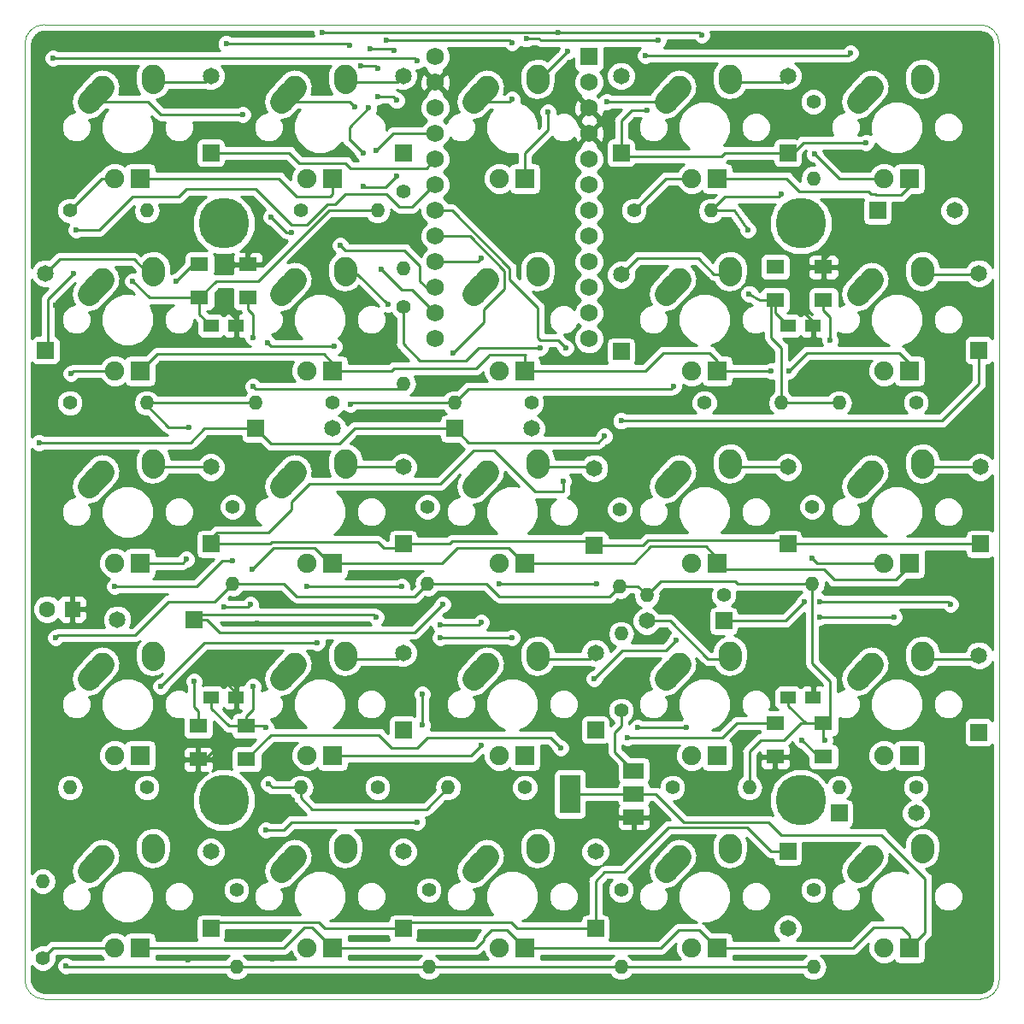
<source format=gbr>
%TF.GenerationSoftware,KiCad,Pcbnew,(5.0.0)*%
%TF.CreationDate,2018-08-25T01:11:55+03:00*%
%TF.ProjectId,Macropad,4D6163726F7061642E6B696361645F70,rev?*%
%TF.SameCoordinates,Original*%
%TF.FileFunction,Copper,L2,Bot,Signal*%
%TF.FilePolarity,Positive*%
%FSLAX46Y46*%
G04 Gerber Fmt 4.6, Leading zero omitted, Abs format (unit mm)*
G04 Created by KiCad (PCBNEW (5.0.0)) date 08/25/18 01:11:55*
%MOMM*%
%LPD*%
G01*
G04 APERTURE LIST*
%ADD10C,0.100000*%
%ADD11R,1.500000X1.250000*%
%ADD12C,1.651000*%
%ADD13R,1.651000X1.651000*%
%ADD14C,2.250000*%
%ADD15C,2.250000*%
%ADD16C,1.905000*%
%ADD17R,1.905000X1.905000*%
%ADD18C,1.400000*%
%ADD19O,1.400000X1.400000*%
%ADD20R,2.000000X3.800000*%
%ADD21R,2.000000X1.500000*%
%ADD22R,1.800000X1.400000*%
%ADD23R,1.752600X1.752600*%
%ADD24C,1.752600*%
%ADD25C,5.000000*%
%ADD26R,1.600000X1.600000*%
%ADD27C,1.600000*%
%ADD28C,0.600000*%
%ADD29C,0.250000*%
%ADD30C,0.254000*%
G04 APERTURE END LIST*
D10*
X17780000Y-112395000D02*
X17780000Y-19685000D01*
X112395000Y-114300000D02*
X19685000Y-114300000D01*
X114300000Y-19685000D02*
X114300000Y-112395000D01*
X19685000Y-17780000D02*
X112395000Y-17780000D01*
X114300000Y-19685000D02*
G75*
G03X112395000Y-17780000I-1905000J0D01*
G01*
X112395000Y-114300000D02*
G75*
G03X114300000Y-112395000I0J1905000D01*
G01*
X17780000Y-112395000D02*
G75*
G03X19685000Y-114300000I1905000J0D01*
G01*
X19685000Y-17780000D02*
G75*
G03X17780000Y-19685000I0J-1905000D01*
G01*
D11*
X36215000Y-84455000D03*
X38715000Y-84455000D03*
X36215000Y-47625000D03*
X38715000Y-47625000D03*
X93365000Y-84455000D03*
X95865000Y-84455000D03*
X93365000Y-47625000D03*
X95865000Y-47625000D03*
D12*
X36195000Y-22860000D03*
D13*
X36195000Y-30480000D03*
D12*
X55245000Y-22860000D03*
D13*
X55245000Y-30480000D03*
D12*
X76835000Y-22860000D03*
D13*
X76835000Y-30480000D03*
D12*
X93345000Y-22860000D03*
D13*
X93345000Y-30480000D03*
D12*
X109855000Y-36195000D03*
D13*
X102235000Y-36195000D03*
D12*
X19812000Y-42418000D03*
D13*
X19812000Y-50038000D03*
D12*
X48260000Y-57785000D03*
D13*
X40640000Y-57785000D03*
D12*
X67945000Y-57785000D03*
D13*
X60325000Y-57785000D03*
D12*
X76835000Y-42545000D03*
D13*
X76835000Y-50165000D03*
D12*
X112268000Y-42418000D03*
D13*
X112268000Y-50038000D03*
D12*
X36195000Y-61595000D03*
D13*
X36195000Y-69215000D03*
D12*
X55245000Y-61595000D03*
D13*
X55245000Y-69215000D03*
D12*
X74168000Y-61722000D03*
D13*
X74168000Y-69342000D03*
D12*
X93345000Y-61595000D03*
D13*
X93345000Y-69215000D03*
D12*
X112395000Y-61595000D03*
D13*
X112395000Y-69215000D03*
D12*
X26924000Y-76708000D03*
D13*
X34544000Y-76708000D03*
D12*
X55245000Y-80010000D03*
D13*
X55245000Y-87630000D03*
D12*
X74295000Y-80010000D03*
D13*
X74295000Y-87630000D03*
D12*
X79375000Y-76835000D03*
D13*
X86995000Y-76835000D03*
D12*
X112268000Y-80264000D03*
D13*
X112268000Y-87884000D03*
D12*
X36195000Y-99695000D03*
D13*
X36195000Y-107315000D03*
D12*
X55245000Y-99695000D03*
D13*
X55245000Y-107315000D03*
D12*
X74295000Y-99695000D03*
D13*
X74295000Y-107315000D03*
D12*
X93345000Y-107315000D03*
D13*
X93345000Y-99695000D03*
D12*
X106045000Y-95885000D03*
D13*
X98425000Y-95885000D03*
D14*
X30460000Y-23150000D03*
D15*
X30440000Y-23440000D02*
X30480000Y-22860000D01*
D14*
X30480000Y-22860000D03*
X24785000Y-24670000D03*
D15*
X24130000Y-25400000D02*
X25440000Y-23940000D01*
D14*
X25440000Y-23940000D03*
D16*
X26670000Y-33020000D03*
D17*
X29210000Y-33020000D03*
D14*
X49510000Y-23150000D03*
D15*
X49490000Y-23440000D02*
X49530000Y-22860000D01*
D14*
X49530000Y-22860000D03*
X43835000Y-24670000D03*
D15*
X43180000Y-25400000D02*
X44490000Y-23940000D01*
D14*
X44490000Y-23940000D03*
D16*
X45720000Y-33020000D03*
D17*
X48260000Y-33020000D03*
D14*
X68560000Y-23150000D03*
D15*
X68540000Y-23440000D02*
X68580000Y-22860000D01*
D14*
X68580000Y-22860000D03*
X62885000Y-24670000D03*
D15*
X62230000Y-25400000D02*
X63540000Y-23940000D01*
D14*
X63540000Y-23940000D03*
D16*
X64770000Y-33020000D03*
D17*
X67310000Y-33020000D03*
D14*
X87610000Y-23150000D03*
D15*
X87590000Y-23440000D02*
X87630000Y-22860000D01*
D14*
X87630000Y-22860000D03*
X81935000Y-24670000D03*
D15*
X81280000Y-25400000D02*
X82590000Y-23940000D01*
D14*
X82590000Y-23940000D03*
D16*
X83820000Y-33020000D03*
D17*
X86360000Y-33020000D03*
D14*
X106660000Y-23150000D03*
D15*
X106640000Y-23440000D02*
X106680000Y-22860000D01*
D14*
X106680000Y-22860000D03*
X100985000Y-24670000D03*
D15*
X100330000Y-25400000D02*
X101640000Y-23940000D01*
D14*
X101640000Y-23940000D03*
D16*
X102870000Y-33020000D03*
D17*
X105410000Y-33020000D03*
D14*
X30460000Y-42200000D03*
D15*
X30440000Y-42490000D02*
X30480000Y-41910000D01*
D14*
X30480000Y-41910000D03*
X24785000Y-43720000D03*
D15*
X24130000Y-44450000D02*
X25440000Y-42990000D01*
D14*
X25440000Y-42990000D03*
D16*
X26670000Y-52070000D03*
D17*
X29210000Y-52070000D03*
D14*
X49510000Y-42200000D03*
D15*
X49490000Y-42490000D02*
X49530000Y-41910000D01*
D14*
X49530000Y-41910000D03*
X43835000Y-43720000D03*
D15*
X43180000Y-44450000D02*
X44490000Y-42990000D01*
D14*
X44490000Y-42990000D03*
D16*
X45720000Y-52070000D03*
D17*
X48260000Y-52070000D03*
D14*
X68560000Y-42200000D03*
D15*
X68540000Y-42490000D02*
X68580000Y-41910000D01*
D14*
X68580000Y-41910000D03*
X62885000Y-43720000D03*
D15*
X62230000Y-44450000D02*
X63540000Y-42990000D01*
D14*
X63540000Y-42990000D03*
D16*
X64770000Y-52070000D03*
D17*
X67310000Y-52070000D03*
D14*
X87610000Y-42200000D03*
D15*
X87590000Y-42490000D02*
X87630000Y-41910000D01*
D14*
X87630000Y-41910000D03*
X81935000Y-43720000D03*
D15*
X81280000Y-44450000D02*
X82590000Y-42990000D01*
D14*
X82590000Y-42990000D03*
D16*
X83820000Y-52070000D03*
D17*
X86360000Y-52070000D03*
D14*
X106660000Y-42200000D03*
D15*
X106640000Y-42490000D02*
X106680000Y-41910000D01*
D14*
X106680000Y-41910000D03*
X100985000Y-43720000D03*
D15*
X100330000Y-44450000D02*
X101640000Y-42990000D01*
D14*
X101640000Y-42990000D03*
D16*
X102870000Y-52070000D03*
D17*
X105410000Y-52070000D03*
D14*
X30460000Y-61250000D03*
D15*
X30440000Y-61540000D02*
X30480000Y-60960000D01*
D14*
X30480000Y-60960000D03*
X24785000Y-62770000D03*
D15*
X24130000Y-63500000D02*
X25440000Y-62040000D01*
D14*
X25440000Y-62040000D03*
D16*
X26670000Y-71120000D03*
D17*
X29210000Y-71120000D03*
D14*
X49510000Y-61250000D03*
D15*
X49490000Y-61540000D02*
X49530000Y-60960000D01*
D14*
X49530000Y-60960000D03*
X43835000Y-62770000D03*
D15*
X43180000Y-63500000D02*
X44490000Y-62040000D01*
D14*
X44490000Y-62040000D03*
D16*
X45720000Y-71120000D03*
D17*
X48260000Y-71120000D03*
D14*
X68560000Y-61250000D03*
D15*
X68540000Y-61540000D02*
X68580000Y-60960000D01*
D14*
X68580000Y-60960000D03*
X62885000Y-62770000D03*
D15*
X62230000Y-63500000D02*
X63540000Y-62040000D01*
D14*
X63540000Y-62040000D03*
D16*
X64770000Y-71120000D03*
D17*
X67310000Y-71120000D03*
D14*
X87610000Y-61250000D03*
D15*
X87590000Y-61540000D02*
X87630000Y-60960000D01*
D14*
X87630000Y-60960000D03*
X81935000Y-62770000D03*
D15*
X81280000Y-63500000D02*
X82590000Y-62040000D01*
D14*
X82590000Y-62040000D03*
D16*
X83820000Y-71120000D03*
D17*
X86360000Y-71120000D03*
D14*
X106660000Y-61250000D03*
D15*
X106640000Y-61540000D02*
X106680000Y-60960000D01*
D14*
X106680000Y-60960000D03*
X100985000Y-62770000D03*
D15*
X100330000Y-63500000D02*
X101640000Y-62040000D01*
D14*
X101640000Y-62040000D03*
D16*
X102870000Y-71120000D03*
D17*
X105410000Y-71120000D03*
D14*
X30460000Y-80300000D03*
D15*
X30440000Y-80590000D02*
X30480000Y-80010000D01*
D14*
X30480000Y-80010000D03*
X24785000Y-81820000D03*
D15*
X24130000Y-82550000D02*
X25440000Y-81090000D01*
D14*
X25440000Y-81090000D03*
D16*
X26670000Y-90170000D03*
D17*
X29210000Y-90170000D03*
D14*
X49510000Y-80300000D03*
D15*
X49490000Y-80590000D02*
X49530000Y-80010000D01*
D14*
X49530000Y-80010000D03*
X43835000Y-81820000D03*
D15*
X43180000Y-82550000D02*
X44490000Y-81090000D01*
D14*
X44490000Y-81090000D03*
D16*
X45720000Y-90170000D03*
D17*
X48260000Y-90170000D03*
D14*
X68560000Y-80300000D03*
D15*
X68540000Y-80590000D02*
X68580000Y-80010000D01*
D14*
X68580000Y-80010000D03*
X62885000Y-81820000D03*
D15*
X62230000Y-82550000D02*
X63540000Y-81090000D01*
D14*
X63540000Y-81090000D03*
D16*
X64770000Y-90170000D03*
D17*
X67310000Y-90170000D03*
D14*
X87610000Y-80300000D03*
D15*
X87590000Y-80590000D02*
X87630000Y-80010000D01*
D14*
X87630000Y-80010000D03*
X81935000Y-81820000D03*
D15*
X81280000Y-82550000D02*
X82590000Y-81090000D01*
D14*
X82590000Y-81090000D03*
D16*
X83820000Y-90170000D03*
D17*
X86360000Y-90170000D03*
D14*
X106660000Y-80300000D03*
D15*
X106640000Y-80590000D02*
X106680000Y-80010000D01*
D14*
X106680000Y-80010000D03*
X100985000Y-81820000D03*
D15*
X100330000Y-82550000D02*
X101640000Y-81090000D01*
D14*
X101640000Y-81090000D03*
D16*
X102870000Y-90170000D03*
D17*
X105410000Y-90170000D03*
D14*
X30460000Y-99350000D03*
D15*
X30440000Y-99640000D02*
X30480000Y-99060000D01*
D14*
X30480000Y-99060000D03*
X24785000Y-100870000D03*
D15*
X24130000Y-101600000D02*
X25440000Y-100140000D01*
D14*
X25440000Y-100140000D03*
D16*
X26670000Y-109220000D03*
D17*
X29210000Y-109220000D03*
D14*
X49510000Y-99350000D03*
D15*
X49490000Y-99640000D02*
X49530000Y-99060000D01*
D14*
X49530000Y-99060000D03*
X43835000Y-100870000D03*
D15*
X43180000Y-101600000D02*
X44490000Y-100140000D01*
D14*
X44490000Y-100140000D03*
D16*
X45720000Y-109220000D03*
D17*
X48260000Y-109220000D03*
D14*
X68560000Y-99350000D03*
D15*
X68540000Y-99640000D02*
X68580000Y-99060000D01*
D14*
X68580000Y-99060000D03*
X62885000Y-100870000D03*
D15*
X62230000Y-101600000D02*
X63540000Y-100140000D01*
D14*
X63540000Y-100140000D03*
D16*
X64770000Y-109220000D03*
D17*
X67310000Y-109220000D03*
D14*
X87610000Y-99350000D03*
D15*
X87590000Y-99640000D02*
X87630000Y-99060000D01*
D14*
X87630000Y-99060000D03*
X81935000Y-100870000D03*
D15*
X81280000Y-101600000D02*
X82590000Y-100140000D01*
D14*
X82590000Y-100140000D03*
D16*
X83820000Y-109220000D03*
D17*
X86360000Y-109220000D03*
D14*
X106660000Y-99350000D03*
D15*
X106640000Y-99640000D02*
X106680000Y-99060000D01*
D14*
X106680000Y-99060000D03*
X100985000Y-100870000D03*
D15*
X100330000Y-101600000D02*
X101640000Y-100140000D01*
D14*
X101640000Y-100140000D03*
D16*
X102870000Y-109220000D03*
D17*
X105410000Y-109220000D03*
D18*
X76835000Y-85725000D03*
D19*
X76835000Y-78105000D03*
D20*
X71780000Y-93980000D03*
D21*
X78080000Y-93980000D03*
X78080000Y-96280000D03*
X78080000Y-91680000D03*
D18*
X22225000Y-36195000D03*
D19*
X29845000Y-36195000D03*
D18*
X45085000Y-36195000D03*
D19*
X52705000Y-36195000D03*
D18*
X55245000Y-34290000D03*
D19*
X55245000Y-41910000D03*
D18*
X78105000Y-36195000D03*
D19*
X85725000Y-36195000D03*
D18*
X95885000Y-25400000D03*
D19*
X95885000Y-33020000D03*
D18*
X22225000Y-55245000D03*
D19*
X29845000Y-55245000D03*
D18*
X48260000Y-55245000D03*
D19*
X40640000Y-55245000D03*
D18*
X67945000Y-55245000D03*
D19*
X60325000Y-55245000D03*
D18*
X85090000Y-55245000D03*
D19*
X92710000Y-55245000D03*
D18*
X106045000Y-55245000D03*
D19*
X98425000Y-55245000D03*
D18*
X38354000Y-65532000D03*
D19*
X38354000Y-73152000D03*
D18*
X57658000Y-65532000D03*
D19*
X57658000Y-73152000D03*
D18*
X76708000Y-65786000D03*
D19*
X76708000Y-73406000D03*
D18*
X86995000Y-74295000D03*
D19*
X79375000Y-74295000D03*
D18*
X95758000Y-65532000D03*
D19*
X95758000Y-73152000D03*
D18*
X29845000Y-93345000D03*
D19*
X22225000Y-93345000D03*
D18*
X52705000Y-93345000D03*
D19*
X45085000Y-93345000D03*
D18*
X67310000Y-93345000D03*
D19*
X59690000Y-93345000D03*
D18*
X81915000Y-93345000D03*
D19*
X89535000Y-93345000D03*
D18*
X106045000Y-93345000D03*
D19*
X98425000Y-93345000D03*
D18*
X19558000Y-110236000D03*
D19*
X19558000Y-102616000D03*
D18*
X38735000Y-103505000D03*
D19*
X38735000Y-111125000D03*
D18*
X57785000Y-103505000D03*
D19*
X57785000Y-111125000D03*
D18*
X76835000Y-103505000D03*
D19*
X76835000Y-111125000D03*
D18*
X95885000Y-103505000D03*
D19*
X95885000Y-111125000D03*
D22*
X35065000Y-44830000D03*
X35065000Y-41530000D03*
X39865000Y-41530000D03*
X39865000Y-44830000D03*
X39738000Y-87250000D03*
X39738000Y-90550000D03*
X34938000Y-90550000D03*
X34938000Y-87250000D03*
X96888000Y-86996000D03*
X96888000Y-90296000D03*
X92088000Y-90296000D03*
X92088000Y-86996000D03*
X92088000Y-45084000D03*
X92088000Y-41784000D03*
X96888000Y-41784000D03*
X96888000Y-45084000D03*
D18*
X55245000Y-45720000D03*
D19*
X55245000Y-53340000D03*
D23*
X73660000Y-20955000D03*
D24*
X73660000Y-23495000D03*
X73660000Y-26035000D03*
X73660000Y-28575000D03*
X73660000Y-31115000D03*
X73660000Y-33655000D03*
X73660000Y-36195000D03*
X73660000Y-38735000D03*
X73660000Y-41275000D03*
X73660000Y-43815000D03*
X73660000Y-46355000D03*
X73660000Y-48895000D03*
X58420000Y-48895000D03*
X58420000Y-46355000D03*
X58420000Y-43815000D03*
X58420000Y-41275000D03*
X58420000Y-38735000D03*
X58420000Y-36195000D03*
X58420000Y-33655000D03*
X58420000Y-31115000D03*
X58420000Y-28575000D03*
X58420000Y-26035000D03*
X58420000Y-23495000D03*
X58420000Y-20955000D03*
D25*
X94615000Y-37465000D03*
X94615000Y-94615000D03*
X37465000Y-94615000D03*
X37465000Y-37465000D03*
D26*
X22475000Y-75665000D03*
D27*
X19975000Y-75665000D03*
D28*
X94488000Y-45008800D03*
X94996000Y-82346800D03*
X94386400Y-90322400D03*
X37236400Y-88950800D03*
X36982400Y-82245200D03*
X41097200Y-39370000D03*
X37490400Y-45720000D03*
X98742500Y-39243000D03*
X66395600Y-36614100D03*
X91109800Y-58547000D03*
X93154500Y-102971600D03*
X53606700Y-58801000D03*
X54851300Y-50558700D03*
X51701700Y-50304700D03*
X56515000Y-56413400D03*
X57264300Y-54051200D03*
X59918600Y-53162200D03*
X60985400Y-34556700D03*
X55041800Y-65354200D03*
X24777700Y-19723100D03*
X90843100Y-74968100D03*
X99009200Y-73812400D03*
X101981000Y-77838300D03*
X98704400Y-60121800D03*
X59867800Y-60185300D03*
X90154760Y-31897320D03*
X72268080Y-110271560D03*
X80492600Y-110205520D03*
X90693240Y-110246160D03*
X53660040Y-110261400D03*
X61031120Y-110190280D03*
X58826400Y-108077000D03*
X51683920Y-108305600D03*
X40370760Y-108097320D03*
X42301160Y-110302040D03*
X33954720Y-110413800D03*
X40838120Y-77089000D03*
X52191920Y-72329040D03*
X23012400Y-50200560D03*
X20828000Y-45577760D03*
X19034760Y-45577760D03*
X51785520Y-38354000D03*
X48818800Y-37566600D03*
X48905160Y-30322520D03*
X102458520Y-93817440D03*
X83215480Y-75204320D03*
X85100160Y-78313280D03*
X54610000Y-32766000D03*
X51308000Y-30480000D03*
X51308000Y-33782000D03*
X79375000Y-26289000D03*
X80518000Y-19304000D03*
X67437000Y-19177000D03*
X54356000Y-20320000D03*
X51943000Y-20193000D03*
X51816000Y-26035000D03*
X37719000Y-19685000D03*
X49911000Y-19812000D03*
X51054000Y-21844000D03*
X52705000Y-22098000D03*
X52705000Y-24892000D03*
X54610000Y-25273000D03*
X101092000Y-29464000D03*
X71501000Y-20447000D03*
X22860000Y-38100000D03*
X22606000Y-42418000D03*
X19177000Y-59182000D03*
X75184000Y-58547000D03*
X76835000Y-57023000D03*
X53721000Y-45466000D03*
X59182000Y-75184000D03*
X60198000Y-50292000D03*
X52578000Y-76454000D03*
X58928000Y-78486000D03*
X66040000Y-78486000D03*
X74168000Y-82550000D03*
X82296000Y-78740000D03*
X94996000Y-74930000D03*
X96520000Y-74930000D03*
X109474000Y-75184000D03*
X41656000Y-97536000D03*
X56642000Y-96774000D03*
X57150000Y-87122000D03*
X57150000Y-84074000D03*
X58928000Y-77216000D03*
X62992000Y-76962000D03*
X62992000Y-40894000D03*
X49022000Y-39624000D03*
X44196000Y-38354000D03*
X42164000Y-36830000D03*
X39370000Y-26670000D03*
X78486000Y-87376000D03*
X83312000Y-87376000D03*
X33782000Y-70739000D03*
X37465000Y-75438000D03*
X40132000Y-75184000D03*
X40259000Y-71755000D03*
X91694000Y-52070000D03*
X93472000Y-52070000D03*
X103886000Y-76454000D03*
X96520000Y-76454000D03*
X62992000Y-89154000D03*
X46736000Y-78994000D03*
X31242000Y-83312000D03*
X84836000Y-18796000D03*
X70612000Y-18542000D03*
X69596000Y-26416000D03*
X47244000Y-18542000D03*
X53086000Y-42037000D03*
X50419000Y-25908000D03*
X66040000Y-25146000D03*
X53594000Y-19304000D03*
X66040000Y-19558000D03*
X75438000Y-25400000D03*
X79248000Y-20828000D03*
X99568000Y-20574000D03*
X96012000Y-30607000D03*
X22352000Y-52324000D03*
X38354000Y-70866000D03*
X26670000Y-73406000D03*
X55118000Y-73406000D03*
X45720000Y-73406000D03*
X74422000Y-73152000D03*
X64770000Y-73152000D03*
X95758000Y-70612000D03*
X32766000Y-43180000D03*
X34544000Y-82804000D03*
X40386000Y-53594000D03*
X40386000Y-48768000D03*
X77470000Y-88392000D03*
X70866000Y-89408000D03*
X94742000Y-88646000D03*
X97536000Y-49022000D03*
X68834000Y-49784000D03*
X52578000Y-30226000D03*
X82042000Y-53594000D03*
X92710000Y-34544000D03*
X89408000Y-38100000D03*
X89515662Y-44426054D03*
X48387000Y-49657000D03*
X41783000Y-49276000D03*
X41656000Y-87376000D03*
X41910000Y-92964000D03*
X34036000Y-57658000D03*
X20828000Y-78486000D03*
X21844000Y-110998000D03*
X50038000Y-55372000D03*
X97028000Y-88646000D03*
X40386000Y-83312000D03*
X28448000Y-43180000D03*
X71374000Y-49784000D03*
X71120000Y-62992000D03*
X20574000Y-21082000D03*
X56642000Y-21336000D03*
D29*
X95865000Y-47625000D02*
X95865000Y-47198600D01*
X95865000Y-47198600D02*
X94488000Y-45821600D01*
X94488000Y-45821600D02*
X94488000Y-45008800D01*
X95865000Y-84455000D02*
X95865000Y-83215800D01*
X95865000Y-83215800D02*
X94996000Y-82346800D01*
X92088000Y-90296000D02*
X94360000Y-90296000D01*
X94360000Y-90296000D02*
X94386400Y-90322400D01*
X34938000Y-90550000D02*
X35637200Y-90550000D01*
X35637200Y-90550000D02*
X37236400Y-88950800D01*
X38715000Y-84455000D02*
X38715000Y-83977800D01*
X38715000Y-83977800D02*
X36982400Y-82245200D01*
X39865000Y-41530000D02*
X39865000Y-40602200D01*
X39865000Y-40602200D02*
X41097200Y-39370000D01*
X38715000Y-47625000D02*
X38715000Y-46944600D01*
X38715000Y-46944600D02*
X37490400Y-45720000D01*
X96888000Y-41784000D02*
X96888000Y-41097500D01*
X96888000Y-41097500D02*
X98742500Y-39243000D01*
X30440000Y-23440000D02*
X35615000Y-23440000D01*
X35615000Y-23440000D02*
X36195000Y-22860000D01*
X36195000Y-30480000D02*
X43942000Y-30480000D01*
X57531000Y-32004000D02*
X58420000Y-31115000D01*
X50038000Y-32004000D02*
X57531000Y-32004000D01*
X49530000Y-31496000D02*
X50038000Y-32004000D01*
X44958000Y-31496000D02*
X49530000Y-31496000D01*
X43942000Y-30480000D02*
X44958000Y-31496000D01*
X54610000Y-32766000D02*
X53594000Y-33782000D01*
X53467000Y-33909000D02*
X52197000Y-33909000D01*
X50038000Y-29210000D02*
X51308000Y-30480000D01*
X51308000Y-33782000D02*
X51435000Y-33909000D01*
X51435000Y-33909000D02*
X52197000Y-33909000D01*
X76835000Y-27305000D02*
X77851000Y-26289000D01*
X77851000Y-26289000D02*
X79375000Y-26289000D01*
X80518000Y-19304000D02*
X68834000Y-19304000D01*
X68834000Y-19304000D02*
X68707000Y-19177000D01*
X68707000Y-19177000D02*
X67437000Y-19177000D01*
X54356000Y-20320000D02*
X54229000Y-20193000D01*
X54229000Y-20193000D02*
X51943000Y-20193000D01*
X51816000Y-26035000D02*
X49911000Y-27940000D01*
X49911000Y-27940000D02*
X49911000Y-29210000D01*
X76835000Y-27305000D02*
X76835000Y-30480000D01*
X49911000Y-29210000D02*
X50038000Y-29210000D01*
X53467000Y-33909000D02*
X53594000Y-33782000D01*
X53467000Y-33909000D02*
X52451000Y-33909000D01*
X53467000Y-33909000D02*
X53594000Y-33782000D01*
X49784000Y-19685000D02*
X37719000Y-19685000D01*
X49911000Y-19812000D02*
X49784000Y-19685000D01*
X52451000Y-21844000D02*
X51054000Y-21844000D01*
X52705000Y-22098000D02*
X52451000Y-21844000D01*
X54229000Y-24892000D02*
X52705000Y-24892000D01*
X54610000Y-25273000D02*
X54229000Y-24892000D01*
X54610000Y-31115000D02*
X55245000Y-30480000D01*
X93345000Y-30480000D02*
X87122000Y-30480000D01*
X86741000Y-30861000D02*
X77216000Y-30861000D01*
X87122000Y-30480000D02*
X86741000Y-30861000D01*
X77216000Y-30861000D02*
X76835000Y-30480000D01*
X101092000Y-29464000D02*
X94869000Y-29464000D01*
X94869000Y-29464000D02*
X93853000Y-30480000D01*
X93853000Y-30480000D02*
X93345000Y-30480000D01*
X49490000Y-23440000D02*
X54665000Y-23440000D01*
X54665000Y-23440000D02*
X55245000Y-22860000D01*
X68540000Y-23440000D02*
X68540000Y-23408000D01*
X68540000Y-23408000D02*
X71501000Y-20447000D01*
X68540000Y-23440000D02*
X68540000Y-22519000D01*
X87590000Y-23440000D02*
X92765000Y-23440000D01*
X92765000Y-23440000D02*
X93345000Y-22860000D01*
X30440000Y-42490000D02*
X30044000Y-42490000D01*
X30044000Y-42490000D02*
X28575000Y-41021000D01*
X28575000Y-41021000D02*
X21209000Y-41021000D01*
X21209000Y-41021000D02*
X19812000Y-42418000D01*
X58420000Y-33655000D02*
X58293000Y-33655000D01*
X58293000Y-33655000D02*
X56134000Y-35814000D01*
X56134000Y-35814000D02*
X54864000Y-35814000D01*
X54864000Y-35814000D02*
X53594000Y-34544000D01*
X53594000Y-34544000D02*
X49530000Y-34544000D01*
X49530000Y-34544000D02*
X48514000Y-35560000D01*
X48514000Y-35560000D02*
X47752000Y-35560000D01*
X47752000Y-35560000D02*
X45720000Y-37592000D01*
X45720000Y-37592000D02*
X44196000Y-37592000D01*
X44196000Y-37592000D02*
X40640000Y-34036000D01*
X40640000Y-34036000D02*
X33782000Y-34036000D01*
X33782000Y-34036000D02*
X33020000Y-34798000D01*
X33020000Y-34798000D02*
X28448000Y-34798000D01*
X28448000Y-34798000D02*
X25146000Y-38100000D01*
X25146000Y-38100000D02*
X22860000Y-38100000D01*
X22606000Y-42418000D02*
X20066000Y-44958000D01*
X20066000Y-44958000D02*
X20066000Y-49784000D01*
X20066000Y-49784000D02*
X19812000Y-50038000D01*
X40640000Y-57785000D02*
X35560000Y-57785000D01*
X34163000Y-59182000D02*
X19177000Y-59182000D01*
X35560000Y-57785000D02*
X34163000Y-59182000D01*
X60325000Y-57785000D02*
X50419000Y-57785000D01*
X42164000Y-59309000D02*
X40640000Y-57785000D01*
X48895000Y-59309000D02*
X42164000Y-59309000D01*
X50419000Y-57785000D02*
X48895000Y-59309000D01*
X61722000Y-59182000D02*
X60325000Y-57785000D01*
X74549000Y-59182000D02*
X61722000Y-59182000D01*
X75184000Y-58547000D02*
X74549000Y-59182000D01*
X112268000Y-50038000D02*
X112268000Y-53340000D01*
X108585000Y-57023000D02*
X76835000Y-57023000D01*
X112268000Y-53340000D02*
X108585000Y-57023000D01*
X49490000Y-42490000D02*
X50745000Y-42490000D01*
X50745000Y-42490000D02*
X53721000Y-45466000D01*
X87590000Y-42490000D02*
X86051000Y-42490000D01*
X78486000Y-40894000D02*
X76835000Y-42545000D01*
X84455000Y-40894000D02*
X78486000Y-40894000D01*
X86051000Y-42490000D02*
X84455000Y-40894000D01*
X106640000Y-42490000D02*
X112196000Y-42490000D01*
X112196000Y-42490000D02*
X112268000Y-42418000D01*
X30440000Y-61540000D02*
X36140000Y-61540000D01*
X36140000Y-61540000D02*
X36195000Y-61595000D01*
X49490000Y-61540000D02*
X55190000Y-61540000D01*
X55190000Y-61540000D02*
X55245000Y-61595000D01*
X68540000Y-61540000D02*
X73986000Y-61540000D01*
X73986000Y-61540000D02*
X74168000Y-61722000D01*
X87590000Y-61540000D02*
X93290000Y-61540000D01*
X93290000Y-61540000D02*
X93345000Y-61595000D01*
X106640000Y-61540000D02*
X112340000Y-61540000D01*
X112340000Y-61540000D02*
X112395000Y-61595000D01*
X35814000Y-76708000D02*
X37084000Y-77978000D01*
X37084000Y-77978000D02*
X56388000Y-77978000D01*
X56388000Y-77978000D02*
X59182000Y-75184000D01*
X34544000Y-76708000D02*
X35814000Y-76708000D01*
X61849000Y-38735000D02*
X58420000Y-38735000D01*
X65278000Y-42164000D02*
X61849000Y-38735000D01*
X65278000Y-43942000D02*
X65278000Y-42164000D01*
X63246000Y-45974000D02*
X65278000Y-43942000D01*
X63246000Y-47244000D02*
X63246000Y-45974000D01*
X60198000Y-50292000D02*
X63246000Y-47244000D01*
X52324000Y-76200000D02*
X35052000Y-76200000D01*
X52578000Y-76454000D02*
X52324000Y-76200000D01*
X35052000Y-76200000D02*
X34544000Y-76708000D01*
X66040000Y-78486000D02*
X58928000Y-78486000D01*
X76962000Y-79756000D02*
X74168000Y-82550000D01*
X81280000Y-79756000D02*
X76962000Y-79756000D01*
X82296000Y-78740000D02*
X81280000Y-79756000D01*
X93091000Y-76835000D02*
X86995000Y-76835000D01*
X94996000Y-74930000D02*
X93091000Y-76835000D01*
X109220000Y-74930000D02*
X96520000Y-74930000D01*
X109474000Y-75184000D02*
X109220000Y-74930000D01*
X49490000Y-80590000D02*
X54665000Y-80590000D01*
X54665000Y-80590000D02*
X55245000Y-80010000D01*
X68540000Y-80590000D02*
X73715000Y-80590000D01*
X73715000Y-80590000D02*
X74295000Y-80010000D01*
X79375000Y-76835000D02*
X81661000Y-76835000D01*
X85416000Y-80590000D02*
X87590000Y-80590000D01*
X81661000Y-76835000D02*
X85416000Y-80590000D01*
X106640000Y-80590000D02*
X111942000Y-80590000D01*
X111942000Y-80590000D02*
X112268000Y-80264000D01*
X58420000Y-41275000D02*
X62611000Y-41275000D01*
X43434000Y-97536000D02*
X41656000Y-97536000D01*
X44196000Y-96774000D02*
X43434000Y-97536000D01*
X56642000Y-96774000D02*
X44196000Y-96774000D01*
X57150000Y-84074000D02*
X57150000Y-87122000D01*
X62738000Y-77216000D02*
X58928000Y-77216000D01*
X62992000Y-76962000D02*
X62738000Y-77216000D01*
X62611000Y-41275000D02*
X62992000Y-40894000D01*
X93345000Y-99695000D02*
X91694000Y-99695000D01*
X74295000Y-102616000D02*
X74295000Y-107315000D01*
X75184000Y-101727000D02*
X74295000Y-102616000D01*
X77089000Y-101727000D02*
X75184000Y-101727000D01*
X81534000Y-97282000D02*
X77089000Y-101727000D01*
X89281000Y-97282000D02*
X81534000Y-97282000D01*
X91694000Y-99695000D02*
X89281000Y-97282000D01*
X55245000Y-107315000D02*
X47498000Y-107315000D01*
X46863000Y-106680000D02*
X36830000Y-106680000D01*
X47498000Y-107315000D02*
X46863000Y-106680000D01*
X36830000Y-106680000D02*
X36195000Y-107315000D01*
X74295000Y-107315000D02*
X66548000Y-107315000D01*
X65913000Y-106680000D02*
X55880000Y-106680000D01*
X66548000Y-107315000D02*
X65913000Y-106680000D01*
X55880000Y-106680000D02*
X55245000Y-107315000D01*
X24130000Y-25400000D02*
X29972000Y-25400000D01*
X57531000Y-43815000D02*
X58420000Y-43815000D01*
X56896000Y-43180000D02*
X57531000Y-43815000D01*
X56896000Y-41656000D02*
X56896000Y-43180000D01*
X55372000Y-40132000D02*
X56896000Y-41656000D01*
X49530000Y-40132000D02*
X55372000Y-40132000D01*
X49022000Y-39624000D02*
X49530000Y-40132000D01*
X43688000Y-38354000D02*
X44196000Y-38354000D01*
X42164000Y-36830000D02*
X43688000Y-38354000D01*
X31242000Y-26670000D02*
X39370000Y-26670000D01*
X29972000Y-25400000D02*
X31242000Y-26670000D01*
X26670000Y-33020000D02*
X25400000Y-33020000D01*
X25400000Y-33020000D02*
X22225000Y-36195000D01*
X83312000Y-87376000D02*
X78486000Y-87376000D01*
X78080000Y-93980000D02*
X71780000Y-93980000D01*
X78080000Y-93980000D02*
X80264000Y-93980000D01*
X106934000Y-107696000D02*
X105410000Y-109220000D01*
X106934000Y-102362000D02*
X106934000Y-107696000D01*
X102616000Y-98044000D02*
X106934000Y-102362000D01*
X92710000Y-98044000D02*
X102616000Y-98044000D01*
X91440000Y-96774000D02*
X92710000Y-98044000D01*
X83058000Y-96774000D02*
X91440000Y-96774000D01*
X80264000Y-93980000D02*
X83058000Y-96774000D01*
X48260000Y-71120000D02*
X48006000Y-71120000D01*
X48006000Y-71120000D02*
X46482000Y-69596000D01*
X33401000Y-71120000D02*
X29210000Y-71120000D01*
X33782000Y-70739000D02*
X33401000Y-71120000D01*
X39878000Y-75438000D02*
X37465000Y-75438000D01*
X40132000Y-75184000D02*
X39878000Y-75438000D01*
X42418000Y-69596000D02*
X40259000Y-71755000D01*
X46482000Y-69596000D02*
X42418000Y-69596000D01*
X67310000Y-71120000D02*
X67183000Y-71120000D01*
X67183000Y-71120000D02*
X65659000Y-69596000D01*
X59055000Y-71120000D02*
X48260000Y-71120000D01*
X60579000Y-69596000D02*
X59055000Y-71120000D01*
X65659000Y-69596000D02*
X60579000Y-69596000D01*
X86360000Y-71120000D02*
X86360000Y-70612000D01*
X86360000Y-70612000D02*
X85217000Y-69469000D01*
X78105000Y-71120000D02*
X67310000Y-71120000D01*
X79756000Y-69469000D02*
X78105000Y-71120000D01*
X85217000Y-69469000D02*
X79756000Y-69469000D01*
X105410000Y-71120000D02*
X105410000Y-71374000D01*
X105410000Y-71374000D02*
X104013000Y-72771000D01*
X96901000Y-71755000D02*
X86995000Y-71755000D01*
X97917000Y-72771000D02*
X96901000Y-71755000D01*
X104013000Y-72771000D02*
X97917000Y-72771000D01*
X86995000Y-71755000D02*
X86360000Y-71120000D01*
X48260000Y-52070000D02*
X48260000Y-51308000D01*
X48260000Y-51308000D02*
X47371000Y-50419000D01*
X30861000Y-50419000D02*
X29210000Y-52070000D01*
X47371000Y-50419000D02*
X30861000Y-50419000D01*
X63754000Y-50488002D02*
X67379002Y-50488002D01*
X67310000Y-50557004D02*
X67310000Y-52070000D01*
X67379002Y-50488002D02*
X67310000Y-50557004D01*
X48260000Y-52070000D02*
X54102000Y-52070000D01*
X62484000Y-51816000D02*
X63754000Y-50546000D01*
X54356000Y-51816000D02*
X62484000Y-51816000D01*
X54102000Y-52070000D02*
X54356000Y-51816000D01*
X63754000Y-50546000D02*
X63754000Y-50488002D01*
X63754000Y-50488002D02*
X63754000Y-50546000D01*
X86360000Y-52070000D02*
X86360000Y-51054000D01*
X86360000Y-51054000D02*
X85598000Y-50292000D01*
X85598000Y-50292000D02*
X81026000Y-50292000D01*
X81026000Y-50292000D02*
X79248000Y-52070000D01*
X79248000Y-52070000D02*
X67310000Y-52070000D01*
X105410000Y-52070000D02*
X105410000Y-51308000D01*
X105410000Y-51308000D02*
X104394000Y-50292000D01*
X91694000Y-52070000D02*
X86360000Y-52070000D01*
X95250000Y-50292000D02*
X93472000Y-52070000D01*
X104394000Y-50292000D02*
X95250000Y-50292000D01*
X96520000Y-76454000D02*
X103886000Y-76454000D01*
X48260000Y-90170000D02*
X61976000Y-90170000D01*
X61976000Y-90170000D02*
X62992000Y-89154000D01*
X35560000Y-78994000D02*
X46736000Y-78994000D01*
X31242000Y-83312000D02*
X35560000Y-78994000D01*
X29210000Y-109220000D02*
X43434000Y-109220000D01*
X46228000Y-107188000D02*
X48260000Y-109220000D01*
X45466000Y-107188000D02*
X46228000Y-107188000D01*
X43434000Y-109220000D02*
X45466000Y-107188000D01*
X48260000Y-109220000D02*
X62484000Y-109220000D01*
X65532000Y-107442000D02*
X67310000Y-109220000D01*
X64008000Y-107442000D02*
X65532000Y-107442000D01*
X63246000Y-108204000D02*
X64008000Y-107442000D01*
X63246000Y-108458000D02*
X63246000Y-108204000D01*
X62484000Y-109220000D02*
X63246000Y-108458000D01*
X67310000Y-109220000D02*
X80772000Y-109220000D01*
X84582000Y-107442000D02*
X86360000Y-109220000D01*
X82550000Y-107442000D02*
X84582000Y-107442000D01*
X80772000Y-109220000D02*
X82550000Y-107442000D01*
X86360000Y-109220000D02*
X99822000Y-109220000D01*
X105410000Y-107950000D02*
X105410000Y-109220000D01*
X104648000Y-107188000D02*
X105410000Y-107950000D01*
X101854000Y-107188000D02*
X104648000Y-107188000D01*
X99822000Y-109220000D02*
X101854000Y-107188000D01*
X101600000Y-34544000D02*
X101981000Y-34544000D01*
X93218000Y-33020000D02*
X94488000Y-34290000D01*
X94488000Y-34290000D02*
X101346000Y-34290000D01*
X101346000Y-34290000D02*
X101600000Y-34544000D01*
X86360000Y-33020000D02*
X93218000Y-33020000D01*
X104521000Y-34671000D02*
X105410000Y-33782000D01*
X102108000Y-34671000D02*
X104521000Y-34671000D01*
X101981000Y-34544000D02*
X102108000Y-34671000D01*
X105410000Y-33782000D02*
X105410000Y-33020000D01*
X70612000Y-18542000D02*
X84582000Y-18542000D01*
X84582000Y-18542000D02*
X84836000Y-18796000D01*
X29210000Y-33020000D02*
X42926000Y-33020000D01*
X48260000Y-34544000D02*
X48260000Y-33020000D01*
X48006000Y-34798000D02*
X48260000Y-34544000D01*
X44704000Y-34798000D02*
X48006000Y-34798000D01*
X42926000Y-33020000D02*
X44704000Y-34798000D01*
X67310000Y-30480000D02*
X69596000Y-28194000D01*
X69596000Y-28194000D02*
X69596000Y-26416000D01*
X67310000Y-33020000D02*
X67310000Y-30480000D01*
X70612000Y-18542000D02*
X47244000Y-18542000D01*
X43180000Y-25400000D02*
X49911000Y-25400000D01*
X56134000Y-44069000D02*
X58420000Y-46355000D01*
X55118000Y-44069000D02*
X56134000Y-44069000D01*
X53086000Y-42037000D02*
X55118000Y-44069000D01*
X49911000Y-25400000D02*
X50419000Y-25908000D01*
X65786000Y-25400000D02*
X62230000Y-25400000D01*
X66040000Y-25146000D02*
X65786000Y-25400000D01*
X65786000Y-19304000D02*
X53594000Y-19304000D01*
X66040000Y-19558000D02*
X65786000Y-19304000D01*
X81280000Y-25400000D02*
X75438000Y-25400000D01*
X83820000Y-33020000D02*
X81280000Y-33020000D01*
X81280000Y-33020000D02*
X78105000Y-36195000D01*
X99314000Y-20828000D02*
X79248000Y-20828000D01*
X99568000Y-20574000D02*
X99314000Y-20828000D01*
X102870000Y-33020000D02*
X98425000Y-33020000D01*
X98425000Y-33020000D02*
X96012000Y-30607000D01*
X26670000Y-52070000D02*
X22606000Y-52070000D01*
X22606000Y-52070000D02*
X22352000Y-52324000D01*
X37338000Y-70866000D02*
X38354000Y-70866000D01*
X34798000Y-73406000D02*
X37338000Y-70866000D01*
X26670000Y-73406000D02*
X34798000Y-73406000D01*
X45720000Y-73406000D02*
X55118000Y-73406000D01*
X64770000Y-73152000D02*
X74422000Y-73152000D01*
X102870000Y-71120000D02*
X96266000Y-71120000D01*
X96266000Y-71120000D02*
X95758000Y-70612000D01*
X26670000Y-109220000D02*
X20574000Y-109220000D01*
X20574000Y-109220000D02*
X19558000Y-110236000D01*
X76835000Y-85725000D02*
X76835000Y-87249000D01*
X76200000Y-89800000D02*
X78080000Y-91680000D01*
X76200000Y-87884000D02*
X76200000Y-89800000D01*
X76835000Y-87249000D02*
X76200000Y-87884000D01*
X34938000Y-87250000D02*
X34938000Y-85738000D01*
X32766000Y-43180000D02*
X34416000Y-41530000D01*
X34544000Y-85344000D02*
X34544000Y-82804000D01*
X34938000Y-85738000D02*
X34544000Y-85344000D01*
X34416000Y-41530000D02*
X35065000Y-41530000D01*
X39865000Y-44830000D02*
X39865000Y-45961000D01*
X54737000Y-53848000D02*
X55245000Y-53340000D01*
X40640000Y-53848000D02*
X54737000Y-53848000D01*
X40386000Y-53594000D02*
X40640000Y-53848000D01*
X40386000Y-46482000D02*
X40386000Y-48768000D01*
X39865000Y-45961000D02*
X40386000Y-46482000D01*
X69088000Y-88392000D02*
X69850000Y-88392000D01*
X69088000Y-88392000D02*
X57658000Y-88392000D01*
X57658000Y-88392000D02*
X56642000Y-89408000D01*
X56642000Y-89408000D02*
X54102000Y-89408000D01*
X54102000Y-89408000D02*
X52832000Y-88138000D01*
X52832000Y-88138000D02*
X42150000Y-88138000D01*
X39738000Y-90550000D02*
X42150000Y-88138000D01*
X88264000Y-86996000D02*
X92088000Y-86996000D01*
X88264000Y-86996000D02*
X86868000Y-88392000D01*
X86868000Y-88392000D02*
X77470000Y-88392000D01*
X69850000Y-88392000D02*
X70866000Y-89408000D01*
X96888000Y-45084000D02*
X96888000Y-46088000D01*
X94742000Y-88646000D02*
X96392000Y-90296000D01*
X97536000Y-46736000D02*
X97536000Y-49022000D01*
X96888000Y-46088000D02*
X97536000Y-46736000D01*
X96392000Y-90296000D02*
X96888000Y-90296000D01*
X55245000Y-45720000D02*
X55245000Y-49403000D01*
X61468000Y-51054000D02*
X62738000Y-49784000D01*
X62738000Y-49784000D02*
X68834000Y-49784000D01*
X56896000Y-51054000D02*
X61468000Y-51054000D01*
X55245000Y-49403000D02*
X56896000Y-51054000D01*
X54229000Y-28575000D02*
X52578000Y-30226000D01*
X58420000Y-28575000D02*
X54229000Y-28575000D01*
X60325000Y-55245000D02*
X61722000Y-53848000D01*
X81788000Y-53848000D02*
X61722000Y-53848000D01*
X82042000Y-53594000D02*
X81788000Y-53848000D01*
X85725000Y-36195000D02*
X87122000Y-34798000D01*
X92456000Y-34798000D02*
X92710000Y-34544000D01*
X87122000Y-34798000D02*
X92456000Y-34798000D01*
X89408000Y-38100000D02*
X88011000Y-36195000D01*
X88011000Y-36195000D02*
X85725000Y-36195000D01*
X90550000Y-45084000D02*
X89515662Y-44426054D01*
X92088000Y-45084000D02*
X90550000Y-45084000D01*
X42164000Y-49657000D02*
X48387000Y-49657000D01*
X41783000Y-49276000D02*
X42164000Y-49657000D01*
X45085000Y-93345000D02*
X42291000Y-93345000D01*
X41530000Y-87250000D02*
X39738000Y-87250000D01*
X41656000Y-87376000D02*
X41530000Y-87250000D01*
X42291000Y-93345000D02*
X41910000Y-92964000D01*
X89535000Y-93345000D02*
X89535000Y-89789000D01*
X94614000Y-86996000D02*
X96888000Y-86996000D01*
X92964000Y-88646000D02*
X94614000Y-86996000D01*
X90678000Y-88646000D02*
X92964000Y-88646000D01*
X89535000Y-89789000D02*
X90678000Y-88646000D01*
X95758000Y-73152000D02*
X95758000Y-81026000D01*
X97536000Y-82804000D02*
X97536000Y-86348000D01*
X95758000Y-81026000D02*
X97536000Y-82804000D01*
X97536000Y-86348000D02*
X96888000Y-86996000D01*
X45085000Y-93345000D02*
X45085000Y-94361000D01*
X57531000Y-95504000D02*
X59690000Y-93345000D01*
X46228000Y-95504000D02*
X57531000Y-95504000D01*
X45085000Y-94361000D02*
X46228000Y-95504000D01*
X29845000Y-55245000D02*
X29845000Y-55499000D01*
X29845000Y-55499000D02*
X32004000Y-57658000D01*
X32004000Y-57658000D02*
X34036000Y-57658000D01*
X36576000Y-74930000D02*
X38354000Y-73152000D01*
X32004000Y-74930000D02*
X36576000Y-74930000D01*
X28702000Y-78232000D02*
X32004000Y-74930000D01*
X21082000Y-78232000D02*
X28702000Y-78232000D01*
X20828000Y-78486000D02*
X21082000Y-78232000D01*
X38735000Y-111125000D02*
X21971000Y-111125000D01*
X21971000Y-111125000D02*
X21844000Y-110998000D01*
X92710000Y-55245000D02*
X92710000Y-49784000D01*
X91694000Y-48768000D02*
X91694000Y-45478000D01*
X92710000Y-49784000D02*
X91694000Y-48768000D01*
X91694000Y-45478000D02*
X92088000Y-45084000D01*
X52705000Y-36195000D02*
X47879000Y-36195000D01*
X36715000Y-43180000D02*
X35065000Y-44830000D01*
X40894000Y-43180000D02*
X36715000Y-43180000D01*
X47879000Y-36195000D02*
X40894000Y-43180000D01*
X40640000Y-55245000D02*
X29845000Y-55245000D01*
X60325000Y-55245000D02*
X50165000Y-55245000D01*
X50165000Y-55245000D02*
X50038000Y-55372000D01*
X98425000Y-55245000D02*
X92710000Y-55245000D01*
X95758000Y-73152000D02*
X88392000Y-73152000D01*
X80772000Y-72898000D02*
X79375000Y-74295000D01*
X88138000Y-72898000D02*
X80772000Y-72898000D01*
X88392000Y-73152000D02*
X88138000Y-72898000D01*
X76708000Y-73406000D02*
X78486000Y-73406000D01*
X78486000Y-73406000D02*
X79375000Y-74295000D01*
X57658000Y-73152000D02*
X63500000Y-73152000D01*
X75692000Y-74422000D02*
X76708000Y-73406000D01*
X64770000Y-74422000D02*
X75692000Y-74422000D01*
X63500000Y-73152000D02*
X64770000Y-74422000D01*
X38354000Y-73152000D02*
X43434000Y-73152000D01*
X43434000Y-73152000D02*
X44704000Y-74422000D01*
X44704000Y-74422000D02*
X56388000Y-74422000D01*
X56388000Y-74422000D02*
X57658000Y-73152000D01*
X57785000Y-111125000D02*
X38735000Y-111125000D01*
X76835000Y-111125000D02*
X57785000Y-111125000D01*
X95885000Y-111125000D02*
X76835000Y-111125000D01*
X96888000Y-86996000D02*
X96888000Y-88506000D01*
X96888000Y-88506000D02*
X97028000Y-88646000D01*
X39738000Y-87250000D02*
X39738000Y-86246000D01*
X40386000Y-85598000D02*
X40386000Y-83312000D01*
X39738000Y-86246000D02*
X40386000Y-85598000D01*
X35065000Y-44830000D02*
X30098000Y-44830000D01*
X30098000Y-44830000D02*
X28448000Y-43180000D01*
X35065000Y-44830000D02*
X35065000Y-46475000D01*
X35065000Y-46475000D02*
X36215000Y-47625000D01*
X39738000Y-87250000D02*
X37974000Y-87250000D01*
X37974000Y-87250000D02*
X36215000Y-85491000D01*
X36215000Y-85491000D02*
X36215000Y-84455000D01*
X96888000Y-86996000D02*
X95124000Y-86996000D01*
X93365000Y-85237000D02*
X93365000Y-84455000D01*
X95124000Y-86996000D02*
X93365000Y-85237000D01*
X92088000Y-45084000D02*
X92088000Y-46348000D01*
X92088000Y-46348000D02*
X93365000Y-47625000D01*
X71120000Y-64008000D02*
X71120000Y-62992000D01*
X36830000Y-68072000D02*
X41910000Y-68072000D01*
X41910000Y-68072000D02*
X44196000Y-65786000D01*
X44196000Y-65786000D02*
X44196000Y-65024000D01*
X44196000Y-65024000D02*
X45974000Y-63246000D01*
X45974000Y-63246000D02*
X58928000Y-63246000D01*
X58928000Y-63246000D02*
X62230000Y-59944000D01*
X62230000Y-59944000D02*
X64262000Y-59944000D01*
X64262000Y-59944000D02*
X68326000Y-64008000D01*
X68326000Y-64008000D02*
X71120000Y-64008000D01*
X36195000Y-68707000D02*
X36830000Y-68072000D01*
X60071000Y-36195000D02*
X58420000Y-36195000D01*
X65786000Y-41910000D02*
X60071000Y-36195000D01*
X65786000Y-42983998D02*
X65786000Y-41910000D01*
X68580000Y-45777998D02*
X65786000Y-42983998D01*
X68580000Y-48768000D02*
X68580000Y-45777998D01*
X68834000Y-49022000D02*
X68580000Y-48768000D01*
X70612000Y-49022000D02*
X68834000Y-49022000D01*
X71374000Y-49784000D02*
X70612000Y-49022000D01*
X36195000Y-69215000D02*
X36195000Y-68707000D01*
X55245000Y-69215000D02*
X59817000Y-69215000D01*
X59842400Y-69189600D02*
X60071000Y-68961000D01*
X59817000Y-69215000D02*
X59842400Y-69189600D01*
X60071000Y-68961000D02*
X73787000Y-68961000D01*
X54813200Y-69646800D02*
X53695600Y-69646800D01*
X42037000Y-69215000D02*
X42214800Y-69037200D01*
X42214800Y-69037200D02*
X52730400Y-69037200D01*
X52730400Y-69037200D02*
X53340000Y-69646800D01*
X53340000Y-69646800D02*
X53695600Y-69646800D01*
X42037000Y-69215000D02*
X36195000Y-69215000D01*
X54813200Y-69646800D02*
X55245000Y-69215000D01*
X93345000Y-69215000D02*
X112395000Y-69215000D01*
X74168000Y-69342000D02*
X78994000Y-69342000D01*
X79502000Y-68834000D02*
X92964000Y-68834000D01*
X78994000Y-69342000D02*
X79502000Y-68834000D01*
X92964000Y-68834000D02*
X93345000Y-69215000D01*
X73787000Y-68961000D02*
X74168000Y-69342000D01*
X20574000Y-21082000D02*
X56388000Y-21082000D01*
X56388000Y-21082000D02*
X56642000Y-21336000D01*
D30*
G36*
X110922060Y-70040500D02*
X110971343Y-70288265D01*
X111111691Y-70498309D01*
X111321735Y-70638657D01*
X111569500Y-70687940D01*
X113220500Y-70687940D01*
X113468265Y-70638657D01*
X113615001Y-70540611D01*
X113615001Y-79699477D01*
X113506152Y-79436693D01*
X113095307Y-79025848D01*
X112558512Y-78803500D01*
X111977488Y-78803500D01*
X111440693Y-79025848D01*
X111029848Y-79436693D01*
X110866935Y-79830000D01*
X108440000Y-79830000D01*
X108440000Y-79659914D01*
X108395865Y-79553363D01*
X108381202Y-79438975D01*
X108263037Y-79232688D01*
X108172056Y-79013040D01*
X108090506Y-78931490D01*
X108033184Y-78831420D01*
X107845071Y-78686055D01*
X107676960Y-78517944D01*
X107570409Y-78473809D01*
X107479156Y-78403293D01*
X107249735Y-78340982D01*
X107030086Y-78250000D01*
X106914754Y-78250000D01*
X106803463Y-78219773D01*
X106567661Y-78250000D01*
X106329914Y-78250000D01*
X106223363Y-78294135D01*
X106108976Y-78308798D01*
X105902691Y-78426961D01*
X105683040Y-78517944D01*
X105601488Y-78599496D01*
X105501421Y-78656816D01*
X105356060Y-78844924D01*
X105187944Y-79013040D01*
X105143808Y-79119594D01*
X105073294Y-79210844D01*
X105010983Y-79440263D01*
X104920000Y-79659914D01*
X104920000Y-79949386D01*
X104872245Y-80641839D01*
X104938799Y-81161024D01*
X105286816Y-81768579D01*
X105840844Y-82196706D01*
X106516537Y-82380227D01*
X107211024Y-82291201D01*
X107818579Y-81943184D01*
X108246706Y-81389156D01*
X108257341Y-81350000D01*
X111288541Y-81350000D01*
X111440693Y-81502152D01*
X111977488Y-81724500D01*
X112558512Y-81724500D01*
X113095307Y-81502152D01*
X113506152Y-81091307D01*
X113615001Y-80828523D01*
X113615001Y-86696012D01*
X113551309Y-86600691D01*
X113341265Y-86460343D01*
X113093500Y-86411060D01*
X111442500Y-86411060D01*
X111194735Y-86460343D01*
X110984691Y-86600691D01*
X110844343Y-86810735D01*
X110795060Y-87058500D01*
X110795060Y-88709500D01*
X110844343Y-88957265D01*
X110984691Y-89167309D01*
X111194735Y-89307657D01*
X111442500Y-89356940D01*
X113093500Y-89356940D01*
X113341265Y-89307657D01*
X113551309Y-89167309D01*
X113615001Y-89071988D01*
X113615001Y-112346190D01*
X113559254Y-112735453D01*
X113416904Y-113048536D01*
X113192405Y-113309080D01*
X112903799Y-113496144D01*
X112551601Y-113601474D01*
X112369587Y-113615000D01*
X19733803Y-113615000D01*
X19344547Y-113559254D01*
X19031464Y-113416904D01*
X18770920Y-113192405D01*
X18583856Y-112903799D01*
X18478526Y-112551601D01*
X18465000Y-112369587D01*
X18465000Y-111030975D01*
X18801783Y-111367758D01*
X19292452Y-111571000D01*
X19823548Y-111571000D01*
X20314217Y-111367758D01*
X20689758Y-110992217D01*
X20893000Y-110501548D01*
X20893000Y-109980000D01*
X25266504Y-109980000D01*
X25324182Y-110119247D01*
X25569935Y-110365000D01*
X22533290Y-110365000D01*
X22373635Y-110205345D01*
X22029983Y-110063000D01*
X21658017Y-110063000D01*
X21314365Y-110205345D01*
X21051345Y-110468365D01*
X20909000Y-110812017D01*
X20909000Y-111183983D01*
X21051345Y-111527635D01*
X21314365Y-111790655D01*
X21658017Y-111933000D01*
X22029983Y-111933000D01*
X22145866Y-111885000D01*
X37637226Y-111885000D01*
X37772519Y-112087481D01*
X38214109Y-112382542D01*
X38603515Y-112460000D01*
X38866485Y-112460000D01*
X39255891Y-112382542D01*
X39697481Y-112087481D01*
X39832774Y-111885000D01*
X56687226Y-111885000D01*
X56822519Y-112087481D01*
X57264109Y-112382542D01*
X57653515Y-112460000D01*
X57916485Y-112460000D01*
X58305891Y-112382542D01*
X58747481Y-112087481D01*
X58882774Y-111885000D01*
X75737226Y-111885000D01*
X75872519Y-112087481D01*
X76314109Y-112382542D01*
X76703515Y-112460000D01*
X76966485Y-112460000D01*
X77355891Y-112382542D01*
X77797481Y-112087481D01*
X77932774Y-111885000D01*
X94787226Y-111885000D01*
X94922519Y-112087481D01*
X95364109Y-112382542D01*
X95753515Y-112460000D01*
X96016485Y-112460000D01*
X96405891Y-112382542D01*
X96847481Y-112087481D01*
X97142542Y-111645891D01*
X97246154Y-111125000D01*
X97142542Y-110604109D01*
X96847481Y-110162519D01*
X96574322Y-109980000D01*
X99747153Y-109980000D01*
X99822000Y-109994888D01*
X99896847Y-109980000D01*
X99896852Y-109980000D01*
X100118537Y-109935904D01*
X100369929Y-109767929D01*
X100412331Y-109704470D01*
X101331945Y-108784857D01*
X101282500Y-108904227D01*
X101282500Y-109535773D01*
X101524182Y-110119247D01*
X101970753Y-110565818D01*
X102554227Y-110807500D01*
X103185773Y-110807500D01*
X103769247Y-110565818D01*
X103881556Y-110453509D01*
X103999691Y-110630309D01*
X104209735Y-110770657D01*
X104457500Y-110819940D01*
X106362500Y-110819940D01*
X106610265Y-110770657D01*
X106820309Y-110630309D01*
X106960657Y-110420265D01*
X107009940Y-110172500D01*
X107009940Y-108694862D01*
X107418476Y-108286327D01*
X107481929Y-108243929D01*
X107524327Y-108180476D01*
X107524329Y-108180474D01*
X107624268Y-108030904D01*
X107649904Y-107992537D01*
X107694000Y-107770852D01*
X107694000Y-107770848D01*
X107708888Y-107696001D01*
X107694000Y-107621154D01*
X107694000Y-103844436D01*
X107734100Y-103844436D01*
X107734100Y-104435564D01*
X107960314Y-104981695D01*
X108378305Y-105399686D01*
X108924436Y-105625900D01*
X109515564Y-105625900D01*
X110061695Y-105399686D01*
X110479686Y-104981695D01*
X110705900Y-104435564D01*
X110705900Y-103844436D01*
X110479686Y-103298305D01*
X110061695Y-102880314D01*
X109515564Y-102654100D01*
X108924436Y-102654100D01*
X108378305Y-102880314D01*
X107960314Y-103298305D01*
X107734100Y-103844436D01*
X107694000Y-103844436D01*
X107694000Y-102436846D01*
X107708888Y-102361999D01*
X107694000Y-102287152D01*
X107694000Y-102287148D01*
X107649904Y-102065463D01*
X107481929Y-101814071D01*
X107418473Y-101771671D01*
X107013343Y-101366542D01*
X107211024Y-101341201D01*
X107818579Y-100993184D01*
X108246706Y-100439156D01*
X108383903Y-99934022D01*
X108416048Y-99467910D01*
X108440000Y-99410086D01*
X108440000Y-99120609D01*
X108447755Y-99008161D01*
X108440000Y-98947664D01*
X108440000Y-98709914D01*
X108395865Y-98603363D01*
X108381202Y-98488975D01*
X108263037Y-98282688D01*
X108172056Y-98063040D01*
X108090506Y-97981490D01*
X108033184Y-97881420D01*
X107845071Y-97736055D01*
X107676960Y-97567944D01*
X107570409Y-97523809D01*
X107479156Y-97453293D01*
X107249735Y-97390982D01*
X107030086Y-97300000D01*
X106914754Y-97300000D01*
X106803463Y-97269773D01*
X106567661Y-97300000D01*
X106445359Y-97300000D01*
X106872307Y-97123152D01*
X107283152Y-96712307D01*
X107505500Y-96175512D01*
X107505500Y-95594488D01*
X107283152Y-95057693D01*
X106872307Y-94646848D01*
X106631445Y-94547080D01*
X106801217Y-94476758D01*
X107176758Y-94101217D01*
X107380000Y-93610548D01*
X107380000Y-93079452D01*
X107176758Y-92588783D01*
X106801217Y-92213242D01*
X106310548Y-92010000D01*
X105779452Y-92010000D01*
X105288783Y-92213242D01*
X104913242Y-92588783D01*
X104710000Y-93079452D01*
X104710000Y-93610548D01*
X104913242Y-94101217D01*
X105288783Y-94476758D01*
X105458555Y-94547080D01*
X105217693Y-94646848D01*
X104806848Y-95057693D01*
X104584500Y-95594488D01*
X104584500Y-96175512D01*
X104806848Y-96712307D01*
X105217693Y-97123152D01*
X105754488Y-97345500D01*
X106212714Y-97345500D01*
X106108976Y-97358798D01*
X105902691Y-97476961D01*
X105683040Y-97567944D01*
X105601488Y-97649496D01*
X105501421Y-97706816D01*
X105356060Y-97894924D01*
X105187944Y-98063040D01*
X105143808Y-98169594D01*
X105073294Y-98260844D01*
X105010983Y-98490263D01*
X104920000Y-98709914D01*
X104920000Y-98999386D01*
X104902335Y-99255533D01*
X103206331Y-97559530D01*
X103163929Y-97496071D01*
X102912537Y-97328096D01*
X102690852Y-97284000D01*
X102690847Y-97284000D01*
X102616000Y-97269112D01*
X102541153Y-97284000D01*
X99535167Y-97284000D01*
X99708309Y-97168309D01*
X99848657Y-96958265D01*
X99897940Y-96710500D01*
X99897940Y-95059500D01*
X99848657Y-94811735D01*
X99708309Y-94601691D01*
X99498265Y-94461343D01*
X99250500Y-94412060D01*
X99230967Y-94412060D01*
X99387481Y-94307481D01*
X99682542Y-93865891D01*
X99786154Y-93345000D01*
X99682542Y-92824109D01*
X99387481Y-92382519D01*
X98945891Y-92087458D01*
X98556485Y-92010000D01*
X98293515Y-92010000D01*
X97904109Y-92087458D01*
X97462519Y-92382519D01*
X97203591Y-92770032D01*
X96390835Y-91957276D01*
X95238590Y-91480000D01*
X93991410Y-91480000D01*
X92839165Y-91957276D01*
X91957276Y-92839165D01*
X91480000Y-93991410D01*
X91480000Y-95238590D01*
X91851181Y-96134699D01*
X91736537Y-96058096D01*
X91514852Y-96014000D01*
X91514847Y-96014000D01*
X91440000Y-95999112D01*
X91365153Y-96014000D01*
X83372802Y-96014000D01*
X82038801Y-94680000D01*
X82180548Y-94680000D01*
X82671217Y-94476758D01*
X83046758Y-94101217D01*
X83250000Y-93610548D01*
X83250000Y-93079452D01*
X83046758Y-92588783D01*
X82671217Y-92213242D01*
X82180548Y-92010000D01*
X81649452Y-92010000D01*
X81158783Y-92213242D01*
X80783242Y-92588783D01*
X80580000Y-93079452D01*
X80580000Y-93277101D01*
X80560537Y-93264096D01*
X80338852Y-93220000D01*
X80338847Y-93220000D01*
X80264000Y-93205112D01*
X80189153Y-93220000D01*
X79725451Y-93220000D01*
X79678157Y-92982235D01*
X79576436Y-92830000D01*
X79678157Y-92677765D01*
X79727440Y-92430000D01*
X79727440Y-90930000D01*
X79678157Y-90682235D01*
X79537809Y-90472191D01*
X79327765Y-90331843D01*
X79080000Y-90282560D01*
X77757362Y-90282560D01*
X76960000Y-89485199D01*
X76960000Y-89192788D01*
X77284017Y-89327000D01*
X77655983Y-89327000D01*
X77999635Y-89184655D01*
X78032290Y-89152000D01*
X82592935Y-89152000D01*
X82474182Y-89270753D01*
X82232500Y-89854227D01*
X82232500Y-90485773D01*
X82474182Y-91069247D01*
X82920753Y-91515818D01*
X83504227Y-91757500D01*
X84135773Y-91757500D01*
X84719247Y-91515818D01*
X84831556Y-91403509D01*
X84949691Y-91580309D01*
X85159735Y-91720657D01*
X85407500Y-91769940D01*
X87312500Y-91769940D01*
X87560265Y-91720657D01*
X87770309Y-91580309D01*
X87910657Y-91370265D01*
X87959940Y-91122500D01*
X87959940Y-89217500D01*
X87910657Y-88969735D01*
X87770309Y-88759691D01*
X87653296Y-88681505D01*
X88578802Y-87756000D01*
X90552495Y-87756000D01*
X90579297Y-87890744D01*
X90381463Y-87930096D01*
X90130071Y-88098071D01*
X90087671Y-88161527D01*
X89050528Y-89198671D01*
X88987072Y-89241071D01*
X88944672Y-89304527D01*
X88944671Y-89304528D01*
X88819097Y-89492463D01*
X88760112Y-89789000D01*
X88775001Y-89863852D01*
X88775000Y-92247225D01*
X88572519Y-92382519D01*
X88277458Y-92824109D01*
X88173846Y-93345000D01*
X88277458Y-93865891D01*
X88572519Y-94307481D01*
X89014109Y-94602542D01*
X89403515Y-94680000D01*
X89666485Y-94680000D01*
X90055891Y-94602542D01*
X90497481Y-94307481D01*
X90792542Y-93865891D01*
X90896154Y-93345000D01*
X90792542Y-92824109D01*
X90497481Y-92382519D01*
X90295000Y-92247226D01*
X90295000Y-90581750D01*
X90553000Y-90581750D01*
X90553000Y-91122309D01*
X90649673Y-91355698D01*
X90828301Y-91534327D01*
X91061690Y-91631000D01*
X91802250Y-91631000D01*
X91961000Y-91472250D01*
X91961000Y-90423000D01*
X92215000Y-90423000D01*
X92215000Y-91472250D01*
X92373750Y-91631000D01*
X93114310Y-91631000D01*
X93347699Y-91534327D01*
X93526327Y-91355698D01*
X93623000Y-91122309D01*
X93623000Y-90581750D01*
X93464250Y-90423000D01*
X92215000Y-90423000D01*
X91961000Y-90423000D01*
X90711750Y-90423000D01*
X90553000Y-90581750D01*
X90295000Y-90581750D01*
X90295000Y-90103801D01*
X90553000Y-89845801D01*
X90553000Y-90010250D01*
X90711750Y-90169000D01*
X91961000Y-90169000D01*
X91961000Y-90149000D01*
X92215000Y-90149000D01*
X92215000Y-90169000D01*
X93464250Y-90169000D01*
X93623000Y-90010250D01*
X93623000Y-89469691D01*
X93526327Y-89236302D01*
X93495159Y-89205134D01*
X93511929Y-89193929D01*
X93554331Y-89130470D01*
X93820420Y-88864382D01*
X93949345Y-89175635D01*
X94212365Y-89438655D01*
X94556017Y-89581000D01*
X94602198Y-89581000D01*
X95340560Y-90319362D01*
X95340560Y-90996000D01*
X95389843Y-91243765D01*
X95530191Y-91453809D01*
X95740235Y-91594157D01*
X95988000Y-91643440D01*
X97788000Y-91643440D01*
X98035765Y-91594157D01*
X98245809Y-91453809D01*
X98386157Y-91243765D01*
X98435440Y-90996000D01*
X98435440Y-89854227D01*
X101282500Y-89854227D01*
X101282500Y-90485773D01*
X101524182Y-91069247D01*
X101970753Y-91515818D01*
X102554227Y-91757500D01*
X103185773Y-91757500D01*
X103769247Y-91515818D01*
X103881556Y-91403509D01*
X103999691Y-91580309D01*
X104209735Y-91720657D01*
X104457500Y-91769940D01*
X106362500Y-91769940D01*
X106610265Y-91720657D01*
X106820309Y-91580309D01*
X106960657Y-91370265D01*
X107009940Y-91122500D01*
X107009940Y-89217500D01*
X106960657Y-88969735D01*
X106820309Y-88759691D01*
X106610265Y-88619343D01*
X106362500Y-88570060D01*
X104457500Y-88570060D01*
X104209735Y-88619343D01*
X103999691Y-88759691D01*
X103881556Y-88936491D01*
X103769247Y-88824182D01*
X103185773Y-88582500D01*
X102554227Y-88582500D01*
X101970753Y-88824182D01*
X101524182Y-89270753D01*
X101282500Y-89854227D01*
X98435440Y-89854227D01*
X98435440Y-89596000D01*
X98386157Y-89348235D01*
X98245809Y-89138191D01*
X98035765Y-88997843D01*
X97905067Y-88971846D01*
X97963000Y-88831983D01*
X97963000Y-88460017D01*
X97905067Y-88320154D01*
X98035765Y-88294157D01*
X98245809Y-88153809D01*
X98386157Y-87943765D01*
X98435440Y-87696000D01*
X98435440Y-86439626D01*
X98764436Y-86575900D01*
X99355564Y-86575900D01*
X99901695Y-86349686D01*
X100319686Y-85931695D01*
X100545900Y-85385564D01*
X100545900Y-84794436D01*
X100451726Y-84567079D01*
X101511100Y-84567079D01*
X101511100Y-85612921D01*
X101911326Y-86579152D01*
X102650848Y-87318674D01*
X103617079Y-87718900D01*
X104662921Y-87718900D01*
X105629152Y-87318674D01*
X106368674Y-86579152D01*
X106768900Y-85612921D01*
X106768900Y-84794436D01*
X107734100Y-84794436D01*
X107734100Y-85385564D01*
X107960314Y-85931695D01*
X108378305Y-86349686D01*
X108924436Y-86575900D01*
X109515564Y-86575900D01*
X110061695Y-86349686D01*
X110479686Y-85931695D01*
X110705900Y-85385564D01*
X110705900Y-84794436D01*
X110479686Y-84248305D01*
X110061695Y-83830314D01*
X109515564Y-83604100D01*
X108924436Y-83604100D01*
X108378305Y-83830314D01*
X107960314Y-84248305D01*
X107734100Y-84794436D01*
X106768900Y-84794436D01*
X106768900Y-84567079D01*
X106368674Y-83600848D01*
X105629152Y-82861326D01*
X104662921Y-82461100D01*
X103617079Y-82461100D01*
X102650848Y-82861326D01*
X101911326Y-83600848D01*
X101511100Y-84567079D01*
X100451726Y-84567079D01*
X100354109Y-84331410D01*
X100427031Y-84341854D01*
X101105358Y-84168325D01*
X101524216Y-83854413D01*
X102918177Y-82300839D01*
X103132056Y-82086960D01*
X103218045Y-81879364D01*
X103332590Y-81686067D01*
X103350812Y-81558837D01*
X103400000Y-81440086D01*
X103400000Y-81215389D01*
X103431855Y-80992968D01*
X103400000Y-80868447D01*
X103400000Y-80739914D01*
X103314011Y-80532319D01*
X103258325Y-80314642D01*
X103181245Y-80211793D01*
X103132056Y-80093040D01*
X102973169Y-79934153D01*
X102838421Y-79754356D01*
X102727848Y-79688832D01*
X102636960Y-79597944D01*
X102429364Y-79511955D01*
X102236067Y-79397410D01*
X102108837Y-79379188D01*
X101990086Y-79330000D01*
X101765389Y-79330000D01*
X101542968Y-79298145D01*
X101418447Y-79330000D01*
X101289914Y-79330000D01*
X101082320Y-79415988D01*
X100864641Y-79471675D01*
X100761791Y-79548756D01*
X100643040Y-79597944D01*
X100484154Y-79756830D01*
X100445783Y-79785587D01*
X100361821Y-79879163D01*
X100147944Y-80093040D01*
X100129101Y-80138530D01*
X98904255Y-81503627D01*
X98637410Y-81953934D01*
X98538146Y-82647031D01*
X98711675Y-83325358D01*
X98920578Y-83604100D01*
X98764436Y-83604100D01*
X98296000Y-83798132D01*
X98296000Y-82878848D01*
X98310888Y-82804000D01*
X98296000Y-82729152D01*
X98296000Y-82729148D01*
X98257801Y-82537111D01*
X98251904Y-82507462D01*
X98126329Y-82319527D01*
X98083929Y-82256071D01*
X98020473Y-82213671D01*
X96518000Y-80711199D01*
X96518000Y-77389000D01*
X96705983Y-77389000D01*
X97049635Y-77246655D01*
X97082290Y-77214000D01*
X103323710Y-77214000D01*
X103356365Y-77246655D01*
X103700017Y-77389000D01*
X104071983Y-77389000D01*
X104415635Y-77246655D01*
X104678655Y-76983635D01*
X104821000Y-76639983D01*
X104821000Y-76268017D01*
X104678655Y-75924365D01*
X104444290Y-75690000D01*
X108671555Y-75690000D01*
X108681345Y-75713635D01*
X108944365Y-75976655D01*
X109288017Y-76119000D01*
X109659983Y-76119000D01*
X110003635Y-75976655D01*
X110266655Y-75713635D01*
X110409000Y-75369983D01*
X110409000Y-74998017D01*
X110266655Y-74654365D01*
X110003635Y-74391345D01*
X109659983Y-74249000D01*
X109568774Y-74249000D01*
X109516537Y-74214096D01*
X109294852Y-74170000D01*
X109294847Y-74170000D01*
X109220000Y-74155112D01*
X109145153Y-74170000D01*
X97082290Y-74170000D01*
X97049635Y-74137345D01*
X96779867Y-74025604D01*
X97015542Y-73672891D01*
X97119154Y-73152000D01*
X97093319Y-73022121D01*
X97326671Y-73255473D01*
X97369071Y-73318929D01*
X97620463Y-73486904D01*
X97842148Y-73531000D01*
X97842153Y-73531000D01*
X97917000Y-73545888D01*
X97991847Y-73531000D01*
X103938153Y-73531000D01*
X104013000Y-73545888D01*
X104087847Y-73531000D01*
X104087852Y-73531000D01*
X104309537Y-73486904D01*
X104560929Y-73318929D01*
X104603331Y-73255470D01*
X105138862Y-72719940D01*
X106362500Y-72719940D01*
X106610265Y-72670657D01*
X106820309Y-72530309D01*
X106960657Y-72320265D01*
X107009940Y-72072500D01*
X107009940Y-70167500D01*
X106971650Y-69975000D01*
X110922060Y-69975000D01*
X110922060Y-70040500D01*
X110922060Y-70040500D01*
G37*
X110922060Y-70040500D02*
X110971343Y-70288265D01*
X111111691Y-70498309D01*
X111321735Y-70638657D01*
X111569500Y-70687940D01*
X113220500Y-70687940D01*
X113468265Y-70638657D01*
X113615001Y-70540611D01*
X113615001Y-79699477D01*
X113506152Y-79436693D01*
X113095307Y-79025848D01*
X112558512Y-78803500D01*
X111977488Y-78803500D01*
X111440693Y-79025848D01*
X111029848Y-79436693D01*
X110866935Y-79830000D01*
X108440000Y-79830000D01*
X108440000Y-79659914D01*
X108395865Y-79553363D01*
X108381202Y-79438975D01*
X108263037Y-79232688D01*
X108172056Y-79013040D01*
X108090506Y-78931490D01*
X108033184Y-78831420D01*
X107845071Y-78686055D01*
X107676960Y-78517944D01*
X107570409Y-78473809D01*
X107479156Y-78403293D01*
X107249735Y-78340982D01*
X107030086Y-78250000D01*
X106914754Y-78250000D01*
X106803463Y-78219773D01*
X106567661Y-78250000D01*
X106329914Y-78250000D01*
X106223363Y-78294135D01*
X106108976Y-78308798D01*
X105902691Y-78426961D01*
X105683040Y-78517944D01*
X105601488Y-78599496D01*
X105501421Y-78656816D01*
X105356060Y-78844924D01*
X105187944Y-79013040D01*
X105143808Y-79119594D01*
X105073294Y-79210844D01*
X105010983Y-79440263D01*
X104920000Y-79659914D01*
X104920000Y-79949386D01*
X104872245Y-80641839D01*
X104938799Y-81161024D01*
X105286816Y-81768579D01*
X105840844Y-82196706D01*
X106516537Y-82380227D01*
X107211024Y-82291201D01*
X107818579Y-81943184D01*
X108246706Y-81389156D01*
X108257341Y-81350000D01*
X111288541Y-81350000D01*
X111440693Y-81502152D01*
X111977488Y-81724500D01*
X112558512Y-81724500D01*
X113095307Y-81502152D01*
X113506152Y-81091307D01*
X113615001Y-80828523D01*
X113615001Y-86696012D01*
X113551309Y-86600691D01*
X113341265Y-86460343D01*
X113093500Y-86411060D01*
X111442500Y-86411060D01*
X111194735Y-86460343D01*
X110984691Y-86600691D01*
X110844343Y-86810735D01*
X110795060Y-87058500D01*
X110795060Y-88709500D01*
X110844343Y-88957265D01*
X110984691Y-89167309D01*
X111194735Y-89307657D01*
X111442500Y-89356940D01*
X113093500Y-89356940D01*
X113341265Y-89307657D01*
X113551309Y-89167309D01*
X113615001Y-89071988D01*
X113615001Y-112346190D01*
X113559254Y-112735453D01*
X113416904Y-113048536D01*
X113192405Y-113309080D01*
X112903799Y-113496144D01*
X112551601Y-113601474D01*
X112369587Y-113615000D01*
X19733803Y-113615000D01*
X19344547Y-113559254D01*
X19031464Y-113416904D01*
X18770920Y-113192405D01*
X18583856Y-112903799D01*
X18478526Y-112551601D01*
X18465000Y-112369587D01*
X18465000Y-111030975D01*
X18801783Y-111367758D01*
X19292452Y-111571000D01*
X19823548Y-111571000D01*
X20314217Y-111367758D01*
X20689758Y-110992217D01*
X20893000Y-110501548D01*
X20893000Y-109980000D01*
X25266504Y-109980000D01*
X25324182Y-110119247D01*
X25569935Y-110365000D01*
X22533290Y-110365000D01*
X22373635Y-110205345D01*
X22029983Y-110063000D01*
X21658017Y-110063000D01*
X21314365Y-110205345D01*
X21051345Y-110468365D01*
X20909000Y-110812017D01*
X20909000Y-111183983D01*
X21051345Y-111527635D01*
X21314365Y-111790655D01*
X21658017Y-111933000D01*
X22029983Y-111933000D01*
X22145866Y-111885000D01*
X37637226Y-111885000D01*
X37772519Y-112087481D01*
X38214109Y-112382542D01*
X38603515Y-112460000D01*
X38866485Y-112460000D01*
X39255891Y-112382542D01*
X39697481Y-112087481D01*
X39832774Y-111885000D01*
X56687226Y-111885000D01*
X56822519Y-112087481D01*
X57264109Y-112382542D01*
X57653515Y-112460000D01*
X57916485Y-112460000D01*
X58305891Y-112382542D01*
X58747481Y-112087481D01*
X58882774Y-111885000D01*
X75737226Y-111885000D01*
X75872519Y-112087481D01*
X76314109Y-112382542D01*
X76703515Y-112460000D01*
X76966485Y-112460000D01*
X77355891Y-112382542D01*
X77797481Y-112087481D01*
X77932774Y-111885000D01*
X94787226Y-111885000D01*
X94922519Y-112087481D01*
X95364109Y-112382542D01*
X95753515Y-112460000D01*
X96016485Y-112460000D01*
X96405891Y-112382542D01*
X96847481Y-112087481D01*
X97142542Y-111645891D01*
X97246154Y-111125000D01*
X97142542Y-110604109D01*
X96847481Y-110162519D01*
X96574322Y-109980000D01*
X99747153Y-109980000D01*
X99822000Y-109994888D01*
X99896847Y-109980000D01*
X99896852Y-109980000D01*
X100118537Y-109935904D01*
X100369929Y-109767929D01*
X100412331Y-109704470D01*
X101331945Y-108784857D01*
X101282500Y-108904227D01*
X101282500Y-109535773D01*
X101524182Y-110119247D01*
X101970753Y-110565818D01*
X102554227Y-110807500D01*
X103185773Y-110807500D01*
X103769247Y-110565818D01*
X103881556Y-110453509D01*
X103999691Y-110630309D01*
X104209735Y-110770657D01*
X104457500Y-110819940D01*
X106362500Y-110819940D01*
X106610265Y-110770657D01*
X106820309Y-110630309D01*
X106960657Y-110420265D01*
X107009940Y-110172500D01*
X107009940Y-108694862D01*
X107418476Y-108286327D01*
X107481929Y-108243929D01*
X107524327Y-108180476D01*
X107524329Y-108180474D01*
X107624268Y-108030904D01*
X107649904Y-107992537D01*
X107694000Y-107770852D01*
X107694000Y-107770848D01*
X107708888Y-107696001D01*
X107694000Y-107621154D01*
X107694000Y-103844436D01*
X107734100Y-103844436D01*
X107734100Y-104435564D01*
X107960314Y-104981695D01*
X108378305Y-105399686D01*
X108924436Y-105625900D01*
X109515564Y-105625900D01*
X110061695Y-105399686D01*
X110479686Y-104981695D01*
X110705900Y-104435564D01*
X110705900Y-103844436D01*
X110479686Y-103298305D01*
X110061695Y-102880314D01*
X109515564Y-102654100D01*
X108924436Y-102654100D01*
X108378305Y-102880314D01*
X107960314Y-103298305D01*
X107734100Y-103844436D01*
X107694000Y-103844436D01*
X107694000Y-102436846D01*
X107708888Y-102361999D01*
X107694000Y-102287152D01*
X107694000Y-102287148D01*
X107649904Y-102065463D01*
X107481929Y-101814071D01*
X107418473Y-101771671D01*
X107013343Y-101366542D01*
X107211024Y-101341201D01*
X107818579Y-100993184D01*
X108246706Y-100439156D01*
X108383903Y-99934022D01*
X108416048Y-99467910D01*
X108440000Y-99410086D01*
X108440000Y-99120609D01*
X108447755Y-99008161D01*
X108440000Y-98947664D01*
X108440000Y-98709914D01*
X108395865Y-98603363D01*
X108381202Y-98488975D01*
X108263037Y-98282688D01*
X108172056Y-98063040D01*
X108090506Y-97981490D01*
X108033184Y-97881420D01*
X107845071Y-97736055D01*
X107676960Y-97567944D01*
X107570409Y-97523809D01*
X107479156Y-97453293D01*
X107249735Y-97390982D01*
X107030086Y-97300000D01*
X106914754Y-97300000D01*
X106803463Y-97269773D01*
X106567661Y-97300000D01*
X106445359Y-97300000D01*
X106872307Y-97123152D01*
X107283152Y-96712307D01*
X107505500Y-96175512D01*
X107505500Y-95594488D01*
X107283152Y-95057693D01*
X106872307Y-94646848D01*
X106631445Y-94547080D01*
X106801217Y-94476758D01*
X107176758Y-94101217D01*
X107380000Y-93610548D01*
X107380000Y-93079452D01*
X107176758Y-92588783D01*
X106801217Y-92213242D01*
X106310548Y-92010000D01*
X105779452Y-92010000D01*
X105288783Y-92213242D01*
X104913242Y-92588783D01*
X104710000Y-93079452D01*
X104710000Y-93610548D01*
X104913242Y-94101217D01*
X105288783Y-94476758D01*
X105458555Y-94547080D01*
X105217693Y-94646848D01*
X104806848Y-95057693D01*
X104584500Y-95594488D01*
X104584500Y-96175512D01*
X104806848Y-96712307D01*
X105217693Y-97123152D01*
X105754488Y-97345500D01*
X106212714Y-97345500D01*
X106108976Y-97358798D01*
X105902691Y-97476961D01*
X105683040Y-97567944D01*
X105601488Y-97649496D01*
X105501421Y-97706816D01*
X105356060Y-97894924D01*
X105187944Y-98063040D01*
X105143808Y-98169594D01*
X105073294Y-98260844D01*
X105010983Y-98490263D01*
X104920000Y-98709914D01*
X104920000Y-98999386D01*
X104902335Y-99255533D01*
X103206331Y-97559530D01*
X103163929Y-97496071D01*
X102912537Y-97328096D01*
X102690852Y-97284000D01*
X102690847Y-97284000D01*
X102616000Y-97269112D01*
X102541153Y-97284000D01*
X99535167Y-97284000D01*
X99708309Y-97168309D01*
X99848657Y-96958265D01*
X99897940Y-96710500D01*
X99897940Y-95059500D01*
X99848657Y-94811735D01*
X99708309Y-94601691D01*
X99498265Y-94461343D01*
X99250500Y-94412060D01*
X99230967Y-94412060D01*
X99387481Y-94307481D01*
X99682542Y-93865891D01*
X99786154Y-93345000D01*
X99682542Y-92824109D01*
X99387481Y-92382519D01*
X98945891Y-92087458D01*
X98556485Y-92010000D01*
X98293515Y-92010000D01*
X97904109Y-92087458D01*
X97462519Y-92382519D01*
X97203591Y-92770032D01*
X96390835Y-91957276D01*
X95238590Y-91480000D01*
X93991410Y-91480000D01*
X92839165Y-91957276D01*
X91957276Y-92839165D01*
X91480000Y-93991410D01*
X91480000Y-95238590D01*
X91851181Y-96134699D01*
X91736537Y-96058096D01*
X91514852Y-96014000D01*
X91514847Y-96014000D01*
X91440000Y-95999112D01*
X91365153Y-96014000D01*
X83372802Y-96014000D01*
X82038801Y-94680000D01*
X82180548Y-94680000D01*
X82671217Y-94476758D01*
X83046758Y-94101217D01*
X83250000Y-93610548D01*
X83250000Y-93079452D01*
X83046758Y-92588783D01*
X82671217Y-92213242D01*
X82180548Y-92010000D01*
X81649452Y-92010000D01*
X81158783Y-92213242D01*
X80783242Y-92588783D01*
X80580000Y-93079452D01*
X80580000Y-93277101D01*
X80560537Y-93264096D01*
X80338852Y-93220000D01*
X80338847Y-93220000D01*
X80264000Y-93205112D01*
X80189153Y-93220000D01*
X79725451Y-93220000D01*
X79678157Y-92982235D01*
X79576436Y-92830000D01*
X79678157Y-92677765D01*
X79727440Y-92430000D01*
X79727440Y-90930000D01*
X79678157Y-90682235D01*
X79537809Y-90472191D01*
X79327765Y-90331843D01*
X79080000Y-90282560D01*
X77757362Y-90282560D01*
X76960000Y-89485199D01*
X76960000Y-89192788D01*
X77284017Y-89327000D01*
X77655983Y-89327000D01*
X77999635Y-89184655D01*
X78032290Y-89152000D01*
X82592935Y-89152000D01*
X82474182Y-89270753D01*
X82232500Y-89854227D01*
X82232500Y-90485773D01*
X82474182Y-91069247D01*
X82920753Y-91515818D01*
X83504227Y-91757500D01*
X84135773Y-91757500D01*
X84719247Y-91515818D01*
X84831556Y-91403509D01*
X84949691Y-91580309D01*
X85159735Y-91720657D01*
X85407500Y-91769940D01*
X87312500Y-91769940D01*
X87560265Y-91720657D01*
X87770309Y-91580309D01*
X87910657Y-91370265D01*
X87959940Y-91122500D01*
X87959940Y-89217500D01*
X87910657Y-88969735D01*
X87770309Y-88759691D01*
X87653296Y-88681505D01*
X88578802Y-87756000D01*
X90552495Y-87756000D01*
X90579297Y-87890744D01*
X90381463Y-87930096D01*
X90130071Y-88098071D01*
X90087671Y-88161527D01*
X89050528Y-89198671D01*
X88987072Y-89241071D01*
X88944672Y-89304527D01*
X88944671Y-89304528D01*
X88819097Y-89492463D01*
X88760112Y-89789000D01*
X88775001Y-89863852D01*
X88775000Y-92247225D01*
X88572519Y-92382519D01*
X88277458Y-92824109D01*
X88173846Y-93345000D01*
X88277458Y-93865891D01*
X88572519Y-94307481D01*
X89014109Y-94602542D01*
X89403515Y-94680000D01*
X89666485Y-94680000D01*
X90055891Y-94602542D01*
X90497481Y-94307481D01*
X90792542Y-93865891D01*
X90896154Y-93345000D01*
X90792542Y-92824109D01*
X90497481Y-92382519D01*
X90295000Y-92247226D01*
X90295000Y-90581750D01*
X90553000Y-90581750D01*
X90553000Y-91122309D01*
X90649673Y-91355698D01*
X90828301Y-91534327D01*
X91061690Y-91631000D01*
X91802250Y-91631000D01*
X91961000Y-91472250D01*
X91961000Y-90423000D01*
X92215000Y-90423000D01*
X92215000Y-91472250D01*
X92373750Y-91631000D01*
X93114310Y-91631000D01*
X93347699Y-91534327D01*
X93526327Y-91355698D01*
X93623000Y-91122309D01*
X93623000Y-90581750D01*
X93464250Y-90423000D01*
X92215000Y-90423000D01*
X91961000Y-90423000D01*
X90711750Y-90423000D01*
X90553000Y-90581750D01*
X90295000Y-90581750D01*
X90295000Y-90103801D01*
X90553000Y-89845801D01*
X90553000Y-90010250D01*
X90711750Y-90169000D01*
X91961000Y-90169000D01*
X91961000Y-90149000D01*
X92215000Y-90149000D01*
X92215000Y-90169000D01*
X93464250Y-90169000D01*
X93623000Y-90010250D01*
X93623000Y-89469691D01*
X93526327Y-89236302D01*
X93495159Y-89205134D01*
X93511929Y-89193929D01*
X93554331Y-89130470D01*
X93820420Y-88864382D01*
X93949345Y-89175635D01*
X94212365Y-89438655D01*
X94556017Y-89581000D01*
X94602198Y-89581000D01*
X95340560Y-90319362D01*
X95340560Y-90996000D01*
X95389843Y-91243765D01*
X95530191Y-91453809D01*
X95740235Y-91594157D01*
X95988000Y-91643440D01*
X97788000Y-91643440D01*
X98035765Y-91594157D01*
X98245809Y-91453809D01*
X98386157Y-91243765D01*
X98435440Y-90996000D01*
X98435440Y-89854227D01*
X101282500Y-89854227D01*
X101282500Y-90485773D01*
X101524182Y-91069247D01*
X101970753Y-91515818D01*
X102554227Y-91757500D01*
X103185773Y-91757500D01*
X103769247Y-91515818D01*
X103881556Y-91403509D01*
X103999691Y-91580309D01*
X104209735Y-91720657D01*
X104457500Y-91769940D01*
X106362500Y-91769940D01*
X106610265Y-91720657D01*
X106820309Y-91580309D01*
X106960657Y-91370265D01*
X107009940Y-91122500D01*
X107009940Y-89217500D01*
X106960657Y-88969735D01*
X106820309Y-88759691D01*
X106610265Y-88619343D01*
X106362500Y-88570060D01*
X104457500Y-88570060D01*
X104209735Y-88619343D01*
X103999691Y-88759691D01*
X103881556Y-88936491D01*
X103769247Y-88824182D01*
X103185773Y-88582500D01*
X102554227Y-88582500D01*
X101970753Y-88824182D01*
X101524182Y-89270753D01*
X101282500Y-89854227D01*
X98435440Y-89854227D01*
X98435440Y-89596000D01*
X98386157Y-89348235D01*
X98245809Y-89138191D01*
X98035765Y-88997843D01*
X97905067Y-88971846D01*
X97963000Y-88831983D01*
X97963000Y-88460017D01*
X97905067Y-88320154D01*
X98035765Y-88294157D01*
X98245809Y-88153809D01*
X98386157Y-87943765D01*
X98435440Y-87696000D01*
X98435440Y-86439626D01*
X98764436Y-86575900D01*
X99355564Y-86575900D01*
X99901695Y-86349686D01*
X100319686Y-85931695D01*
X100545900Y-85385564D01*
X100545900Y-84794436D01*
X100451726Y-84567079D01*
X101511100Y-84567079D01*
X101511100Y-85612921D01*
X101911326Y-86579152D01*
X102650848Y-87318674D01*
X103617079Y-87718900D01*
X104662921Y-87718900D01*
X105629152Y-87318674D01*
X106368674Y-86579152D01*
X106768900Y-85612921D01*
X106768900Y-84794436D01*
X107734100Y-84794436D01*
X107734100Y-85385564D01*
X107960314Y-85931695D01*
X108378305Y-86349686D01*
X108924436Y-86575900D01*
X109515564Y-86575900D01*
X110061695Y-86349686D01*
X110479686Y-85931695D01*
X110705900Y-85385564D01*
X110705900Y-84794436D01*
X110479686Y-84248305D01*
X110061695Y-83830314D01*
X109515564Y-83604100D01*
X108924436Y-83604100D01*
X108378305Y-83830314D01*
X107960314Y-84248305D01*
X107734100Y-84794436D01*
X106768900Y-84794436D01*
X106768900Y-84567079D01*
X106368674Y-83600848D01*
X105629152Y-82861326D01*
X104662921Y-82461100D01*
X103617079Y-82461100D01*
X102650848Y-82861326D01*
X101911326Y-83600848D01*
X101511100Y-84567079D01*
X100451726Y-84567079D01*
X100354109Y-84331410D01*
X100427031Y-84341854D01*
X101105358Y-84168325D01*
X101524216Y-83854413D01*
X102918177Y-82300839D01*
X103132056Y-82086960D01*
X103218045Y-81879364D01*
X103332590Y-81686067D01*
X103350812Y-81558837D01*
X103400000Y-81440086D01*
X103400000Y-81215389D01*
X103431855Y-80992968D01*
X103400000Y-80868447D01*
X103400000Y-80739914D01*
X103314011Y-80532319D01*
X103258325Y-80314642D01*
X103181245Y-80211793D01*
X103132056Y-80093040D01*
X102973169Y-79934153D01*
X102838421Y-79754356D01*
X102727848Y-79688832D01*
X102636960Y-79597944D01*
X102429364Y-79511955D01*
X102236067Y-79397410D01*
X102108837Y-79379188D01*
X101990086Y-79330000D01*
X101765389Y-79330000D01*
X101542968Y-79298145D01*
X101418447Y-79330000D01*
X101289914Y-79330000D01*
X101082320Y-79415988D01*
X100864641Y-79471675D01*
X100761791Y-79548756D01*
X100643040Y-79597944D01*
X100484154Y-79756830D01*
X100445783Y-79785587D01*
X100361821Y-79879163D01*
X100147944Y-80093040D01*
X100129101Y-80138530D01*
X98904255Y-81503627D01*
X98637410Y-81953934D01*
X98538146Y-82647031D01*
X98711675Y-83325358D01*
X98920578Y-83604100D01*
X98764436Y-83604100D01*
X98296000Y-83798132D01*
X98296000Y-82878848D01*
X98310888Y-82804000D01*
X98296000Y-82729152D01*
X98296000Y-82729148D01*
X98257801Y-82537111D01*
X98251904Y-82507462D01*
X98126329Y-82319527D01*
X98083929Y-82256071D01*
X98020473Y-82213671D01*
X96518000Y-80711199D01*
X96518000Y-77389000D01*
X96705983Y-77389000D01*
X97049635Y-77246655D01*
X97082290Y-77214000D01*
X103323710Y-77214000D01*
X103356365Y-77246655D01*
X103700017Y-77389000D01*
X104071983Y-77389000D01*
X104415635Y-77246655D01*
X104678655Y-76983635D01*
X104821000Y-76639983D01*
X104821000Y-76268017D01*
X104678655Y-75924365D01*
X104444290Y-75690000D01*
X108671555Y-75690000D01*
X108681345Y-75713635D01*
X108944365Y-75976655D01*
X109288017Y-76119000D01*
X109659983Y-76119000D01*
X110003635Y-75976655D01*
X110266655Y-75713635D01*
X110409000Y-75369983D01*
X110409000Y-74998017D01*
X110266655Y-74654365D01*
X110003635Y-74391345D01*
X109659983Y-74249000D01*
X109568774Y-74249000D01*
X109516537Y-74214096D01*
X109294852Y-74170000D01*
X109294847Y-74170000D01*
X109220000Y-74155112D01*
X109145153Y-74170000D01*
X97082290Y-74170000D01*
X97049635Y-74137345D01*
X96779867Y-74025604D01*
X97015542Y-73672891D01*
X97119154Y-73152000D01*
X97093319Y-73022121D01*
X97326671Y-73255473D01*
X97369071Y-73318929D01*
X97620463Y-73486904D01*
X97842148Y-73531000D01*
X97842153Y-73531000D01*
X97917000Y-73545888D01*
X97991847Y-73531000D01*
X103938153Y-73531000D01*
X104013000Y-73545888D01*
X104087847Y-73531000D01*
X104087852Y-73531000D01*
X104309537Y-73486904D01*
X104560929Y-73318929D01*
X104603331Y-73255470D01*
X105138862Y-72719940D01*
X106362500Y-72719940D01*
X106610265Y-72670657D01*
X106820309Y-72530309D01*
X106960657Y-72320265D01*
X107009940Y-72072500D01*
X107009940Y-70167500D01*
X106971650Y-69975000D01*
X110922060Y-69975000D01*
X110922060Y-70040500D01*
G36*
X63424182Y-110119247D02*
X63669935Y-110365000D01*
X58882774Y-110365000D01*
X58747481Y-110162519D01*
X58474322Y-109980000D01*
X62409153Y-109980000D01*
X62484000Y-109994888D01*
X62558847Y-109980000D01*
X62558852Y-109980000D01*
X62780537Y-109935904D01*
X63031929Y-109767929D01*
X63074331Y-109704470D01*
X63200228Y-109578573D01*
X63424182Y-110119247D01*
X63424182Y-110119247D01*
G37*
X63424182Y-110119247D02*
X63669935Y-110365000D01*
X58882774Y-110365000D01*
X58747481Y-110162519D01*
X58474322Y-109980000D01*
X62409153Y-109980000D01*
X62484000Y-109994888D01*
X62558847Y-109980000D01*
X62558852Y-109980000D01*
X62780537Y-109935904D01*
X63031929Y-109767929D01*
X63074331Y-109704470D01*
X63200228Y-109578573D01*
X63424182Y-110119247D01*
G36*
X56822519Y-110162519D02*
X56687226Y-110365000D01*
X49821650Y-110365000D01*
X49859940Y-110172500D01*
X49859940Y-109980000D01*
X57095678Y-109980000D01*
X56822519Y-110162519D01*
X56822519Y-110162519D01*
G37*
X56822519Y-110162519D02*
X56687226Y-110365000D01*
X49821650Y-110365000D01*
X49859940Y-110172500D01*
X49859940Y-109980000D01*
X57095678Y-109980000D01*
X56822519Y-110162519D01*
G36*
X44374182Y-110119247D02*
X44619935Y-110365000D01*
X39832774Y-110365000D01*
X39697481Y-110162519D01*
X39424322Y-109980000D01*
X43359153Y-109980000D01*
X43434000Y-109994888D01*
X43508847Y-109980000D01*
X43508852Y-109980000D01*
X43730537Y-109935904D01*
X43981929Y-109767929D01*
X44024331Y-109704470D01*
X44150228Y-109578573D01*
X44374182Y-110119247D01*
X44374182Y-110119247D01*
G37*
X44374182Y-110119247D02*
X44619935Y-110365000D01*
X39832774Y-110365000D01*
X39697481Y-110162519D01*
X39424322Y-109980000D01*
X43359153Y-109980000D01*
X43434000Y-109994888D01*
X43508847Y-109980000D01*
X43508852Y-109980000D01*
X43730537Y-109935904D01*
X43981929Y-109767929D01*
X44024331Y-109704470D01*
X44150228Y-109578573D01*
X44374182Y-110119247D01*
G36*
X37772519Y-110162519D02*
X37637226Y-110365000D01*
X30771650Y-110365000D01*
X30809940Y-110172500D01*
X30809940Y-109980000D01*
X38045678Y-109980000D01*
X37772519Y-110162519D01*
X37772519Y-110162519D01*
G37*
X37772519Y-110162519D02*
X37637226Y-110365000D01*
X30771650Y-110365000D01*
X30809940Y-110172500D01*
X30809940Y-109980000D01*
X38045678Y-109980000D01*
X37772519Y-110162519D01*
G36*
X82232500Y-108904227D02*
X82232500Y-109535773D01*
X82474182Y-110119247D01*
X82719935Y-110365000D01*
X77932774Y-110365000D01*
X77797481Y-110162519D01*
X77524322Y-109980000D01*
X80697153Y-109980000D01*
X80772000Y-109994888D01*
X80846847Y-109980000D01*
X80846852Y-109980000D01*
X81068537Y-109935904D01*
X81319929Y-109767929D01*
X81362331Y-109704470D01*
X82281944Y-108784857D01*
X82232500Y-108904227D01*
X82232500Y-108904227D01*
G37*
X82232500Y-108904227D02*
X82232500Y-109535773D01*
X82474182Y-110119247D01*
X82719935Y-110365000D01*
X77932774Y-110365000D01*
X77797481Y-110162519D01*
X77524322Y-109980000D01*
X80697153Y-109980000D01*
X80772000Y-109994888D01*
X80846847Y-109980000D01*
X80846852Y-109980000D01*
X81068537Y-109935904D01*
X81319929Y-109767929D01*
X81362331Y-109704470D01*
X82281944Y-108784857D01*
X82232500Y-108904227D01*
G36*
X94922519Y-110162519D02*
X94787226Y-110365000D01*
X87921650Y-110365000D01*
X87959940Y-110172500D01*
X87959940Y-109980000D01*
X95195678Y-109980000D01*
X94922519Y-110162519D01*
X94922519Y-110162519D01*
G37*
X94922519Y-110162519D02*
X94787226Y-110365000D01*
X87921650Y-110365000D01*
X87959940Y-110172500D01*
X87959940Y-109980000D01*
X95195678Y-109980000D01*
X94922519Y-110162519D01*
G36*
X75872519Y-110162519D02*
X75737226Y-110365000D01*
X68871650Y-110365000D01*
X68909940Y-110172500D01*
X68909940Y-109980000D01*
X76145678Y-109980000D01*
X75872519Y-110162519D01*
X75872519Y-110162519D01*
G37*
X75872519Y-110162519D02*
X75737226Y-110365000D01*
X68871650Y-110365000D01*
X68909940Y-110172500D01*
X68909940Y-109980000D01*
X76145678Y-109980000D01*
X75872519Y-110162519D01*
G36*
X39167060Y-58610500D02*
X39216343Y-58858265D01*
X39356691Y-59068309D01*
X39566735Y-59208657D01*
X39814500Y-59257940D01*
X41038138Y-59257940D01*
X41573673Y-59793476D01*
X41616071Y-59856929D01*
X41679524Y-59899327D01*
X41679526Y-59899329D01*
X41746383Y-59944001D01*
X41867463Y-60024904D01*
X42089148Y-60069000D01*
X42089152Y-60069000D01*
X42163999Y-60083888D01*
X42238846Y-60069000D01*
X47994054Y-60069000D01*
X47993808Y-60069594D01*
X47923294Y-60160844D01*
X47860983Y-60390263D01*
X47770000Y-60609914D01*
X47770000Y-60899386D01*
X47722245Y-61591839D01*
X47788799Y-62111024D01*
X48003591Y-62486000D01*
X46210271Y-62486000D01*
X46250000Y-62390086D01*
X46250000Y-62165389D01*
X46281855Y-61942968D01*
X46250000Y-61818447D01*
X46250000Y-61689914D01*
X46164011Y-61482319D01*
X46108325Y-61264642D01*
X46031245Y-61161793D01*
X45982056Y-61043040D01*
X45823169Y-60884153D01*
X45688421Y-60704356D01*
X45577848Y-60638832D01*
X45486960Y-60547944D01*
X45279364Y-60461955D01*
X45086067Y-60347410D01*
X44958837Y-60329188D01*
X44840086Y-60280000D01*
X44615389Y-60280000D01*
X44392968Y-60248145D01*
X44268447Y-60280000D01*
X44139914Y-60280000D01*
X43932320Y-60365988D01*
X43714641Y-60421675D01*
X43611791Y-60498756D01*
X43493040Y-60547944D01*
X43334154Y-60706830D01*
X43295783Y-60735587D01*
X43211821Y-60829163D01*
X42997944Y-61043040D01*
X42979101Y-61088530D01*
X41754255Y-62453627D01*
X41487410Y-62903934D01*
X41388146Y-63597031D01*
X41561675Y-64275358D01*
X41770578Y-64554100D01*
X41614436Y-64554100D01*
X41068305Y-64780314D01*
X40650314Y-65198305D01*
X40424100Y-65744436D01*
X40424100Y-66335564D01*
X40650314Y-66881695D01*
X41068305Y-67299686D01*
X41098034Y-67312000D01*
X36904848Y-67312000D01*
X36830000Y-67297112D01*
X36755152Y-67312000D01*
X36755148Y-67312000D01*
X36533463Y-67356096D01*
X36282071Y-67524071D01*
X36239671Y-67587527D01*
X36085138Y-67742060D01*
X35369500Y-67742060D01*
X35121735Y-67791343D01*
X34911691Y-67931691D01*
X34771343Y-68141735D01*
X34722060Y-68389500D01*
X34722060Y-70040500D01*
X34771343Y-70288265D01*
X34911691Y-70498309D01*
X35121735Y-70638657D01*
X35369500Y-70687940D01*
X36441257Y-70687940D01*
X34483199Y-72646000D01*
X30447167Y-72646000D01*
X30620309Y-72530309D01*
X30760657Y-72320265D01*
X30809940Y-72072500D01*
X30809940Y-71880000D01*
X33326153Y-71880000D01*
X33401000Y-71894888D01*
X33475847Y-71880000D01*
X33475852Y-71880000D01*
X33697537Y-71835904D01*
X33939843Y-71674000D01*
X33967983Y-71674000D01*
X34311635Y-71531655D01*
X34574655Y-71268635D01*
X34717000Y-70924983D01*
X34717000Y-70553017D01*
X34574655Y-70209365D01*
X34311635Y-69946345D01*
X33967983Y-69804000D01*
X33596017Y-69804000D01*
X33252365Y-69946345D01*
X32989345Y-70209365D01*
X32926950Y-70360000D01*
X30809940Y-70360000D01*
X30809940Y-70167500D01*
X30760657Y-69919735D01*
X30620309Y-69709691D01*
X30410265Y-69569343D01*
X30162500Y-69520060D01*
X28257500Y-69520060D01*
X28009735Y-69569343D01*
X27799691Y-69709691D01*
X27681556Y-69886491D01*
X27569247Y-69774182D01*
X26985773Y-69532500D01*
X26354227Y-69532500D01*
X25770753Y-69774182D01*
X25324182Y-70220753D01*
X25082500Y-70804227D01*
X25082500Y-71435773D01*
X25324182Y-72019247D01*
X25770753Y-72465818D01*
X26136426Y-72617284D01*
X25877345Y-72876365D01*
X25735000Y-73220017D01*
X25735000Y-73591983D01*
X25877345Y-73935635D01*
X26140365Y-74198655D01*
X26484017Y-74341000D01*
X26855983Y-74341000D01*
X27199635Y-74198655D01*
X27232290Y-74166000D01*
X31949261Y-74166000D01*
X31929152Y-74170000D01*
X31929148Y-74170000D01*
X31707463Y-74214096D01*
X31456071Y-74382071D01*
X31413671Y-74445527D01*
X28387199Y-77472000D01*
X28188375Y-77472000D01*
X28384500Y-76998512D01*
X28384500Y-76417488D01*
X28162152Y-75880693D01*
X27751307Y-75469848D01*
X27214512Y-75247500D01*
X26633488Y-75247500D01*
X26096693Y-75469848D01*
X25685848Y-75880693D01*
X25463500Y-76417488D01*
X25463500Y-76998512D01*
X25659625Y-77472000D01*
X21156846Y-77472000D01*
X21081999Y-77457112D01*
X21007152Y-77472000D01*
X21007148Y-77472000D01*
X20785463Y-77516096D01*
X20733226Y-77551000D01*
X20642017Y-77551000D01*
X20298365Y-77693345D01*
X20035345Y-77956365D01*
X19893000Y-78300017D01*
X19893000Y-78671983D01*
X20035345Y-79015635D01*
X20298365Y-79278655D01*
X20642017Y-79421000D01*
X21013983Y-79421000D01*
X21357635Y-79278655D01*
X21620655Y-79015635D01*
X21630445Y-78992000D01*
X28627153Y-78992000D01*
X28702000Y-79006888D01*
X28776847Y-78992000D01*
X28776852Y-78992000D01*
X28998537Y-78947904D01*
X29159692Y-78840223D01*
X29156060Y-78844924D01*
X28987944Y-79013040D01*
X28943808Y-79119594D01*
X28873294Y-79210844D01*
X28810983Y-79440263D01*
X28720000Y-79659914D01*
X28720000Y-79949386D01*
X28672245Y-80641839D01*
X28738799Y-81161024D01*
X29086816Y-81768579D01*
X29640844Y-82196706D01*
X30316537Y-82380227D01*
X31011024Y-82291201D01*
X31425304Y-82053895D01*
X31102199Y-82377000D01*
X31056017Y-82377000D01*
X30712365Y-82519345D01*
X30449345Y-82782365D01*
X30307000Y-83126017D01*
X30307000Y-83497983D01*
X30449345Y-83841635D01*
X30712365Y-84104655D01*
X31056017Y-84247000D01*
X31427983Y-84247000D01*
X31771635Y-84104655D01*
X32034655Y-83841635D01*
X32177000Y-83497983D01*
X32177000Y-83451801D01*
X35874802Y-79754000D01*
X43336984Y-79754000D01*
X43334154Y-79756830D01*
X43295783Y-79785587D01*
X43211821Y-79879163D01*
X42997944Y-80093040D01*
X42979101Y-80138530D01*
X41754255Y-81503627D01*
X41487410Y-81953934D01*
X41388146Y-82647031D01*
X41561675Y-83325358D01*
X41770578Y-83604100D01*
X41614436Y-83604100D01*
X41207170Y-83772795D01*
X41321000Y-83497983D01*
X41321000Y-83126017D01*
X41178655Y-82782365D01*
X40915635Y-82519345D01*
X40571983Y-82377000D01*
X40200017Y-82377000D01*
X39856365Y-82519345D01*
X39593345Y-82782365D01*
X39451000Y-83126017D01*
X39451000Y-83195000D01*
X39000750Y-83195000D01*
X38842000Y-83353750D01*
X38842000Y-84328000D01*
X38862000Y-84328000D01*
X38862000Y-84582000D01*
X38842000Y-84582000D01*
X38842000Y-85556250D01*
X39000750Y-85715000D01*
X39178760Y-85715000D01*
X39147672Y-85761527D01*
X39147671Y-85761528D01*
X39053437Y-85902560D01*
X38838000Y-85902560D01*
X38590235Y-85951843D01*
X38380191Y-86092191D01*
X38239843Y-86302235D01*
X38216814Y-86418012D01*
X37371137Y-85572335D01*
X37422809Y-85537809D01*
X37463654Y-85476680D01*
X37605302Y-85618327D01*
X37838691Y-85715000D01*
X38429250Y-85715000D01*
X38588000Y-85556250D01*
X38588000Y-84582000D01*
X38568000Y-84582000D01*
X38568000Y-84328000D01*
X38588000Y-84328000D01*
X38588000Y-83353750D01*
X38429250Y-83195000D01*
X37838691Y-83195000D01*
X37605302Y-83291673D01*
X37463654Y-83433320D01*
X37422809Y-83372191D01*
X37212765Y-83231843D01*
X36965000Y-83182560D01*
X35465000Y-83182560D01*
X35393327Y-83196817D01*
X35479000Y-82989983D01*
X35479000Y-82618017D01*
X35336655Y-82274365D01*
X35073635Y-82011345D01*
X34729983Y-81869000D01*
X34358017Y-81869000D01*
X34014365Y-82011345D01*
X33751345Y-82274365D01*
X33609000Y-82618017D01*
X33609000Y-82989983D01*
X33751345Y-83333635D01*
X33784001Y-83366291D01*
X33784001Y-83798132D01*
X33315564Y-83604100D01*
X32724436Y-83604100D01*
X32178305Y-83830314D01*
X31760314Y-84248305D01*
X31534100Y-84794436D01*
X31534100Y-85385564D01*
X31760314Y-85931695D01*
X32178305Y-86349686D01*
X32724436Y-86575900D01*
X33315564Y-86575900D01*
X33391679Y-86544372D01*
X33390560Y-86550000D01*
X33390560Y-87950000D01*
X33439843Y-88197765D01*
X33580191Y-88407809D01*
X33790235Y-88548157D01*
X34038000Y-88597440D01*
X35838000Y-88597440D01*
X36085765Y-88548157D01*
X36295809Y-88407809D01*
X36436157Y-88197765D01*
X36485440Y-87950000D01*
X36485440Y-86836241D01*
X37383670Y-87734472D01*
X37426071Y-87797929D01*
X37489527Y-87840329D01*
X37677462Y-87965904D01*
X37725605Y-87975480D01*
X37899148Y-88010000D01*
X37899152Y-88010000D01*
X37974000Y-88024888D01*
X38048848Y-88010000D01*
X38202495Y-88010000D01*
X38239843Y-88197765D01*
X38380191Y-88407809D01*
X38590235Y-88548157D01*
X38838000Y-88597440D01*
X40615758Y-88597440D01*
X40010639Y-89202560D01*
X38838000Y-89202560D01*
X38590235Y-89251843D01*
X38380191Y-89392191D01*
X38239843Y-89602235D01*
X38190560Y-89850000D01*
X38190560Y-91250000D01*
X38239843Y-91497765D01*
X38281313Y-91559828D01*
X38088590Y-91480000D01*
X36841410Y-91480000D01*
X36268873Y-91717153D01*
X36376327Y-91609698D01*
X36473000Y-91376309D01*
X36473000Y-90835750D01*
X36314250Y-90677000D01*
X35065000Y-90677000D01*
X35065000Y-91726250D01*
X35223750Y-91885000D01*
X35863655Y-91885000D01*
X35689165Y-91957276D01*
X34807276Y-92839165D01*
X34330000Y-93991410D01*
X34330000Y-95238590D01*
X34807276Y-96390835D01*
X35689165Y-97272724D01*
X36841410Y-97750000D01*
X38088590Y-97750000D01*
X39054233Y-97350017D01*
X40721000Y-97350017D01*
X40721000Y-97721983D01*
X40863345Y-98065635D01*
X41126365Y-98328655D01*
X41470017Y-98471000D01*
X41841983Y-98471000D01*
X42185635Y-98328655D01*
X42218290Y-98296000D01*
X43359153Y-98296000D01*
X43434000Y-98310888D01*
X43508847Y-98296000D01*
X43508852Y-98296000D01*
X43730537Y-98251904D01*
X43981929Y-98083929D01*
X44024331Y-98020470D01*
X44510802Y-97534000D01*
X48614988Y-97534000D01*
X48533040Y-97567944D01*
X48451488Y-97649496D01*
X48351421Y-97706816D01*
X48206060Y-97894924D01*
X48037944Y-98063040D01*
X47993808Y-98169594D01*
X47923294Y-98260844D01*
X47860983Y-98490263D01*
X47770000Y-98709914D01*
X47770000Y-98999386D01*
X47722245Y-99691839D01*
X47788799Y-100211024D01*
X48136816Y-100818579D01*
X48690844Y-101246706D01*
X49366537Y-101430227D01*
X50061024Y-101341201D01*
X50668579Y-100993184D01*
X51096706Y-100439156D01*
X51233903Y-99934022D01*
X51266048Y-99467910D01*
X51290000Y-99410086D01*
X51290000Y-99404488D01*
X53784500Y-99404488D01*
X53784500Y-99985512D01*
X54006848Y-100522307D01*
X54417693Y-100933152D01*
X54954488Y-101155500D01*
X55535512Y-101155500D01*
X56072307Y-100933152D01*
X56483152Y-100522307D01*
X56705500Y-99985512D01*
X56705500Y-99404488D01*
X56483152Y-98867693D01*
X56072307Y-98456848D01*
X55535512Y-98234500D01*
X54954488Y-98234500D01*
X54417693Y-98456848D01*
X54006848Y-98867693D01*
X53784500Y-99404488D01*
X51290000Y-99404488D01*
X51290000Y-99120609D01*
X51297755Y-99008161D01*
X51290000Y-98947664D01*
X51290000Y-98709914D01*
X51245865Y-98603363D01*
X51231202Y-98488975D01*
X51113037Y-98282688D01*
X51022056Y-98063040D01*
X50940506Y-97981490D01*
X50883184Y-97881420D01*
X50695071Y-97736055D01*
X50526960Y-97567944D01*
X50445012Y-97534000D01*
X56079710Y-97534000D01*
X56112365Y-97566655D01*
X56456017Y-97709000D01*
X56827983Y-97709000D01*
X57171635Y-97566655D01*
X57434655Y-97303635D01*
X57577000Y-96959983D01*
X57577000Y-96588017D01*
X57567777Y-96565750D01*
X76445000Y-96565750D01*
X76445000Y-97156310D01*
X76541673Y-97389699D01*
X76720302Y-97568327D01*
X76953691Y-97665000D01*
X77794250Y-97665000D01*
X77953000Y-97506250D01*
X77953000Y-96407000D01*
X78207000Y-96407000D01*
X78207000Y-97506250D01*
X78365750Y-97665000D01*
X79206309Y-97665000D01*
X79439698Y-97568327D01*
X79618327Y-97389699D01*
X79715000Y-97156310D01*
X79715000Y-96565750D01*
X79556250Y-96407000D01*
X78207000Y-96407000D01*
X77953000Y-96407000D01*
X76603750Y-96407000D01*
X76445000Y-96565750D01*
X57567777Y-96565750D01*
X57442788Y-96264000D01*
X57456153Y-96264000D01*
X57531000Y-96278888D01*
X57605847Y-96264000D01*
X57605852Y-96264000D01*
X57827537Y-96219904D01*
X58078929Y-96051929D01*
X58121331Y-95988470D01*
X59451157Y-94658645D01*
X59558515Y-94680000D01*
X59821485Y-94680000D01*
X60210891Y-94602542D01*
X60652481Y-94307481D01*
X60947542Y-93865891D01*
X61051154Y-93345000D01*
X60998334Y-93079452D01*
X65975000Y-93079452D01*
X65975000Y-93610548D01*
X66178242Y-94101217D01*
X66553783Y-94476758D01*
X67044452Y-94680000D01*
X67575548Y-94680000D01*
X68066217Y-94476758D01*
X68441758Y-94101217D01*
X68645000Y-93610548D01*
X68645000Y-93079452D01*
X68441758Y-92588783D01*
X68066217Y-92213242D01*
X67575548Y-92010000D01*
X67044452Y-92010000D01*
X66553783Y-92213242D01*
X66178242Y-92588783D01*
X65975000Y-93079452D01*
X60998334Y-93079452D01*
X60947542Y-92824109D01*
X60652481Y-92382519D01*
X60210891Y-92087458D01*
X59821485Y-92010000D01*
X59558515Y-92010000D01*
X59169109Y-92087458D01*
X58727519Y-92382519D01*
X58432458Y-92824109D01*
X58328846Y-93345000D01*
X58376355Y-93583843D01*
X57216199Y-94744000D01*
X46542802Y-94744000D01*
X46071034Y-94272232D01*
X46342542Y-93865891D01*
X46446154Y-93345000D01*
X46393334Y-93079452D01*
X51370000Y-93079452D01*
X51370000Y-93610548D01*
X51573242Y-94101217D01*
X51948783Y-94476758D01*
X52439452Y-94680000D01*
X52970548Y-94680000D01*
X53461217Y-94476758D01*
X53836758Y-94101217D01*
X54040000Y-93610548D01*
X54040000Y-93079452D01*
X53836758Y-92588783D01*
X53461217Y-92213242D01*
X52970548Y-92010000D01*
X52439452Y-92010000D01*
X51948783Y-92213242D01*
X51573242Y-92588783D01*
X51370000Y-93079452D01*
X46393334Y-93079452D01*
X46342542Y-92824109D01*
X46047481Y-92382519D01*
X45605891Y-92087458D01*
X45216485Y-92010000D01*
X44953515Y-92010000D01*
X44564109Y-92087458D01*
X44122519Y-92382519D01*
X43987226Y-92585000D01*
X42765050Y-92585000D01*
X42702655Y-92434365D01*
X42439635Y-92171345D01*
X42095983Y-92029000D01*
X41724017Y-92029000D01*
X41380365Y-92171345D01*
X41117345Y-92434365D01*
X40975000Y-92778017D01*
X40975000Y-93149983D01*
X41117345Y-93493635D01*
X41380365Y-93756655D01*
X41724017Y-93899000D01*
X41752157Y-93899000D01*
X41994463Y-94060904D01*
X42216148Y-94105000D01*
X42216152Y-94105000D01*
X42290999Y-94119888D01*
X42365846Y-94105000D01*
X43987226Y-94105000D01*
X44122519Y-94307481D01*
X44326589Y-94443836D01*
X44369097Y-94657537D01*
X44537072Y-94908929D01*
X44600528Y-94951329D01*
X45637671Y-95988473D01*
X45654728Y-96014000D01*
X44270848Y-96014000D01*
X44196000Y-95999112D01*
X44121152Y-96014000D01*
X44121148Y-96014000D01*
X43947605Y-96048520D01*
X43899462Y-96058096D01*
X43795196Y-96127765D01*
X43648071Y-96226071D01*
X43605671Y-96289527D01*
X43119199Y-96776000D01*
X42218290Y-96776000D01*
X42185635Y-96743345D01*
X41841983Y-96601000D01*
X41470017Y-96601000D01*
X41126365Y-96743345D01*
X40863345Y-97006365D01*
X40721000Y-97350017D01*
X39054233Y-97350017D01*
X39240835Y-97272724D01*
X40122724Y-96390835D01*
X40600000Y-95238590D01*
X40600000Y-93991410D01*
X40122724Y-92839165D01*
X39240835Y-91957276D01*
X39096378Y-91897440D01*
X40638000Y-91897440D01*
X40885765Y-91848157D01*
X41095809Y-91707809D01*
X41236157Y-91497765D01*
X41285440Y-91250000D01*
X41285440Y-90077361D01*
X42464802Y-88898000D01*
X44746935Y-88898000D01*
X44374182Y-89270753D01*
X44132500Y-89854227D01*
X44132500Y-90485773D01*
X44374182Y-91069247D01*
X44820753Y-91515818D01*
X45404227Y-91757500D01*
X46035773Y-91757500D01*
X46619247Y-91515818D01*
X46731556Y-91403509D01*
X46849691Y-91580309D01*
X47059735Y-91720657D01*
X47307500Y-91769940D01*
X49212500Y-91769940D01*
X49460265Y-91720657D01*
X49670309Y-91580309D01*
X49810657Y-91370265D01*
X49859940Y-91122500D01*
X49859940Y-90930000D01*
X61901153Y-90930000D01*
X61976000Y-90944888D01*
X62050847Y-90930000D01*
X62050852Y-90930000D01*
X62272537Y-90885904D01*
X62523929Y-90717929D01*
X62566331Y-90654470D01*
X63131802Y-90089000D01*
X63177983Y-90089000D01*
X63182500Y-90087129D01*
X63182500Y-90485773D01*
X63424182Y-91069247D01*
X63870753Y-91515818D01*
X64454227Y-91757500D01*
X65085773Y-91757500D01*
X65669247Y-91515818D01*
X65781556Y-91403509D01*
X65899691Y-91580309D01*
X66109735Y-91720657D01*
X66357500Y-91769940D01*
X68262500Y-91769940D01*
X68510265Y-91720657D01*
X68720309Y-91580309D01*
X68860657Y-91370265D01*
X68909940Y-91122500D01*
X68909940Y-89217500D01*
X68896911Y-89152000D01*
X69535199Y-89152000D01*
X69931000Y-89547802D01*
X69931000Y-89593983D01*
X70073345Y-89937635D01*
X70336365Y-90200655D01*
X70680017Y-90343000D01*
X71051983Y-90343000D01*
X71395635Y-90200655D01*
X71658655Y-89937635D01*
X71801000Y-89593983D01*
X71801000Y-89222017D01*
X71658655Y-88878365D01*
X71395635Y-88615345D01*
X71051983Y-88473000D01*
X71005802Y-88473000D01*
X70440331Y-87907530D01*
X70397929Y-87844071D01*
X70146537Y-87676096D01*
X69924852Y-87632000D01*
X69924847Y-87632000D01*
X69850000Y-87617112D01*
X69775153Y-87632000D01*
X66772716Y-87632000D01*
X67529152Y-87318674D01*
X68268674Y-86579152D01*
X68668900Y-85612921D01*
X68668900Y-84794436D01*
X69634100Y-84794436D01*
X69634100Y-85385564D01*
X69860314Y-85931695D01*
X70278305Y-86349686D01*
X70824436Y-86575900D01*
X71415564Y-86575900D01*
X71961695Y-86349686D01*
X72379686Y-85931695D01*
X72605900Y-85385564D01*
X72605900Y-84794436D01*
X72379686Y-84248305D01*
X71961695Y-83830314D01*
X71415564Y-83604100D01*
X70824436Y-83604100D01*
X70278305Y-83830314D01*
X69860314Y-84248305D01*
X69634100Y-84794436D01*
X68668900Y-84794436D01*
X68668900Y-84567079D01*
X68268674Y-83600848D01*
X67529152Y-82861326D01*
X66562921Y-82461100D01*
X65517079Y-82461100D01*
X64550848Y-82861326D01*
X63811326Y-83600848D01*
X63411100Y-84567079D01*
X63411100Y-85612921D01*
X63811326Y-86579152D01*
X64550848Y-87318674D01*
X65307284Y-87632000D01*
X57950788Y-87632000D01*
X58085000Y-87307983D01*
X58085000Y-86936017D01*
X57942655Y-86592365D01*
X57910000Y-86559710D01*
X57910000Y-84794436D01*
X59474100Y-84794436D01*
X59474100Y-85385564D01*
X59700314Y-85931695D01*
X60118305Y-86349686D01*
X60664436Y-86575900D01*
X61255564Y-86575900D01*
X61801695Y-86349686D01*
X62219686Y-85931695D01*
X62445900Y-85385564D01*
X62445900Y-84794436D01*
X62254109Y-84331410D01*
X62327031Y-84341854D01*
X63005358Y-84168325D01*
X63424216Y-83854413D01*
X64818177Y-82300839D01*
X65032056Y-82086960D01*
X65118045Y-81879364D01*
X65232590Y-81686067D01*
X65250812Y-81558837D01*
X65300000Y-81440086D01*
X65300000Y-81215389D01*
X65331855Y-80992968D01*
X65300000Y-80868447D01*
X65300000Y-80739914D01*
X65214011Y-80532319D01*
X65158325Y-80314642D01*
X65081245Y-80211793D01*
X65032056Y-80093040D01*
X64873169Y-79934153D01*
X64738421Y-79754356D01*
X64627848Y-79688832D01*
X64536960Y-79597944D01*
X64329364Y-79511955D01*
X64136067Y-79397410D01*
X64008837Y-79379188D01*
X63890086Y-79330000D01*
X63665389Y-79330000D01*
X63442968Y-79298145D01*
X63318447Y-79330000D01*
X63189914Y-79330000D01*
X62982320Y-79415988D01*
X62764641Y-79471675D01*
X62661791Y-79548756D01*
X62543040Y-79597944D01*
X62384154Y-79756830D01*
X62345783Y-79785587D01*
X62261821Y-79879163D01*
X62047944Y-80093040D01*
X62029101Y-80138530D01*
X60804255Y-81503627D01*
X60537410Y-81953934D01*
X60438146Y-82647031D01*
X60611675Y-83325358D01*
X60820578Y-83604100D01*
X60664436Y-83604100D01*
X60118305Y-83830314D01*
X59700314Y-84248305D01*
X59474100Y-84794436D01*
X57910000Y-84794436D01*
X57910000Y-84636290D01*
X57942655Y-84603635D01*
X58085000Y-84259983D01*
X58085000Y-83888017D01*
X57942655Y-83544365D01*
X57679635Y-83281345D01*
X57335983Y-83139000D01*
X56964017Y-83139000D01*
X56620365Y-83281345D01*
X56357345Y-83544365D01*
X56215000Y-83888017D01*
X56215000Y-84259983D01*
X56357345Y-84603635D01*
X56390000Y-84636290D01*
X56390001Y-86254276D01*
X56318265Y-86206343D01*
X56070500Y-86157060D01*
X54419500Y-86157060D01*
X54171735Y-86206343D01*
X53961691Y-86346691D01*
X53821343Y-86556735D01*
X53772060Y-86804500D01*
X53772060Y-88003259D01*
X53422331Y-87653530D01*
X53379929Y-87590071D01*
X53128537Y-87422096D01*
X52906852Y-87378000D01*
X52906847Y-87378000D01*
X52832000Y-87363112D01*
X52757153Y-87378000D01*
X48335926Y-87378000D01*
X48479152Y-87318674D01*
X49218674Y-86579152D01*
X49618900Y-85612921D01*
X49618900Y-84794436D01*
X50584100Y-84794436D01*
X50584100Y-85385564D01*
X50810314Y-85931695D01*
X51228305Y-86349686D01*
X51774436Y-86575900D01*
X52365564Y-86575900D01*
X52911695Y-86349686D01*
X53329686Y-85931695D01*
X53555900Y-85385564D01*
X53555900Y-84794436D01*
X53329686Y-84248305D01*
X52911695Y-83830314D01*
X52365564Y-83604100D01*
X51774436Y-83604100D01*
X51228305Y-83830314D01*
X50810314Y-84248305D01*
X50584100Y-84794436D01*
X49618900Y-84794436D01*
X49618900Y-84567079D01*
X49218674Y-83600848D01*
X48479152Y-82861326D01*
X47512921Y-82461100D01*
X46467079Y-82461100D01*
X45500848Y-82861326D01*
X44761326Y-83600848D01*
X44361100Y-84567079D01*
X44361100Y-85612921D01*
X44761326Y-86579152D01*
X45500848Y-87318674D01*
X45644074Y-87378000D01*
X42591000Y-87378000D01*
X42591000Y-87190017D01*
X42448655Y-86846365D01*
X42185635Y-86583345D01*
X42167661Y-86575900D01*
X42205564Y-86575900D01*
X42751695Y-86349686D01*
X43169686Y-85931695D01*
X43395900Y-85385564D01*
X43395900Y-84794436D01*
X43204109Y-84331410D01*
X43277031Y-84341854D01*
X43955358Y-84168325D01*
X44374216Y-83854413D01*
X45768177Y-82300839D01*
X45982056Y-82086960D01*
X46068045Y-81879364D01*
X46182590Y-81686067D01*
X46200812Y-81558837D01*
X46250000Y-81440086D01*
X46250000Y-81215389D01*
X46281855Y-80992968D01*
X46250000Y-80868447D01*
X46250000Y-80739914D01*
X46164011Y-80532319D01*
X46108325Y-80314642D01*
X46031245Y-80211793D01*
X45982056Y-80093040D01*
X45823169Y-79934153D01*
X45688421Y-79754356D01*
X45687820Y-79754000D01*
X46173710Y-79754000D01*
X46206365Y-79786655D01*
X46550017Y-79929000D01*
X46921983Y-79929000D01*
X47265635Y-79786655D01*
X47528655Y-79523635D01*
X47671000Y-79179983D01*
X47671000Y-78808017D01*
X47641998Y-78738000D01*
X48288686Y-78738000D01*
X48206060Y-78844924D01*
X48037944Y-79013040D01*
X47993808Y-79119594D01*
X47923294Y-79210844D01*
X47860983Y-79440263D01*
X47770000Y-79659914D01*
X47770000Y-79949386D01*
X47722245Y-80641839D01*
X47788799Y-81161024D01*
X48136816Y-81768579D01*
X48690844Y-82196706D01*
X49366537Y-82380227D01*
X50061024Y-82291201D01*
X50668579Y-81943184D01*
X51096706Y-81389156D01*
X51107341Y-81350000D01*
X54590153Y-81350000D01*
X54665000Y-81364888D01*
X54688320Y-81360249D01*
X54954488Y-81470500D01*
X55535512Y-81470500D01*
X56072307Y-81248152D01*
X56483152Y-80837307D01*
X56705500Y-80300512D01*
X56705500Y-79719488D01*
X56483152Y-79182693D01*
X56072307Y-78771848D01*
X55990591Y-78738000D01*
X56313153Y-78738000D01*
X56388000Y-78752888D01*
X56462847Y-78738000D01*
X56462852Y-78738000D01*
X56684537Y-78693904D01*
X56935929Y-78525929D01*
X56978331Y-78462470D01*
X58006420Y-77434382D01*
X58135345Y-77745635D01*
X58240710Y-77851000D01*
X58135345Y-77956365D01*
X57993000Y-78300017D01*
X57993000Y-78671983D01*
X58135345Y-79015635D01*
X58398365Y-79278655D01*
X58742017Y-79421000D01*
X59113983Y-79421000D01*
X59457635Y-79278655D01*
X59490290Y-79246000D01*
X65477710Y-79246000D01*
X65510365Y-79278655D01*
X65854017Y-79421000D01*
X66225983Y-79421000D01*
X66569635Y-79278655D01*
X66832655Y-79015635D01*
X66975000Y-78671983D01*
X66975000Y-78300017D01*
X66832655Y-77956365D01*
X66569635Y-77693345D01*
X66225983Y-77551000D01*
X65854017Y-77551000D01*
X65510365Y-77693345D01*
X65477710Y-77726000D01*
X63550290Y-77726000D01*
X63784655Y-77491635D01*
X63927000Y-77147983D01*
X63927000Y-76776017D01*
X63784655Y-76432365D01*
X63521635Y-76169345D01*
X63177983Y-76027000D01*
X62806017Y-76027000D01*
X62462365Y-76169345D01*
X62199345Y-76432365D01*
X62189555Y-76456000D01*
X59490290Y-76456000D01*
X59457635Y-76423345D01*
X59146382Y-76294420D01*
X59321802Y-76119000D01*
X59367983Y-76119000D01*
X59711635Y-75976655D01*
X59974655Y-75713635D01*
X60117000Y-75369983D01*
X60117000Y-74998017D01*
X59974655Y-74654365D01*
X59711635Y-74391345D01*
X59367983Y-74249000D01*
X58996017Y-74249000D01*
X58652365Y-74391345D01*
X58389345Y-74654365D01*
X58247000Y-74998017D01*
X58247000Y-75044198D01*
X56073199Y-77218000D01*
X53136290Y-77218000D01*
X53370655Y-76983635D01*
X53513000Y-76639983D01*
X53513000Y-76268017D01*
X53370655Y-75924365D01*
X53107635Y-75661345D01*
X52763983Y-75519000D01*
X52672774Y-75519000D01*
X52620537Y-75484096D01*
X52398852Y-75440000D01*
X52398847Y-75440000D01*
X52324000Y-75425112D01*
X52249153Y-75440000D01*
X41037998Y-75440000D01*
X41067000Y-75369983D01*
X41067000Y-74998017D01*
X40924655Y-74654365D01*
X40661635Y-74391345D01*
X40317983Y-74249000D01*
X39946017Y-74249000D01*
X39602365Y-74391345D01*
X39339345Y-74654365D01*
X39329555Y-74678000D01*
X38027290Y-74678000D01*
X37994635Y-74645345D01*
X37952789Y-74628012D01*
X38115157Y-74465645D01*
X38222515Y-74487000D01*
X38485485Y-74487000D01*
X38874891Y-74409542D01*
X39316481Y-74114481D01*
X39451774Y-73912000D01*
X43119199Y-73912000D01*
X44113671Y-74906473D01*
X44156071Y-74969929D01*
X44407463Y-75137904D01*
X44629148Y-75182000D01*
X44629152Y-75182000D01*
X44703999Y-75196888D01*
X44778846Y-75182000D01*
X56313153Y-75182000D01*
X56388000Y-75196888D01*
X56462847Y-75182000D01*
X56462852Y-75182000D01*
X56684537Y-75137904D01*
X56935929Y-74969929D01*
X56978331Y-74906470D01*
X57419156Y-74465645D01*
X57526515Y-74487000D01*
X57789485Y-74487000D01*
X58178891Y-74409542D01*
X58620481Y-74114481D01*
X58755774Y-73912000D01*
X63185199Y-73912000D01*
X64179671Y-74906473D01*
X64222071Y-74969929D01*
X64473463Y-75137904D01*
X64695148Y-75182000D01*
X64695152Y-75182000D01*
X64769999Y-75196888D01*
X64844846Y-75182000D01*
X75617153Y-75182000D01*
X75692000Y-75196888D01*
X75766847Y-75182000D01*
X75766852Y-75182000D01*
X75988537Y-75137904D01*
X76239929Y-74969929D01*
X76282331Y-74906470D01*
X76469156Y-74719645D01*
X76576515Y-74741000D01*
X76839485Y-74741000D01*
X77228891Y-74663542D01*
X77670481Y-74368481D01*
X77805774Y-74166000D01*
X78039506Y-74166000D01*
X78013846Y-74295000D01*
X78117458Y-74815891D01*
X78412519Y-75257481D01*
X78777782Y-75501542D01*
X78547693Y-75596848D01*
X78136848Y-76007693D01*
X77914500Y-76544488D01*
X77914500Y-77125512D01*
X78136848Y-77662307D01*
X78547693Y-78073152D01*
X79084488Y-78295500D01*
X79665512Y-78295500D01*
X80202307Y-78073152D01*
X80613152Y-77662307D01*
X80641032Y-77595000D01*
X81346199Y-77595000D01*
X81732454Y-77981256D01*
X81503345Y-78210365D01*
X81361000Y-78554017D01*
X81361000Y-78600198D01*
X80965199Y-78996000D01*
X77845243Y-78996000D01*
X78092542Y-78625891D01*
X78196154Y-78105000D01*
X78092542Y-77584109D01*
X77797481Y-77142519D01*
X77355891Y-76847458D01*
X76966485Y-76770000D01*
X76703515Y-76770000D01*
X76314109Y-76847458D01*
X75872519Y-77142519D01*
X75577458Y-77584109D01*
X75473846Y-78105000D01*
X75577458Y-78625891D01*
X75872519Y-79067481D01*
X76294055Y-79349143D01*
X75755500Y-79887698D01*
X75755500Y-79719488D01*
X75533152Y-79182693D01*
X75122307Y-78771848D01*
X74585512Y-78549500D01*
X74004488Y-78549500D01*
X73467693Y-78771848D01*
X73056848Y-79182693D01*
X72834500Y-79719488D01*
X72834500Y-79830000D01*
X70340000Y-79830000D01*
X70340000Y-79659914D01*
X70295865Y-79553363D01*
X70281202Y-79438975D01*
X70163037Y-79232688D01*
X70072056Y-79013040D01*
X69990506Y-78931490D01*
X69933184Y-78831420D01*
X69745071Y-78686055D01*
X69576960Y-78517944D01*
X69470409Y-78473809D01*
X69379156Y-78403293D01*
X69149735Y-78340982D01*
X68930086Y-78250000D01*
X68814754Y-78250000D01*
X68703463Y-78219773D01*
X68467661Y-78250000D01*
X68229914Y-78250000D01*
X68123363Y-78294135D01*
X68008976Y-78308798D01*
X67802691Y-78426961D01*
X67583040Y-78517944D01*
X67501488Y-78599496D01*
X67401421Y-78656816D01*
X67256060Y-78844924D01*
X67087944Y-79013040D01*
X67043808Y-79119594D01*
X66973294Y-79210844D01*
X66910983Y-79440263D01*
X66820000Y-79659914D01*
X66820000Y-79949386D01*
X66772245Y-80641839D01*
X66838799Y-81161024D01*
X67186816Y-81768579D01*
X67740844Y-82196706D01*
X68416537Y-82380227D01*
X69111024Y-82291201D01*
X69718579Y-81943184D01*
X70146706Y-81389156D01*
X70157341Y-81350000D01*
X73640153Y-81350000D01*
X73715000Y-81364888D01*
X73738320Y-81360249D01*
X74004488Y-81470500D01*
X74172699Y-81470500D01*
X74028199Y-81615000D01*
X73982017Y-81615000D01*
X73638365Y-81757345D01*
X73375345Y-82020365D01*
X73233000Y-82364017D01*
X73233000Y-82735983D01*
X73375345Y-83079635D01*
X73638365Y-83342655D01*
X73982017Y-83485000D01*
X74353983Y-83485000D01*
X74697635Y-83342655D01*
X74960655Y-83079635D01*
X75103000Y-82735983D01*
X75103000Y-82689801D01*
X77276802Y-80516000D01*
X80740413Y-80516000D01*
X79854255Y-81503627D01*
X79587410Y-81953934D01*
X79488146Y-82647031D01*
X79661675Y-83325358D01*
X79870578Y-83604100D01*
X79714436Y-83604100D01*
X79168305Y-83830314D01*
X78750314Y-84248305D01*
X78524100Y-84794436D01*
X78524100Y-85385564D01*
X78750314Y-85931695D01*
X79168305Y-86349686D01*
X79714436Y-86575900D01*
X80305564Y-86575900D01*
X80851695Y-86349686D01*
X81269686Y-85931695D01*
X81495900Y-85385564D01*
X81495900Y-84794436D01*
X81304109Y-84331410D01*
X81377031Y-84341854D01*
X82055358Y-84168325D01*
X82474216Y-83854413D01*
X83868177Y-82300839D01*
X84082056Y-82086960D01*
X84168045Y-81879364D01*
X84282590Y-81686067D01*
X84300812Y-81558837D01*
X84350000Y-81440086D01*
X84350000Y-81215389D01*
X84381855Y-80992968D01*
X84350000Y-80868447D01*
X84350000Y-80739914D01*
X84264011Y-80532319D01*
X84257306Y-80506108D01*
X84825671Y-81074473D01*
X84868071Y-81137929D01*
X85119463Y-81305904D01*
X85341148Y-81350000D01*
X85341153Y-81350000D01*
X85416000Y-81364888D01*
X85490847Y-81350000D01*
X85997047Y-81350000D01*
X86236816Y-81768579D01*
X86790844Y-82196706D01*
X87466537Y-82380227D01*
X88161024Y-82291201D01*
X88768579Y-81943184D01*
X89196706Y-81389156D01*
X89333903Y-80884022D01*
X89366048Y-80417910D01*
X89390000Y-80360086D01*
X89390000Y-80070609D01*
X89397755Y-79958161D01*
X89390000Y-79897664D01*
X89390000Y-79659914D01*
X89345865Y-79553363D01*
X89331202Y-79438975D01*
X89213037Y-79232688D01*
X89122056Y-79013040D01*
X89040506Y-78931490D01*
X88983184Y-78831420D01*
X88795071Y-78686055D01*
X88626960Y-78517944D01*
X88520409Y-78473809D01*
X88429156Y-78403293D01*
X88199735Y-78340982D01*
X88022813Y-78267698D01*
X88068265Y-78258657D01*
X88278309Y-78118309D01*
X88418657Y-77908265D01*
X88467940Y-77660500D01*
X88467940Y-77595000D01*
X93016153Y-77595000D01*
X93091000Y-77609888D01*
X93165847Y-77595000D01*
X93165852Y-77595000D01*
X93387537Y-77550904D01*
X93638929Y-77382929D01*
X93681331Y-77319470D01*
X94998000Y-76002801D01*
X94998001Y-80951148D01*
X94983112Y-81026000D01*
X95042097Y-81322537D01*
X95163098Y-81503627D01*
X95210072Y-81573929D01*
X95273528Y-81616329D01*
X96776000Y-83118802D01*
X96776000Y-83209370D01*
X96741309Y-83195000D01*
X96150750Y-83195000D01*
X95992000Y-83353750D01*
X95992000Y-84328000D01*
X96012000Y-84328000D01*
X96012000Y-84582000D01*
X95992000Y-84582000D01*
X95992000Y-84602000D01*
X95738000Y-84602000D01*
X95738000Y-84582000D01*
X95718000Y-84582000D01*
X95718000Y-84328000D01*
X95738000Y-84328000D01*
X95738000Y-83353750D01*
X95579250Y-83195000D01*
X94988691Y-83195000D01*
X94755302Y-83291673D01*
X94613654Y-83433320D01*
X94572809Y-83372191D01*
X94362765Y-83231843D01*
X94115000Y-83182560D01*
X92615000Y-83182560D01*
X92367235Y-83231843D01*
X92157191Y-83372191D01*
X92016843Y-83582235D01*
X91967560Y-83830000D01*
X91967560Y-85080000D01*
X92016843Y-85327765D01*
X92157191Y-85537809D01*
X92322940Y-85648560D01*
X91546964Y-85648560D01*
X91655900Y-85385564D01*
X91655900Y-84794436D01*
X91429686Y-84248305D01*
X91011695Y-83830314D01*
X90465564Y-83604100D01*
X89874436Y-83604100D01*
X89328305Y-83830314D01*
X88910314Y-84248305D01*
X88684100Y-84794436D01*
X88684100Y-85385564D01*
X88910314Y-85931695D01*
X89214619Y-86236000D01*
X88338846Y-86236000D01*
X88263999Y-86221112D01*
X88189152Y-86236000D01*
X88189148Y-86236000D01*
X87967463Y-86280096D01*
X87716071Y-86448071D01*
X87673671Y-86511527D01*
X86553199Y-87632000D01*
X85822716Y-87632000D01*
X86579152Y-87318674D01*
X87318674Y-86579152D01*
X87718900Y-85612921D01*
X87718900Y-84567079D01*
X87318674Y-83600848D01*
X86579152Y-82861326D01*
X85612921Y-82461100D01*
X84567079Y-82461100D01*
X83600848Y-82861326D01*
X82861326Y-83600848D01*
X82461100Y-84567079D01*
X82461100Y-85612921D01*
X82851245Y-86554814D01*
X82782365Y-86583345D01*
X82749710Y-86616000D01*
X79048290Y-86616000D01*
X79015635Y-86583345D01*
X78671983Y-86441000D01*
X78300017Y-86441000D01*
X77956365Y-86583345D01*
X77693345Y-86846365D01*
X77595000Y-87083791D01*
X77595000Y-86852975D01*
X77966758Y-86481217D01*
X78170000Y-85990548D01*
X78170000Y-85459452D01*
X77966758Y-84968783D01*
X77591217Y-84593242D01*
X77100548Y-84390000D01*
X76569452Y-84390000D01*
X76078783Y-84593242D01*
X75703242Y-84968783D01*
X75500000Y-85459452D01*
X75500000Y-85990548D01*
X75703242Y-86481217D01*
X76075001Y-86852976D01*
X76075001Y-86934198D01*
X75767940Y-87241259D01*
X75767940Y-86804500D01*
X75718657Y-86556735D01*
X75578309Y-86346691D01*
X75368265Y-86206343D01*
X75120500Y-86157060D01*
X73469500Y-86157060D01*
X73221735Y-86206343D01*
X73011691Y-86346691D01*
X72871343Y-86556735D01*
X72822060Y-86804500D01*
X72822060Y-88455500D01*
X72871343Y-88703265D01*
X73011691Y-88913309D01*
X73221735Y-89053657D01*
X73469500Y-89102940D01*
X75120500Y-89102940D01*
X75368265Y-89053657D01*
X75440001Y-89005724D01*
X75440001Y-89725148D01*
X75425112Y-89800000D01*
X75484097Y-90096537D01*
X75608394Y-90282560D01*
X75652072Y-90347929D01*
X75715528Y-90390329D01*
X76432560Y-91107362D01*
X76432560Y-92430000D01*
X76481843Y-92677765D01*
X76583564Y-92830000D01*
X76481843Y-92982235D01*
X76434549Y-93220000D01*
X73427440Y-93220000D01*
X73427440Y-92080000D01*
X73378157Y-91832235D01*
X73237809Y-91622191D01*
X73027765Y-91481843D01*
X72780000Y-91432560D01*
X70780000Y-91432560D01*
X70532235Y-91481843D01*
X70322191Y-91622191D01*
X70181843Y-91832235D01*
X70132560Y-92080000D01*
X70132560Y-95880000D01*
X70181843Y-96127765D01*
X70322191Y-96337809D01*
X70532235Y-96478157D01*
X70780000Y-96527440D01*
X72780000Y-96527440D01*
X73027765Y-96478157D01*
X73237809Y-96337809D01*
X73378157Y-96127765D01*
X73427440Y-95880000D01*
X73427440Y-94740000D01*
X76434549Y-94740000D01*
X76481843Y-94977765D01*
X76582927Y-95129047D01*
X76541673Y-95170301D01*
X76445000Y-95403690D01*
X76445000Y-95994250D01*
X76603750Y-96153000D01*
X77953000Y-96153000D01*
X77953000Y-96133000D01*
X78207000Y-96133000D01*
X78207000Y-96153000D01*
X79556250Y-96153000D01*
X79715000Y-95994250D01*
X79715000Y-95403690D01*
X79618327Y-95170301D01*
X79577073Y-95129047D01*
X79678157Y-94977765D01*
X79725451Y-94740000D01*
X79949199Y-94740000D01*
X81731198Y-96522000D01*
X81608846Y-96522000D01*
X81533999Y-96507112D01*
X81459152Y-96522000D01*
X81459148Y-96522000D01*
X81237463Y-96566096D01*
X80986071Y-96734071D01*
X80943671Y-96797527D01*
X76774199Y-100967000D01*
X75258847Y-100967000D01*
X75184000Y-100952112D01*
X75109153Y-100967000D01*
X75109148Y-100967000D01*
X74977252Y-100993236D01*
X75122307Y-100933152D01*
X75533152Y-100522307D01*
X75755500Y-99985512D01*
X75755500Y-99404488D01*
X75533152Y-98867693D01*
X75122307Y-98456848D01*
X74585512Y-98234500D01*
X74004488Y-98234500D01*
X73467693Y-98456848D01*
X73056848Y-98867693D01*
X72834500Y-99404488D01*
X72834500Y-99985512D01*
X73056848Y-100522307D01*
X73467693Y-100933152D01*
X74004488Y-101155500D01*
X74585512Y-101155500D01*
X74811344Y-101061957D01*
X74636071Y-101179071D01*
X74593671Y-101242527D01*
X73810530Y-102025669D01*
X73747071Y-102068071D01*
X73579096Y-102319464D01*
X73535000Y-102541149D01*
X73535000Y-102541153D01*
X73520112Y-102616000D01*
X73535000Y-102690847D01*
X73535001Y-105842060D01*
X73469500Y-105842060D01*
X73221735Y-105891343D01*
X73011691Y-106031691D01*
X72871343Y-106241735D01*
X72822060Y-106489500D01*
X72822060Y-106555000D01*
X67079321Y-106555000D01*
X67529152Y-106368674D01*
X68268674Y-105629152D01*
X68668900Y-104662921D01*
X68668900Y-103844436D01*
X69634100Y-103844436D01*
X69634100Y-104435564D01*
X69860314Y-104981695D01*
X70278305Y-105399686D01*
X70824436Y-105625900D01*
X71415564Y-105625900D01*
X71961695Y-105399686D01*
X72379686Y-104981695D01*
X72605900Y-104435564D01*
X72605900Y-103844436D01*
X72379686Y-103298305D01*
X71961695Y-102880314D01*
X71415564Y-102654100D01*
X70824436Y-102654100D01*
X70278305Y-102880314D01*
X69860314Y-103298305D01*
X69634100Y-103844436D01*
X68668900Y-103844436D01*
X68668900Y-103617079D01*
X68268674Y-102650848D01*
X67529152Y-101911326D01*
X66562921Y-101511100D01*
X65517079Y-101511100D01*
X64550848Y-101911326D01*
X63811326Y-102650848D01*
X63411100Y-103617079D01*
X63411100Y-104662921D01*
X63811326Y-105629152D01*
X64102174Y-105920000D01*
X56361153Y-105920000D01*
X56318265Y-105891343D01*
X56070500Y-105842060D01*
X54419500Y-105842060D01*
X54171735Y-105891343D01*
X53961691Y-106031691D01*
X53821343Y-106241735D01*
X53772060Y-106489500D01*
X53772060Y-106555000D01*
X48029321Y-106555000D01*
X48479152Y-106368674D01*
X49218674Y-105629152D01*
X49618900Y-104662921D01*
X49618900Y-103844436D01*
X50584100Y-103844436D01*
X50584100Y-104435564D01*
X50810314Y-104981695D01*
X51228305Y-105399686D01*
X51774436Y-105625900D01*
X52365564Y-105625900D01*
X52911695Y-105399686D01*
X53329686Y-104981695D01*
X53555900Y-104435564D01*
X53555900Y-103844436D01*
X53329686Y-103298305D01*
X53270833Y-103239452D01*
X56450000Y-103239452D01*
X56450000Y-103770548D01*
X56653242Y-104261217D01*
X57028783Y-104636758D01*
X57519452Y-104840000D01*
X58050548Y-104840000D01*
X58541217Y-104636758D01*
X58916758Y-104261217D01*
X59089394Y-103844436D01*
X59474100Y-103844436D01*
X59474100Y-104435564D01*
X59700314Y-104981695D01*
X60118305Y-105399686D01*
X60664436Y-105625900D01*
X61255564Y-105625900D01*
X61801695Y-105399686D01*
X62219686Y-104981695D01*
X62445900Y-104435564D01*
X62445900Y-103844436D01*
X62254109Y-103381410D01*
X62327031Y-103391854D01*
X63005358Y-103218325D01*
X63424216Y-102904413D01*
X64818177Y-101350839D01*
X65032056Y-101136960D01*
X65118045Y-100929364D01*
X65232590Y-100736067D01*
X65250812Y-100608837D01*
X65300000Y-100490086D01*
X65300000Y-100265389D01*
X65331855Y-100042968D01*
X65300000Y-99918447D01*
X65300000Y-99789914D01*
X65259376Y-99691839D01*
X66772245Y-99691839D01*
X66838799Y-100211024D01*
X67186816Y-100818579D01*
X67740844Y-101246706D01*
X68416537Y-101430227D01*
X69111024Y-101341201D01*
X69718579Y-100993184D01*
X70146706Y-100439156D01*
X70283903Y-99934022D01*
X70316048Y-99467910D01*
X70340000Y-99410086D01*
X70340000Y-99120609D01*
X70347755Y-99008161D01*
X70340000Y-98947664D01*
X70340000Y-98709914D01*
X70295865Y-98603363D01*
X70281202Y-98488975D01*
X70163037Y-98282688D01*
X70072056Y-98063040D01*
X69990506Y-97981490D01*
X69933184Y-97881420D01*
X69745071Y-97736055D01*
X69576960Y-97567944D01*
X69470409Y-97523809D01*
X69379156Y-97453293D01*
X69149735Y-97390982D01*
X68930086Y-97300000D01*
X68814754Y-97300000D01*
X68703463Y-97269773D01*
X68467661Y-97300000D01*
X68229914Y-97300000D01*
X68123363Y-97344135D01*
X68008976Y-97358798D01*
X67802691Y-97476961D01*
X67583040Y-97567944D01*
X67501488Y-97649496D01*
X67401421Y-97706816D01*
X67256060Y-97894924D01*
X67087944Y-98063040D01*
X67043808Y-98169594D01*
X66973294Y-98260844D01*
X66910983Y-98490263D01*
X66820000Y-98709914D01*
X66820000Y-98999386D01*
X66772245Y-99691839D01*
X65259376Y-99691839D01*
X65214011Y-99582319D01*
X65158325Y-99364642D01*
X65081245Y-99261793D01*
X65032056Y-99143040D01*
X64873169Y-98984153D01*
X64738421Y-98804356D01*
X64627848Y-98738832D01*
X64536960Y-98647944D01*
X64329364Y-98561955D01*
X64136067Y-98447410D01*
X64008837Y-98429188D01*
X63890086Y-98380000D01*
X63665389Y-98380000D01*
X63442968Y-98348145D01*
X63318447Y-98380000D01*
X63189914Y-98380000D01*
X62982320Y-98465988D01*
X62764641Y-98521675D01*
X62661791Y-98598756D01*
X62543040Y-98647944D01*
X62384154Y-98806830D01*
X62345783Y-98835587D01*
X62261821Y-98929163D01*
X62047944Y-99143040D01*
X62029101Y-99188530D01*
X60804255Y-100553627D01*
X60537410Y-101003934D01*
X60438146Y-101697031D01*
X60611675Y-102375358D01*
X60820578Y-102654100D01*
X60664436Y-102654100D01*
X60118305Y-102880314D01*
X59700314Y-103298305D01*
X59474100Y-103844436D01*
X59089394Y-103844436D01*
X59120000Y-103770548D01*
X59120000Y-103239452D01*
X58916758Y-102748783D01*
X58541217Y-102373242D01*
X58050548Y-102170000D01*
X57519452Y-102170000D01*
X57028783Y-102373242D01*
X56653242Y-102748783D01*
X56450000Y-103239452D01*
X53270833Y-103239452D01*
X52911695Y-102880314D01*
X52365564Y-102654100D01*
X51774436Y-102654100D01*
X51228305Y-102880314D01*
X50810314Y-103298305D01*
X50584100Y-103844436D01*
X49618900Y-103844436D01*
X49618900Y-103617079D01*
X49218674Y-102650848D01*
X48479152Y-101911326D01*
X47512921Y-101511100D01*
X46467079Y-101511100D01*
X45500848Y-101911326D01*
X44761326Y-102650848D01*
X44361100Y-103617079D01*
X44361100Y-104662921D01*
X44761326Y-105629152D01*
X45052174Y-105920000D01*
X37311153Y-105920000D01*
X37268265Y-105891343D01*
X37020500Y-105842060D01*
X35369500Y-105842060D01*
X35121735Y-105891343D01*
X34911691Y-106031691D01*
X34771343Y-106241735D01*
X34722060Y-106489500D01*
X34722060Y-108140500D01*
X34771343Y-108388265D01*
X34819275Y-108460000D01*
X30809940Y-108460000D01*
X30809940Y-108267500D01*
X30760657Y-108019735D01*
X30620309Y-107809691D01*
X30410265Y-107669343D01*
X30162500Y-107620060D01*
X28257500Y-107620060D01*
X28009735Y-107669343D01*
X27799691Y-107809691D01*
X27681556Y-107986491D01*
X27569247Y-107874182D01*
X26985773Y-107632500D01*
X26354227Y-107632500D01*
X25770753Y-107874182D01*
X25324182Y-108320753D01*
X25266504Y-108460000D01*
X20648847Y-108460000D01*
X20574000Y-108445112D01*
X20499153Y-108460000D01*
X20499148Y-108460000D01*
X20277463Y-108504096D01*
X20026071Y-108672071D01*
X19983671Y-108735527D01*
X19818198Y-108901000D01*
X19292452Y-108901000D01*
X18801783Y-109104242D01*
X18465000Y-109441025D01*
X18465000Y-103383146D01*
X18595519Y-103578481D01*
X19037109Y-103873542D01*
X19426515Y-103951000D01*
X19689485Y-103951000D01*
X20078891Y-103873542D01*
X20122451Y-103844436D01*
X21374100Y-103844436D01*
X21374100Y-104435564D01*
X21600314Y-104981695D01*
X22018305Y-105399686D01*
X22564436Y-105625900D01*
X23155564Y-105625900D01*
X23701695Y-105399686D01*
X24119686Y-104981695D01*
X24345900Y-104435564D01*
X24345900Y-103844436D01*
X24251726Y-103617079D01*
X25311100Y-103617079D01*
X25311100Y-104662921D01*
X25711326Y-105629152D01*
X26450848Y-106368674D01*
X27417079Y-106768900D01*
X28462921Y-106768900D01*
X29429152Y-106368674D01*
X30168674Y-105629152D01*
X30568900Y-104662921D01*
X30568900Y-103844436D01*
X31534100Y-103844436D01*
X31534100Y-104435564D01*
X31760314Y-104981695D01*
X32178305Y-105399686D01*
X32724436Y-105625900D01*
X33315564Y-105625900D01*
X33861695Y-105399686D01*
X34279686Y-104981695D01*
X34505900Y-104435564D01*
X34505900Y-103844436D01*
X34279686Y-103298305D01*
X34220833Y-103239452D01*
X37400000Y-103239452D01*
X37400000Y-103770548D01*
X37603242Y-104261217D01*
X37978783Y-104636758D01*
X38469452Y-104840000D01*
X39000548Y-104840000D01*
X39491217Y-104636758D01*
X39866758Y-104261217D01*
X40039394Y-103844436D01*
X40424100Y-103844436D01*
X40424100Y-104435564D01*
X40650314Y-104981695D01*
X41068305Y-105399686D01*
X41614436Y-105625900D01*
X42205564Y-105625900D01*
X42751695Y-105399686D01*
X43169686Y-104981695D01*
X43395900Y-104435564D01*
X43395900Y-103844436D01*
X43204109Y-103381410D01*
X43277031Y-103391854D01*
X43955358Y-103218325D01*
X44374216Y-102904413D01*
X45768177Y-101350839D01*
X45982056Y-101136960D01*
X46068045Y-100929364D01*
X46182590Y-100736067D01*
X46200812Y-100608837D01*
X46250000Y-100490086D01*
X46250000Y-100265389D01*
X46281855Y-100042968D01*
X46250000Y-99918447D01*
X46250000Y-99789914D01*
X46164011Y-99582319D01*
X46108325Y-99364642D01*
X46031245Y-99261793D01*
X45982056Y-99143040D01*
X45823169Y-98984153D01*
X45688421Y-98804356D01*
X45577848Y-98738832D01*
X45486960Y-98647944D01*
X45279364Y-98561955D01*
X45086067Y-98447410D01*
X44958837Y-98429188D01*
X44840086Y-98380000D01*
X44615389Y-98380000D01*
X44392968Y-98348145D01*
X44268447Y-98380000D01*
X44139914Y-98380000D01*
X43932320Y-98465988D01*
X43714641Y-98521675D01*
X43611791Y-98598756D01*
X43493040Y-98647944D01*
X43334154Y-98806830D01*
X43295783Y-98835587D01*
X43211821Y-98929163D01*
X42997944Y-99143040D01*
X42979101Y-99188530D01*
X41754255Y-100553627D01*
X41487410Y-101003934D01*
X41388146Y-101697031D01*
X41561675Y-102375358D01*
X41770578Y-102654100D01*
X41614436Y-102654100D01*
X41068305Y-102880314D01*
X40650314Y-103298305D01*
X40424100Y-103844436D01*
X40039394Y-103844436D01*
X40070000Y-103770548D01*
X40070000Y-103239452D01*
X39866758Y-102748783D01*
X39491217Y-102373242D01*
X39000548Y-102170000D01*
X38469452Y-102170000D01*
X37978783Y-102373242D01*
X37603242Y-102748783D01*
X37400000Y-103239452D01*
X34220833Y-103239452D01*
X33861695Y-102880314D01*
X33315564Y-102654100D01*
X32724436Y-102654100D01*
X32178305Y-102880314D01*
X31760314Y-103298305D01*
X31534100Y-103844436D01*
X30568900Y-103844436D01*
X30568900Y-103617079D01*
X30168674Y-102650848D01*
X29429152Y-101911326D01*
X28462921Y-101511100D01*
X27417079Y-101511100D01*
X26450848Y-101911326D01*
X25711326Y-102650848D01*
X25311100Y-103617079D01*
X24251726Y-103617079D01*
X24154109Y-103381410D01*
X24227031Y-103391854D01*
X24905358Y-103218325D01*
X25324216Y-102904413D01*
X26718177Y-101350839D01*
X26932056Y-101136960D01*
X27018045Y-100929364D01*
X27132590Y-100736067D01*
X27150812Y-100608837D01*
X27200000Y-100490086D01*
X27200000Y-100265389D01*
X27231855Y-100042968D01*
X27200000Y-99918447D01*
X27200000Y-99789914D01*
X27159376Y-99691839D01*
X28672245Y-99691839D01*
X28738799Y-100211024D01*
X29086816Y-100818579D01*
X29640844Y-101246706D01*
X30316537Y-101430227D01*
X31011024Y-101341201D01*
X31618579Y-100993184D01*
X32046706Y-100439156D01*
X32183903Y-99934022D01*
X32216048Y-99467910D01*
X32240000Y-99410086D01*
X32240000Y-99404488D01*
X34734500Y-99404488D01*
X34734500Y-99985512D01*
X34956848Y-100522307D01*
X35367693Y-100933152D01*
X35904488Y-101155500D01*
X36485512Y-101155500D01*
X37022307Y-100933152D01*
X37433152Y-100522307D01*
X37655500Y-99985512D01*
X37655500Y-99404488D01*
X37433152Y-98867693D01*
X37022307Y-98456848D01*
X36485512Y-98234500D01*
X35904488Y-98234500D01*
X35367693Y-98456848D01*
X34956848Y-98867693D01*
X34734500Y-99404488D01*
X32240000Y-99404488D01*
X32240000Y-99120609D01*
X32247755Y-99008161D01*
X32240000Y-98947664D01*
X32240000Y-98709914D01*
X32195865Y-98603363D01*
X32181202Y-98488975D01*
X32063037Y-98282688D01*
X31972056Y-98063040D01*
X31890506Y-97981490D01*
X31833184Y-97881420D01*
X31645071Y-97736055D01*
X31476960Y-97567944D01*
X31370409Y-97523809D01*
X31279156Y-97453293D01*
X31049735Y-97390982D01*
X30830086Y-97300000D01*
X30714754Y-97300000D01*
X30603463Y-97269773D01*
X30367661Y-97300000D01*
X30129914Y-97300000D01*
X30023363Y-97344135D01*
X29908976Y-97358798D01*
X29702691Y-97476961D01*
X29483040Y-97567944D01*
X29401488Y-97649496D01*
X29301421Y-97706816D01*
X29156060Y-97894924D01*
X28987944Y-98063040D01*
X28943808Y-98169594D01*
X28873294Y-98260844D01*
X28810983Y-98490263D01*
X28720000Y-98709914D01*
X28720000Y-98999386D01*
X28672245Y-99691839D01*
X27159376Y-99691839D01*
X27114011Y-99582319D01*
X27058325Y-99364642D01*
X26981245Y-99261793D01*
X26932056Y-99143040D01*
X26773169Y-98984153D01*
X26638421Y-98804356D01*
X26527848Y-98738832D01*
X26436960Y-98647944D01*
X26229364Y-98561955D01*
X26036067Y-98447410D01*
X25908837Y-98429188D01*
X25790086Y-98380000D01*
X25565389Y-98380000D01*
X25342968Y-98348145D01*
X25218447Y-98380000D01*
X25089914Y-98380000D01*
X24882320Y-98465988D01*
X24664641Y-98521675D01*
X24561791Y-98598756D01*
X24443040Y-98647944D01*
X24284154Y-98806830D01*
X24245783Y-98835587D01*
X24161821Y-98929163D01*
X23947944Y-99143040D01*
X23929101Y-99188530D01*
X22704255Y-100553627D01*
X22437410Y-101003934D01*
X22338146Y-101697031D01*
X22511675Y-102375358D01*
X22720578Y-102654100D01*
X22564436Y-102654100D01*
X22018305Y-102880314D01*
X21600314Y-103298305D01*
X21374100Y-103844436D01*
X20122451Y-103844436D01*
X20520481Y-103578481D01*
X20815542Y-103136891D01*
X20919154Y-102616000D01*
X20815542Y-102095109D01*
X20520481Y-101653519D01*
X20078891Y-101358458D01*
X19689485Y-101281000D01*
X19426515Y-101281000D01*
X19037109Y-101358458D01*
X18595519Y-101653519D01*
X18465000Y-101848854D01*
X18465000Y-93345000D01*
X20863846Y-93345000D01*
X20967458Y-93865891D01*
X21262519Y-94307481D01*
X21704109Y-94602542D01*
X22093515Y-94680000D01*
X22356485Y-94680000D01*
X22745891Y-94602542D01*
X23187481Y-94307481D01*
X23482542Y-93865891D01*
X23586154Y-93345000D01*
X23533334Y-93079452D01*
X28510000Y-93079452D01*
X28510000Y-93610548D01*
X28713242Y-94101217D01*
X29088783Y-94476758D01*
X29579452Y-94680000D01*
X30110548Y-94680000D01*
X30601217Y-94476758D01*
X30976758Y-94101217D01*
X31180000Y-93610548D01*
X31180000Y-93079452D01*
X30976758Y-92588783D01*
X30601217Y-92213242D01*
X30110548Y-92010000D01*
X29579452Y-92010000D01*
X29088783Y-92213242D01*
X28713242Y-92588783D01*
X28510000Y-93079452D01*
X23533334Y-93079452D01*
X23482542Y-92824109D01*
X23187481Y-92382519D01*
X22745891Y-92087458D01*
X22356485Y-92010000D01*
X22093515Y-92010000D01*
X21704109Y-92087458D01*
X21262519Y-92382519D01*
X20967458Y-92824109D01*
X20863846Y-93345000D01*
X18465000Y-93345000D01*
X18465000Y-89854227D01*
X25082500Y-89854227D01*
X25082500Y-90485773D01*
X25324182Y-91069247D01*
X25770753Y-91515818D01*
X26354227Y-91757500D01*
X26985773Y-91757500D01*
X27569247Y-91515818D01*
X27681556Y-91403509D01*
X27799691Y-91580309D01*
X28009735Y-91720657D01*
X28257500Y-91769940D01*
X30162500Y-91769940D01*
X30410265Y-91720657D01*
X30620309Y-91580309D01*
X30760657Y-91370265D01*
X30809940Y-91122500D01*
X30809940Y-90835750D01*
X33403000Y-90835750D01*
X33403000Y-91376309D01*
X33499673Y-91609698D01*
X33678301Y-91788327D01*
X33911690Y-91885000D01*
X34652250Y-91885000D01*
X34811000Y-91726250D01*
X34811000Y-90677000D01*
X33561750Y-90677000D01*
X33403000Y-90835750D01*
X30809940Y-90835750D01*
X30809940Y-89723691D01*
X33403000Y-89723691D01*
X33403000Y-90264250D01*
X33561750Y-90423000D01*
X34811000Y-90423000D01*
X34811000Y-89373750D01*
X35065000Y-89373750D01*
X35065000Y-90423000D01*
X36314250Y-90423000D01*
X36473000Y-90264250D01*
X36473000Y-89723691D01*
X36376327Y-89490302D01*
X36197699Y-89311673D01*
X35964310Y-89215000D01*
X35223750Y-89215000D01*
X35065000Y-89373750D01*
X34811000Y-89373750D01*
X34652250Y-89215000D01*
X33911690Y-89215000D01*
X33678301Y-89311673D01*
X33499673Y-89490302D01*
X33403000Y-89723691D01*
X30809940Y-89723691D01*
X30809940Y-89217500D01*
X30760657Y-88969735D01*
X30620309Y-88759691D01*
X30410265Y-88619343D01*
X30162500Y-88570060D01*
X28257500Y-88570060D01*
X28009735Y-88619343D01*
X27799691Y-88759691D01*
X27681556Y-88936491D01*
X27569247Y-88824182D01*
X26985773Y-88582500D01*
X26354227Y-88582500D01*
X25770753Y-88824182D01*
X25324182Y-89270753D01*
X25082500Y-89854227D01*
X18465000Y-89854227D01*
X18465000Y-84794436D01*
X21374100Y-84794436D01*
X21374100Y-85385564D01*
X21600314Y-85931695D01*
X22018305Y-86349686D01*
X22564436Y-86575900D01*
X23155564Y-86575900D01*
X23701695Y-86349686D01*
X24119686Y-85931695D01*
X24345900Y-85385564D01*
X24345900Y-84794436D01*
X24251726Y-84567079D01*
X25311100Y-84567079D01*
X25311100Y-85612921D01*
X25711326Y-86579152D01*
X26450848Y-87318674D01*
X27417079Y-87718900D01*
X28462921Y-87718900D01*
X29429152Y-87318674D01*
X30168674Y-86579152D01*
X30568900Y-85612921D01*
X30568900Y-84567079D01*
X30168674Y-83600848D01*
X29429152Y-82861326D01*
X28462921Y-82461100D01*
X27417079Y-82461100D01*
X26450848Y-82861326D01*
X25711326Y-83600848D01*
X25311100Y-84567079D01*
X24251726Y-84567079D01*
X24154109Y-84331410D01*
X24227031Y-84341854D01*
X24905358Y-84168325D01*
X25324216Y-83854413D01*
X26718177Y-82300839D01*
X26932056Y-82086960D01*
X27018045Y-81879364D01*
X27132590Y-81686067D01*
X27150812Y-81558837D01*
X27200000Y-81440086D01*
X27200000Y-81215389D01*
X27231855Y-80992968D01*
X27200000Y-80868447D01*
X27200000Y-80739914D01*
X27114011Y-80532319D01*
X27058325Y-80314642D01*
X26981245Y-80211793D01*
X26932056Y-80093040D01*
X26773169Y-79934153D01*
X26638421Y-79754356D01*
X26527848Y-79688832D01*
X26436960Y-79597944D01*
X26229364Y-79511955D01*
X26036067Y-79397410D01*
X25908837Y-79379188D01*
X25790086Y-79330000D01*
X25565389Y-79330000D01*
X25342968Y-79298145D01*
X25218447Y-79330000D01*
X25089914Y-79330000D01*
X24882320Y-79415988D01*
X24664641Y-79471675D01*
X24561791Y-79548756D01*
X24443040Y-79597944D01*
X24284154Y-79756830D01*
X24245783Y-79785587D01*
X24161821Y-79879163D01*
X23947944Y-80093040D01*
X23929101Y-80138530D01*
X22704255Y-81503627D01*
X22437410Y-81953934D01*
X22338146Y-82647031D01*
X22511675Y-83325358D01*
X22720578Y-83604100D01*
X22564436Y-83604100D01*
X22018305Y-83830314D01*
X21600314Y-84248305D01*
X21374100Y-84794436D01*
X18465000Y-84794436D01*
X18465000Y-75379561D01*
X18540000Y-75379561D01*
X18540000Y-75950439D01*
X18758466Y-76477862D01*
X19162138Y-76881534D01*
X19689561Y-77100000D01*
X20260439Y-77100000D01*
X20787862Y-76881534D01*
X21051155Y-76618241D01*
X21136673Y-76824699D01*
X21315302Y-77003327D01*
X21548691Y-77100000D01*
X22189250Y-77100000D01*
X22348000Y-76941250D01*
X22348000Y-75792000D01*
X22602000Y-75792000D01*
X22602000Y-76941250D01*
X22760750Y-77100000D01*
X23401309Y-77100000D01*
X23634698Y-77003327D01*
X23813327Y-76824699D01*
X23910000Y-76591310D01*
X23910000Y-75950750D01*
X23751250Y-75792000D01*
X22602000Y-75792000D01*
X22348000Y-75792000D01*
X22328000Y-75792000D01*
X22328000Y-75538000D01*
X22348000Y-75538000D01*
X22348000Y-74388750D01*
X22602000Y-74388750D01*
X22602000Y-75538000D01*
X23751250Y-75538000D01*
X23910000Y-75379250D01*
X23910000Y-74738690D01*
X23813327Y-74505301D01*
X23634698Y-74326673D01*
X23401309Y-74230000D01*
X22760750Y-74230000D01*
X22602000Y-74388750D01*
X22348000Y-74388750D01*
X22189250Y-74230000D01*
X21548691Y-74230000D01*
X21315302Y-74326673D01*
X21136673Y-74505301D01*
X21051155Y-74711759D01*
X20787862Y-74448466D01*
X20260439Y-74230000D01*
X19689561Y-74230000D01*
X19162138Y-74448466D01*
X18758466Y-74852138D01*
X18540000Y-75379561D01*
X18465000Y-75379561D01*
X18465000Y-65744436D01*
X21374100Y-65744436D01*
X21374100Y-66335564D01*
X21600314Y-66881695D01*
X22018305Y-67299686D01*
X22564436Y-67525900D01*
X23155564Y-67525900D01*
X23701695Y-67299686D01*
X24119686Y-66881695D01*
X24345900Y-66335564D01*
X24345900Y-65744436D01*
X24251726Y-65517079D01*
X25311100Y-65517079D01*
X25311100Y-66562921D01*
X25711326Y-67529152D01*
X26450848Y-68268674D01*
X27417079Y-68668900D01*
X28462921Y-68668900D01*
X29429152Y-68268674D01*
X30168674Y-67529152D01*
X30568900Y-66562921D01*
X30568900Y-65744436D01*
X31534100Y-65744436D01*
X31534100Y-66335564D01*
X31760314Y-66881695D01*
X32178305Y-67299686D01*
X32724436Y-67525900D01*
X33315564Y-67525900D01*
X33861695Y-67299686D01*
X34279686Y-66881695D01*
X34505900Y-66335564D01*
X34505900Y-65744436D01*
X34307914Y-65266452D01*
X37019000Y-65266452D01*
X37019000Y-65797548D01*
X37222242Y-66288217D01*
X37597783Y-66663758D01*
X38088452Y-66867000D01*
X38619548Y-66867000D01*
X39110217Y-66663758D01*
X39485758Y-66288217D01*
X39689000Y-65797548D01*
X39689000Y-65266452D01*
X39485758Y-64775783D01*
X39110217Y-64400242D01*
X38619548Y-64197000D01*
X38088452Y-64197000D01*
X37597783Y-64400242D01*
X37222242Y-64775783D01*
X37019000Y-65266452D01*
X34307914Y-65266452D01*
X34279686Y-65198305D01*
X33861695Y-64780314D01*
X33315564Y-64554100D01*
X32724436Y-64554100D01*
X32178305Y-64780314D01*
X31760314Y-65198305D01*
X31534100Y-65744436D01*
X30568900Y-65744436D01*
X30568900Y-65517079D01*
X30168674Y-64550848D01*
X29429152Y-63811326D01*
X28462921Y-63411100D01*
X27417079Y-63411100D01*
X26450848Y-63811326D01*
X25711326Y-64550848D01*
X25311100Y-65517079D01*
X24251726Y-65517079D01*
X24154109Y-65281410D01*
X24227031Y-65291854D01*
X24905358Y-65118325D01*
X25324216Y-64804413D01*
X26718177Y-63250839D01*
X26932056Y-63036960D01*
X27018045Y-62829364D01*
X27132590Y-62636067D01*
X27150812Y-62508837D01*
X27200000Y-62390086D01*
X27200000Y-62165389D01*
X27231855Y-61942968D01*
X27200000Y-61818447D01*
X27200000Y-61689914D01*
X27114011Y-61482319D01*
X27058325Y-61264642D01*
X26981245Y-61161793D01*
X26932056Y-61043040D01*
X26773169Y-60884153D01*
X26638421Y-60704356D01*
X26527848Y-60638832D01*
X26436960Y-60547944D01*
X26229364Y-60461955D01*
X26036067Y-60347410D01*
X25908837Y-60329188D01*
X25790086Y-60280000D01*
X25565389Y-60280000D01*
X25342968Y-60248145D01*
X25218447Y-60280000D01*
X25089914Y-60280000D01*
X24882320Y-60365988D01*
X24664641Y-60421675D01*
X24561791Y-60498756D01*
X24443040Y-60547944D01*
X24284154Y-60706830D01*
X24245783Y-60735587D01*
X24161821Y-60829163D01*
X23947944Y-61043040D01*
X23929101Y-61088530D01*
X22704255Y-62453627D01*
X22437410Y-62903934D01*
X22338146Y-63597031D01*
X22511675Y-64275358D01*
X22720578Y-64554100D01*
X22564436Y-64554100D01*
X22018305Y-64780314D01*
X21600314Y-65198305D01*
X21374100Y-65744436D01*
X18465000Y-65744436D01*
X18465000Y-59792290D01*
X18647365Y-59974655D01*
X18991017Y-60117000D01*
X19362983Y-60117000D01*
X19706635Y-59974655D01*
X19739290Y-59942000D01*
X29008984Y-59942000D01*
X28987944Y-59963040D01*
X28943808Y-60069594D01*
X28873294Y-60160844D01*
X28810983Y-60390263D01*
X28720000Y-60609914D01*
X28720000Y-60899386D01*
X28672245Y-61591839D01*
X28738799Y-62111024D01*
X29086816Y-62718579D01*
X29640844Y-63146706D01*
X30316537Y-63330227D01*
X31011024Y-63241201D01*
X31618579Y-62893184D01*
X32046706Y-62339156D01*
X32057341Y-62300000D01*
X34906187Y-62300000D01*
X34956848Y-62422307D01*
X35367693Y-62833152D01*
X35904488Y-63055500D01*
X36485512Y-63055500D01*
X37022307Y-62833152D01*
X37433152Y-62422307D01*
X37655500Y-61885512D01*
X37655500Y-61304488D01*
X37433152Y-60767693D01*
X37022307Y-60356848D01*
X36485512Y-60134500D01*
X35904488Y-60134500D01*
X35367693Y-60356848D01*
X34956848Y-60767693D01*
X34951750Y-60780000D01*
X32240000Y-60780000D01*
X32240000Y-60609914D01*
X32195865Y-60503363D01*
X32181202Y-60388975D01*
X32063037Y-60182688D01*
X31972056Y-59963040D01*
X31951016Y-59942000D01*
X34088153Y-59942000D01*
X34163000Y-59956888D01*
X34237847Y-59942000D01*
X34237852Y-59942000D01*
X34459537Y-59897904D01*
X34710929Y-59729929D01*
X34753331Y-59666470D01*
X35874803Y-58545000D01*
X39167060Y-58545000D01*
X39167060Y-58610500D01*
X39167060Y-58610500D01*
G37*
X39167060Y-58610500D02*
X39216343Y-58858265D01*
X39356691Y-59068309D01*
X39566735Y-59208657D01*
X39814500Y-59257940D01*
X41038138Y-59257940D01*
X41573673Y-59793476D01*
X41616071Y-59856929D01*
X41679524Y-59899327D01*
X41679526Y-59899329D01*
X41746383Y-59944001D01*
X41867463Y-60024904D01*
X42089148Y-60069000D01*
X42089152Y-60069000D01*
X42163999Y-60083888D01*
X42238846Y-60069000D01*
X47994054Y-60069000D01*
X47993808Y-60069594D01*
X47923294Y-60160844D01*
X47860983Y-60390263D01*
X47770000Y-60609914D01*
X47770000Y-60899386D01*
X47722245Y-61591839D01*
X47788799Y-62111024D01*
X48003591Y-62486000D01*
X46210271Y-62486000D01*
X46250000Y-62390086D01*
X46250000Y-62165389D01*
X46281855Y-61942968D01*
X46250000Y-61818447D01*
X46250000Y-61689914D01*
X46164011Y-61482319D01*
X46108325Y-61264642D01*
X46031245Y-61161793D01*
X45982056Y-61043040D01*
X45823169Y-60884153D01*
X45688421Y-60704356D01*
X45577848Y-60638832D01*
X45486960Y-60547944D01*
X45279364Y-60461955D01*
X45086067Y-60347410D01*
X44958837Y-60329188D01*
X44840086Y-60280000D01*
X44615389Y-60280000D01*
X44392968Y-60248145D01*
X44268447Y-60280000D01*
X44139914Y-60280000D01*
X43932320Y-60365988D01*
X43714641Y-60421675D01*
X43611791Y-60498756D01*
X43493040Y-60547944D01*
X43334154Y-60706830D01*
X43295783Y-60735587D01*
X43211821Y-60829163D01*
X42997944Y-61043040D01*
X42979101Y-61088530D01*
X41754255Y-62453627D01*
X41487410Y-62903934D01*
X41388146Y-63597031D01*
X41561675Y-64275358D01*
X41770578Y-64554100D01*
X41614436Y-64554100D01*
X41068305Y-64780314D01*
X40650314Y-65198305D01*
X40424100Y-65744436D01*
X40424100Y-66335564D01*
X40650314Y-66881695D01*
X41068305Y-67299686D01*
X41098034Y-67312000D01*
X36904848Y-67312000D01*
X36830000Y-67297112D01*
X36755152Y-67312000D01*
X36755148Y-67312000D01*
X36533463Y-67356096D01*
X36282071Y-67524071D01*
X36239671Y-67587527D01*
X36085138Y-67742060D01*
X35369500Y-67742060D01*
X35121735Y-67791343D01*
X34911691Y-67931691D01*
X34771343Y-68141735D01*
X34722060Y-68389500D01*
X34722060Y-70040500D01*
X34771343Y-70288265D01*
X34911691Y-70498309D01*
X35121735Y-70638657D01*
X35369500Y-70687940D01*
X36441257Y-70687940D01*
X34483199Y-72646000D01*
X30447167Y-72646000D01*
X30620309Y-72530309D01*
X30760657Y-72320265D01*
X30809940Y-72072500D01*
X30809940Y-71880000D01*
X33326153Y-71880000D01*
X33401000Y-71894888D01*
X33475847Y-71880000D01*
X33475852Y-71880000D01*
X33697537Y-71835904D01*
X33939843Y-71674000D01*
X33967983Y-71674000D01*
X34311635Y-71531655D01*
X34574655Y-71268635D01*
X34717000Y-70924983D01*
X34717000Y-70553017D01*
X34574655Y-70209365D01*
X34311635Y-69946345D01*
X33967983Y-69804000D01*
X33596017Y-69804000D01*
X33252365Y-69946345D01*
X32989345Y-70209365D01*
X32926950Y-70360000D01*
X30809940Y-70360000D01*
X30809940Y-70167500D01*
X30760657Y-69919735D01*
X30620309Y-69709691D01*
X30410265Y-69569343D01*
X30162500Y-69520060D01*
X28257500Y-69520060D01*
X28009735Y-69569343D01*
X27799691Y-69709691D01*
X27681556Y-69886491D01*
X27569247Y-69774182D01*
X26985773Y-69532500D01*
X26354227Y-69532500D01*
X25770753Y-69774182D01*
X25324182Y-70220753D01*
X25082500Y-70804227D01*
X25082500Y-71435773D01*
X25324182Y-72019247D01*
X25770753Y-72465818D01*
X26136426Y-72617284D01*
X25877345Y-72876365D01*
X25735000Y-73220017D01*
X25735000Y-73591983D01*
X25877345Y-73935635D01*
X26140365Y-74198655D01*
X26484017Y-74341000D01*
X26855983Y-74341000D01*
X27199635Y-74198655D01*
X27232290Y-74166000D01*
X31949261Y-74166000D01*
X31929152Y-74170000D01*
X31929148Y-74170000D01*
X31707463Y-74214096D01*
X31456071Y-74382071D01*
X31413671Y-74445527D01*
X28387199Y-77472000D01*
X28188375Y-77472000D01*
X28384500Y-76998512D01*
X28384500Y-76417488D01*
X28162152Y-75880693D01*
X27751307Y-75469848D01*
X27214512Y-75247500D01*
X26633488Y-75247500D01*
X26096693Y-75469848D01*
X25685848Y-75880693D01*
X25463500Y-76417488D01*
X25463500Y-76998512D01*
X25659625Y-77472000D01*
X21156846Y-77472000D01*
X21081999Y-77457112D01*
X21007152Y-77472000D01*
X21007148Y-77472000D01*
X20785463Y-77516096D01*
X20733226Y-77551000D01*
X20642017Y-77551000D01*
X20298365Y-77693345D01*
X20035345Y-77956365D01*
X19893000Y-78300017D01*
X19893000Y-78671983D01*
X20035345Y-79015635D01*
X20298365Y-79278655D01*
X20642017Y-79421000D01*
X21013983Y-79421000D01*
X21357635Y-79278655D01*
X21620655Y-79015635D01*
X21630445Y-78992000D01*
X28627153Y-78992000D01*
X28702000Y-79006888D01*
X28776847Y-78992000D01*
X28776852Y-78992000D01*
X28998537Y-78947904D01*
X29159692Y-78840223D01*
X29156060Y-78844924D01*
X28987944Y-79013040D01*
X28943808Y-79119594D01*
X28873294Y-79210844D01*
X28810983Y-79440263D01*
X28720000Y-79659914D01*
X28720000Y-79949386D01*
X28672245Y-80641839D01*
X28738799Y-81161024D01*
X29086816Y-81768579D01*
X29640844Y-82196706D01*
X30316537Y-82380227D01*
X31011024Y-82291201D01*
X31425304Y-82053895D01*
X31102199Y-82377000D01*
X31056017Y-82377000D01*
X30712365Y-82519345D01*
X30449345Y-82782365D01*
X30307000Y-83126017D01*
X30307000Y-83497983D01*
X30449345Y-83841635D01*
X30712365Y-84104655D01*
X31056017Y-84247000D01*
X31427983Y-84247000D01*
X31771635Y-84104655D01*
X32034655Y-83841635D01*
X32177000Y-83497983D01*
X32177000Y-83451801D01*
X35874802Y-79754000D01*
X43336984Y-79754000D01*
X43334154Y-79756830D01*
X43295783Y-79785587D01*
X43211821Y-79879163D01*
X42997944Y-80093040D01*
X42979101Y-80138530D01*
X41754255Y-81503627D01*
X41487410Y-81953934D01*
X41388146Y-82647031D01*
X41561675Y-83325358D01*
X41770578Y-83604100D01*
X41614436Y-83604100D01*
X41207170Y-83772795D01*
X41321000Y-83497983D01*
X41321000Y-83126017D01*
X41178655Y-82782365D01*
X40915635Y-82519345D01*
X40571983Y-82377000D01*
X40200017Y-82377000D01*
X39856365Y-82519345D01*
X39593345Y-82782365D01*
X39451000Y-83126017D01*
X39451000Y-83195000D01*
X39000750Y-83195000D01*
X38842000Y-83353750D01*
X38842000Y-84328000D01*
X38862000Y-84328000D01*
X38862000Y-84582000D01*
X38842000Y-84582000D01*
X38842000Y-85556250D01*
X39000750Y-85715000D01*
X39178760Y-85715000D01*
X39147672Y-85761527D01*
X39147671Y-85761528D01*
X39053437Y-85902560D01*
X38838000Y-85902560D01*
X38590235Y-85951843D01*
X38380191Y-86092191D01*
X38239843Y-86302235D01*
X38216814Y-86418012D01*
X37371137Y-85572335D01*
X37422809Y-85537809D01*
X37463654Y-85476680D01*
X37605302Y-85618327D01*
X37838691Y-85715000D01*
X38429250Y-85715000D01*
X38588000Y-85556250D01*
X38588000Y-84582000D01*
X38568000Y-84582000D01*
X38568000Y-84328000D01*
X38588000Y-84328000D01*
X38588000Y-83353750D01*
X38429250Y-83195000D01*
X37838691Y-83195000D01*
X37605302Y-83291673D01*
X37463654Y-83433320D01*
X37422809Y-83372191D01*
X37212765Y-83231843D01*
X36965000Y-83182560D01*
X35465000Y-83182560D01*
X35393327Y-83196817D01*
X35479000Y-82989983D01*
X35479000Y-82618017D01*
X35336655Y-82274365D01*
X35073635Y-82011345D01*
X34729983Y-81869000D01*
X34358017Y-81869000D01*
X34014365Y-82011345D01*
X33751345Y-82274365D01*
X33609000Y-82618017D01*
X33609000Y-82989983D01*
X33751345Y-83333635D01*
X33784001Y-83366291D01*
X33784001Y-83798132D01*
X33315564Y-83604100D01*
X32724436Y-83604100D01*
X32178305Y-83830314D01*
X31760314Y-84248305D01*
X31534100Y-84794436D01*
X31534100Y-85385564D01*
X31760314Y-85931695D01*
X32178305Y-86349686D01*
X32724436Y-86575900D01*
X33315564Y-86575900D01*
X33391679Y-86544372D01*
X33390560Y-86550000D01*
X33390560Y-87950000D01*
X33439843Y-88197765D01*
X33580191Y-88407809D01*
X33790235Y-88548157D01*
X34038000Y-88597440D01*
X35838000Y-88597440D01*
X36085765Y-88548157D01*
X36295809Y-88407809D01*
X36436157Y-88197765D01*
X36485440Y-87950000D01*
X36485440Y-86836241D01*
X37383670Y-87734472D01*
X37426071Y-87797929D01*
X37489527Y-87840329D01*
X37677462Y-87965904D01*
X37725605Y-87975480D01*
X37899148Y-88010000D01*
X37899152Y-88010000D01*
X37974000Y-88024888D01*
X38048848Y-88010000D01*
X38202495Y-88010000D01*
X38239843Y-88197765D01*
X38380191Y-88407809D01*
X38590235Y-88548157D01*
X38838000Y-88597440D01*
X40615758Y-88597440D01*
X40010639Y-89202560D01*
X38838000Y-89202560D01*
X38590235Y-89251843D01*
X38380191Y-89392191D01*
X38239843Y-89602235D01*
X38190560Y-89850000D01*
X38190560Y-91250000D01*
X38239843Y-91497765D01*
X38281313Y-91559828D01*
X38088590Y-91480000D01*
X36841410Y-91480000D01*
X36268873Y-91717153D01*
X36376327Y-91609698D01*
X36473000Y-91376309D01*
X36473000Y-90835750D01*
X36314250Y-90677000D01*
X35065000Y-90677000D01*
X35065000Y-91726250D01*
X35223750Y-91885000D01*
X35863655Y-91885000D01*
X35689165Y-91957276D01*
X34807276Y-92839165D01*
X34330000Y-93991410D01*
X34330000Y-95238590D01*
X34807276Y-96390835D01*
X35689165Y-97272724D01*
X36841410Y-97750000D01*
X38088590Y-97750000D01*
X39054233Y-97350017D01*
X40721000Y-97350017D01*
X40721000Y-97721983D01*
X40863345Y-98065635D01*
X41126365Y-98328655D01*
X41470017Y-98471000D01*
X41841983Y-98471000D01*
X42185635Y-98328655D01*
X42218290Y-98296000D01*
X43359153Y-98296000D01*
X43434000Y-98310888D01*
X43508847Y-98296000D01*
X43508852Y-98296000D01*
X43730537Y-98251904D01*
X43981929Y-98083929D01*
X44024331Y-98020470D01*
X44510802Y-97534000D01*
X48614988Y-97534000D01*
X48533040Y-97567944D01*
X48451488Y-97649496D01*
X48351421Y-97706816D01*
X48206060Y-97894924D01*
X48037944Y-98063040D01*
X47993808Y-98169594D01*
X47923294Y-98260844D01*
X47860983Y-98490263D01*
X47770000Y-98709914D01*
X47770000Y-98999386D01*
X47722245Y-99691839D01*
X47788799Y-100211024D01*
X48136816Y-100818579D01*
X48690844Y-101246706D01*
X49366537Y-101430227D01*
X50061024Y-101341201D01*
X50668579Y-100993184D01*
X51096706Y-100439156D01*
X51233903Y-99934022D01*
X51266048Y-99467910D01*
X51290000Y-99410086D01*
X51290000Y-99404488D01*
X53784500Y-99404488D01*
X53784500Y-99985512D01*
X54006848Y-100522307D01*
X54417693Y-100933152D01*
X54954488Y-101155500D01*
X55535512Y-101155500D01*
X56072307Y-100933152D01*
X56483152Y-100522307D01*
X56705500Y-99985512D01*
X56705500Y-99404488D01*
X56483152Y-98867693D01*
X56072307Y-98456848D01*
X55535512Y-98234500D01*
X54954488Y-98234500D01*
X54417693Y-98456848D01*
X54006848Y-98867693D01*
X53784500Y-99404488D01*
X51290000Y-99404488D01*
X51290000Y-99120609D01*
X51297755Y-99008161D01*
X51290000Y-98947664D01*
X51290000Y-98709914D01*
X51245865Y-98603363D01*
X51231202Y-98488975D01*
X51113037Y-98282688D01*
X51022056Y-98063040D01*
X50940506Y-97981490D01*
X50883184Y-97881420D01*
X50695071Y-97736055D01*
X50526960Y-97567944D01*
X50445012Y-97534000D01*
X56079710Y-97534000D01*
X56112365Y-97566655D01*
X56456017Y-97709000D01*
X56827983Y-97709000D01*
X57171635Y-97566655D01*
X57434655Y-97303635D01*
X57577000Y-96959983D01*
X57577000Y-96588017D01*
X57567777Y-96565750D01*
X76445000Y-96565750D01*
X76445000Y-97156310D01*
X76541673Y-97389699D01*
X76720302Y-97568327D01*
X76953691Y-97665000D01*
X77794250Y-97665000D01*
X77953000Y-97506250D01*
X77953000Y-96407000D01*
X78207000Y-96407000D01*
X78207000Y-97506250D01*
X78365750Y-97665000D01*
X79206309Y-97665000D01*
X79439698Y-97568327D01*
X79618327Y-97389699D01*
X79715000Y-97156310D01*
X79715000Y-96565750D01*
X79556250Y-96407000D01*
X78207000Y-96407000D01*
X77953000Y-96407000D01*
X76603750Y-96407000D01*
X76445000Y-96565750D01*
X57567777Y-96565750D01*
X57442788Y-96264000D01*
X57456153Y-96264000D01*
X57531000Y-96278888D01*
X57605847Y-96264000D01*
X57605852Y-96264000D01*
X57827537Y-96219904D01*
X58078929Y-96051929D01*
X58121331Y-95988470D01*
X59451157Y-94658645D01*
X59558515Y-94680000D01*
X59821485Y-94680000D01*
X60210891Y-94602542D01*
X60652481Y-94307481D01*
X60947542Y-93865891D01*
X61051154Y-93345000D01*
X60998334Y-93079452D01*
X65975000Y-93079452D01*
X65975000Y-93610548D01*
X66178242Y-94101217D01*
X66553783Y-94476758D01*
X67044452Y-94680000D01*
X67575548Y-94680000D01*
X68066217Y-94476758D01*
X68441758Y-94101217D01*
X68645000Y-93610548D01*
X68645000Y-93079452D01*
X68441758Y-92588783D01*
X68066217Y-92213242D01*
X67575548Y-92010000D01*
X67044452Y-92010000D01*
X66553783Y-92213242D01*
X66178242Y-92588783D01*
X65975000Y-93079452D01*
X60998334Y-93079452D01*
X60947542Y-92824109D01*
X60652481Y-92382519D01*
X60210891Y-92087458D01*
X59821485Y-92010000D01*
X59558515Y-92010000D01*
X59169109Y-92087458D01*
X58727519Y-92382519D01*
X58432458Y-92824109D01*
X58328846Y-93345000D01*
X58376355Y-93583843D01*
X57216199Y-94744000D01*
X46542802Y-94744000D01*
X46071034Y-94272232D01*
X46342542Y-93865891D01*
X46446154Y-93345000D01*
X46393334Y-93079452D01*
X51370000Y-93079452D01*
X51370000Y-93610548D01*
X51573242Y-94101217D01*
X51948783Y-94476758D01*
X52439452Y-94680000D01*
X52970548Y-94680000D01*
X53461217Y-94476758D01*
X53836758Y-94101217D01*
X54040000Y-93610548D01*
X54040000Y-93079452D01*
X53836758Y-92588783D01*
X53461217Y-92213242D01*
X52970548Y-92010000D01*
X52439452Y-92010000D01*
X51948783Y-92213242D01*
X51573242Y-92588783D01*
X51370000Y-93079452D01*
X46393334Y-93079452D01*
X46342542Y-92824109D01*
X46047481Y-92382519D01*
X45605891Y-92087458D01*
X45216485Y-92010000D01*
X44953515Y-92010000D01*
X44564109Y-92087458D01*
X44122519Y-92382519D01*
X43987226Y-92585000D01*
X42765050Y-92585000D01*
X42702655Y-92434365D01*
X42439635Y-92171345D01*
X42095983Y-92029000D01*
X41724017Y-92029000D01*
X41380365Y-92171345D01*
X41117345Y-92434365D01*
X40975000Y-92778017D01*
X40975000Y-93149983D01*
X41117345Y-93493635D01*
X41380365Y-93756655D01*
X41724017Y-93899000D01*
X41752157Y-93899000D01*
X41994463Y-94060904D01*
X42216148Y-94105000D01*
X42216152Y-94105000D01*
X42290999Y-94119888D01*
X42365846Y-94105000D01*
X43987226Y-94105000D01*
X44122519Y-94307481D01*
X44326589Y-94443836D01*
X44369097Y-94657537D01*
X44537072Y-94908929D01*
X44600528Y-94951329D01*
X45637671Y-95988473D01*
X45654728Y-96014000D01*
X44270848Y-96014000D01*
X44196000Y-95999112D01*
X44121152Y-96014000D01*
X44121148Y-96014000D01*
X43947605Y-96048520D01*
X43899462Y-96058096D01*
X43795196Y-96127765D01*
X43648071Y-96226071D01*
X43605671Y-96289527D01*
X43119199Y-96776000D01*
X42218290Y-96776000D01*
X42185635Y-96743345D01*
X41841983Y-96601000D01*
X41470017Y-96601000D01*
X41126365Y-96743345D01*
X40863345Y-97006365D01*
X40721000Y-97350017D01*
X39054233Y-97350017D01*
X39240835Y-97272724D01*
X40122724Y-96390835D01*
X40600000Y-95238590D01*
X40600000Y-93991410D01*
X40122724Y-92839165D01*
X39240835Y-91957276D01*
X39096378Y-91897440D01*
X40638000Y-91897440D01*
X40885765Y-91848157D01*
X41095809Y-91707809D01*
X41236157Y-91497765D01*
X41285440Y-91250000D01*
X41285440Y-90077361D01*
X42464802Y-88898000D01*
X44746935Y-88898000D01*
X44374182Y-89270753D01*
X44132500Y-89854227D01*
X44132500Y-90485773D01*
X44374182Y-91069247D01*
X44820753Y-91515818D01*
X45404227Y-91757500D01*
X46035773Y-91757500D01*
X46619247Y-91515818D01*
X46731556Y-91403509D01*
X46849691Y-91580309D01*
X47059735Y-91720657D01*
X47307500Y-91769940D01*
X49212500Y-91769940D01*
X49460265Y-91720657D01*
X49670309Y-91580309D01*
X49810657Y-91370265D01*
X49859940Y-91122500D01*
X49859940Y-90930000D01*
X61901153Y-90930000D01*
X61976000Y-90944888D01*
X62050847Y-90930000D01*
X62050852Y-90930000D01*
X62272537Y-90885904D01*
X62523929Y-90717929D01*
X62566331Y-90654470D01*
X63131802Y-90089000D01*
X63177983Y-90089000D01*
X63182500Y-90087129D01*
X63182500Y-90485773D01*
X63424182Y-91069247D01*
X63870753Y-91515818D01*
X64454227Y-91757500D01*
X65085773Y-91757500D01*
X65669247Y-91515818D01*
X65781556Y-91403509D01*
X65899691Y-91580309D01*
X66109735Y-91720657D01*
X66357500Y-91769940D01*
X68262500Y-91769940D01*
X68510265Y-91720657D01*
X68720309Y-91580309D01*
X68860657Y-91370265D01*
X68909940Y-91122500D01*
X68909940Y-89217500D01*
X68896911Y-89152000D01*
X69535199Y-89152000D01*
X69931000Y-89547802D01*
X69931000Y-89593983D01*
X70073345Y-89937635D01*
X70336365Y-90200655D01*
X70680017Y-90343000D01*
X71051983Y-90343000D01*
X71395635Y-90200655D01*
X71658655Y-89937635D01*
X71801000Y-89593983D01*
X71801000Y-89222017D01*
X71658655Y-88878365D01*
X71395635Y-88615345D01*
X71051983Y-88473000D01*
X71005802Y-88473000D01*
X70440331Y-87907530D01*
X70397929Y-87844071D01*
X70146537Y-87676096D01*
X69924852Y-87632000D01*
X69924847Y-87632000D01*
X69850000Y-87617112D01*
X69775153Y-87632000D01*
X66772716Y-87632000D01*
X67529152Y-87318674D01*
X68268674Y-86579152D01*
X68668900Y-85612921D01*
X68668900Y-84794436D01*
X69634100Y-84794436D01*
X69634100Y-85385564D01*
X69860314Y-85931695D01*
X70278305Y-86349686D01*
X70824436Y-86575900D01*
X71415564Y-86575900D01*
X71961695Y-86349686D01*
X72379686Y-85931695D01*
X72605900Y-85385564D01*
X72605900Y-84794436D01*
X72379686Y-84248305D01*
X71961695Y-83830314D01*
X71415564Y-83604100D01*
X70824436Y-83604100D01*
X70278305Y-83830314D01*
X69860314Y-84248305D01*
X69634100Y-84794436D01*
X68668900Y-84794436D01*
X68668900Y-84567079D01*
X68268674Y-83600848D01*
X67529152Y-82861326D01*
X66562921Y-82461100D01*
X65517079Y-82461100D01*
X64550848Y-82861326D01*
X63811326Y-83600848D01*
X63411100Y-84567079D01*
X63411100Y-85612921D01*
X63811326Y-86579152D01*
X64550848Y-87318674D01*
X65307284Y-87632000D01*
X57950788Y-87632000D01*
X58085000Y-87307983D01*
X58085000Y-86936017D01*
X57942655Y-86592365D01*
X57910000Y-86559710D01*
X57910000Y-84794436D01*
X59474100Y-84794436D01*
X59474100Y-85385564D01*
X59700314Y-85931695D01*
X60118305Y-86349686D01*
X60664436Y-86575900D01*
X61255564Y-86575900D01*
X61801695Y-86349686D01*
X62219686Y-85931695D01*
X62445900Y-85385564D01*
X62445900Y-84794436D01*
X62254109Y-84331410D01*
X62327031Y-84341854D01*
X63005358Y-84168325D01*
X63424216Y-83854413D01*
X64818177Y-82300839D01*
X65032056Y-82086960D01*
X65118045Y-81879364D01*
X65232590Y-81686067D01*
X65250812Y-81558837D01*
X65300000Y-81440086D01*
X65300000Y-81215389D01*
X65331855Y-80992968D01*
X65300000Y-80868447D01*
X65300000Y-80739914D01*
X65214011Y-80532319D01*
X65158325Y-80314642D01*
X65081245Y-80211793D01*
X65032056Y-80093040D01*
X64873169Y-79934153D01*
X64738421Y-79754356D01*
X64627848Y-79688832D01*
X64536960Y-79597944D01*
X64329364Y-79511955D01*
X64136067Y-79397410D01*
X64008837Y-79379188D01*
X63890086Y-79330000D01*
X63665389Y-79330000D01*
X63442968Y-79298145D01*
X63318447Y-79330000D01*
X63189914Y-79330000D01*
X62982320Y-79415988D01*
X62764641Y-79471675D01*
X62661791Y-79548756D01*
X62543040Y-79597944D01*
X62384154Y-79756830D01*
X62345783Y-79785587D01*
X62261821Y-79879163D01*
X62047944Y-80093040D01*
X62029101Y-80138530D01*
X60804255Y-81503627D01*
X60537410Y-81953934D01*
X60438146Y-82647031D01*
X60611675Y-83325358D01*
X60820578Y-83604100D01*
X60664436Y-83604100D01*
X60118305Y-83830314D01*
X59700314Y-84248305D01*
X59474100Y-84794436D01*
X57910000Y-84794436D01*
X57910000Y-84636290D01*
X57942655Y-84603635D01*
X58085000Y-84259983D01*
X58085000Y-83888017D01*
X57942655Y-83544365D01*
X57679635Y-83281345D01*
X57335983Y-83139000D01*
X56964017Y-83139000D01*
X56620365Y-83281345D01*
X56357345Y-83544365D01*
X56215000Y-83888017D01*
X56215000Y-84259983D01*
X56357345Y-84603635D01*
X56390000Y-84636290D01*
X56390001Y-86254276D01*
X56318265Y-86206343D01*
X56070500Y-86157060D01*
X54419500Y-86157060D01*
X54171735Y-86206343D01*
X53961691Y-86346691D01*
X53821343Y-86556735D01*
X53772060Y-86804500D01*
X53772060Y-88003259D01*
X53422331Y-87653530D01*
X53379929Y-87590071D01*
X53128537Y-87422096D01*
X52906852Y-87378000D01*
X52906847Y-87378000D01*
X52832000Y-87363112D01*
X52757153Y-87378000D01*
X48335926Y-87378000D01*
X48479152Y-87318674D01*
X49218674Y-86579152D01*
X49618900Y-85612921D01*
X49618900Y-84794436D01*
X50584100Y-84794436D01*
X50584100Y-85385564D01*
X50810314Y-85931695D01*
X51228305Y-86349686D01*
X51774436Y-86575900D01*
X52365564Y-86575900D01*
X52911695Y-86349686D01*
X53329686Y-85931695D01*
X53555900Y-85385564D01*
X53555900Y-84794436D01*
X53329686Y-84248305D01*
X52911695Y-83830314D01*
X52365564Y-83604100D01*
X51774436Y-83604100D01*
X51228305Y-83830314D01*
X50810314Y-84248305D01*
X50584100Y-84794436D01*
X49618900Y-84794436D01*
X49618900Y-84567079D01*
X49218674Y-83600848D01*
X48479152Y-82861326D01*
X47512921Y-82461100D01*
X46467079Y-82461100D01*
X45500848Y-82861326D01*
X44761326Y-83600848D01*
X44361100Y-84567079D01*
X44361100Y-85612921D01*
X44761326Y-86579152D01*
X45500848Y-87318674D01*
X45644074Y-87378000D01*
X42591000Y-87378000D01*
X42591000Y-87190017D01*
X42448655Y-86846365D01*
X42185635Y-86583345D01*
X42167661Y-86575900D01*
X42205564Y-86575900D01*
X42751695Y-86349686D01*
X43169686Y-85931695D01*
X43395900Y-85385564D01*
X43395900Y-84794436D01*
X43204109Y-84331410D01*
X43277031Y-84341854D01*
X43955358Y-84168325D01*
X44374216Y-83854413D01*
X45768177Y-82300839D01*
X45982056Y-82086960D01*
X46068045Y-81879364D01*
X46182590Y-81686067D01*
X46200812Y-81558837D01*
X46250000Y-81440086D01*
X46250000Y-81215389D01*
X46281855Y-80992968D01*
X46250000Y-80868447D01*
X46250000Y-80739914D01*
X46164011Y-80532319D01*
X46108325Y-80314642D01*
X46031245Y-80211793D01*
X45982056Y-80093040D01*
X45823169Y-79934153D01*
X45688421Y-79754356D01*
X45687820Y-79754000D01*
X46173710Y-79754000D01*
X46206365Y-79786655D01*
X46550017Y-79929000D01*
X46921983Y-79929000D01*
X47265635Y-79786655D01*
X47528655Y-79523635D01*
X47671000Y-79179983D01*
X47671000Y-78808017D01*
X47641998Y-78738000D01*
X48288686Y-78738000D01*
X48206060Y-78844924D01*
X48037944Y-79013040D01*
X47993808Y-79119594D01*
X47923294Y-79210844D01*
X47860983Y-79440263D01*
X47770000Y-79659914D01*
X47770000Y-79949386D01*
X47722245Y-80641839D01*
X47788799Y-81161024D01*
X48136816Y-81768579D01*
X48690844Y-82196706D01*
X49366537Y-82380227D01*
X50061024Y-82291201D01*
X50668579Y-81943184D01*
X51096706Y-81389156D01*
X51107341Y-81350000D01*
X54590153Y-81350000D01*
X54665000Y-81364888D01*
X54688320Y-81360249D01*
X54954488Y-81470500D01*
X55535512Y-81470500D01*
X56072307Y-81248152D01*
X56483152Y-80837307D01*
X56705500Y-80300512D01*
X56705500Y-79719488D01*
X56483152Y-79182693D01*
X56072307Y-78771848D01*
X55990591Y-78738000D01*
X56313153Y-78738000D01*
X56388000Y-78752888D01*
X56462847Y-78738000D01*
X56462852Y-78738000D01*
X56684537Y-78693904D01*
X56935929Y-78525929D01*
X56978331Y-78462470D01*
X58006420Y-77434382D01*
X58135345Y-77745635D01*
X58240710Y-77851000D01*
X58135345Y-77956365D01*
X57993000Y-78300017D01*
X57993000Y-78671983D01*
X58135345Y-79015635D01*
X58398365Y-79278655D01*
X58742017Y-79421000D01*
X59113983Y-79421000D01*
X59457635Y-79278655D01*
X59490290Y-79246000D01*
X65477710Y-79246000D01*
X65510365Y-79278655D01*
X65854017Y-79421000D01*
X66225983Y-79421000D01*
X66569635Y-79278655D01*
X66832655Y-79015635D01*
X66975000Y-78671983D01*
X66975000Y-78300017D01*
X66832655Y-77956365D01*
X66569635Y-77693345D01*
X66225983Y-77551000D01*
X65854017Y-77551000D01*
X65510365Y-77693345D01*
X65477710Y-77726000D01*
X63550290Y-77726000D01*
X63784655Y-77491635D01*
X63927000Y-77147983D01*
X63927000Y-76776017D01*
X63784655Y-76432365D01*
X63521635Y-76169345D01*
X63177983Y-76027000D01*
X62806017Y-76027000D01*
X62462365Y-76169345D01*
X62199345Y-76432365D01*
X62189555Y-76456000D01*
X59490290Y-76456000D01*
X59457635Y-76423345D01*
X59146382Y-76294420D01*
X59321802Y-76119000D01*
X59367983Y-76119000D01*
X59711635Y-75976655D01*
X59974655Y-75713635D01*
X60117000Y-75369983D01*
X60117000Y-74998017D01*
X59974655Y-74654365D01*
X59711635Y-74391345D01*
X59367983Y-74249000D01*
X58996017Y-74249000D01*
X58652365Y-74391345D01*
X58389345Y-74654365D01*
X58247000Y-74998017D01*
X58247000Y-75044198D01*
X56073199Y-77218000D01*
X53136290Y-77218000D01*
X53370655Y-76983635D01*
X53513000Y-76639983D01*
X53513000Y-76268017D01*
X53370655Y-75924365D01*
X53107635Y-75661345D01*
X52763983Y-75519000D01*
X52672774Y-75519000D01*
X52620537Y-75484096D01*
X52398852Y-75440000D01*
X52398847Y-75440000D01*
X52324000Y-75425112D01*
X52249153Y-75440000D01*
X41037998Y-75440000D01*
X41067000Y-75369983D01*
X41067000Y-74998017D01*
X40924655Y-74654365D01*
X40661635Y-74391345D01*
X40317983Y-74249000D01*
X39946017Y-74249000D01*
X39602365Y-74391345D01*
X39339345Y-74654365D01*
X39329555Y-74678000D01*
X38027290Y-74678000D01*
X37994635Y-74645345D01*
X37952789Y-74628012D01*
X38115157Y-74465645D01*
X38222515Y-74487000D01*
X38485485Y-74487000D01*
X38874891Y-74409542D01*
X39316481Y-74114481D01*
X39451774Y-73912000D01*
X43119199Y-73912000D01*
X44113671Y-74906473D01*
X44156071Y-74969929D01*
X44407463Y-75137904D01*
X44629148Y-75182000D01*
X44629152Y-75182000D01*
X44703999Y-75196888D01*
X44778846Y-75182000D01*
X56313153Y-75182000D01*
X56388000Y-75196888D01*
X56462847Y-75182000D01*
X56462852Y-75182000D01*
X56684537Y-75137904D01*
X56935929Y-74969929D01*
X56978331Y-74906470D01*
X57419156Y-74465645D01*
X57526515Y-74487000D01*
X57789485Y-74487000D01*
X58178891Y-74409542D01*
X58620481Y-74114481D01*
X58755774Y-73912000D01*
X63185199Y-73912000D01*
X64179671Y-74906473D01*
X64222071Y-74969929D01*
X64473463Y-75137904D01*
X64695148Y-75182000D01*
X64695152Y-75182000D01*
X64769999Y-75196888D01*
X64844846Y-75182000D01*
X75617153Y-75182000D01*
X75692000Y-75196888D01*
X75766847Y-75182000D01*
X75766852Y-75182000D01*
X75988537Y-75137904D01*
X76239929Y-74969929D01*
X76282331Y-74906470D01*
X76469156Y-74719645D01*
X76576515Y-74741000D01*
X76839485Y-74741000D01*
X77228891Y-74663542D01*
X77670481Y-74368481D01*
X77805774Y-74166000D01*
X78039506Y-74166000D01*
X78013846Y-74295000D01*
X78117458Y-74815891D01*
X78412519Y-75257481D01*
X78777782Y-75501542D01*
X78547693Y-75596848D01*
X78136848Y-76007693D01*
X77914500Y-76544488D01*
X77914500Y-77125512D01*
X78136848Y-77662307D01*
X78547693Y-78073152D01*
X79084488Y-78295500D01*
X79665512Y-78295500D01*
X80202307Y-78073152D01*
X80613152Y-77662307D01*
X80641032Y-77595000D01*
X81346199Y-77595000D01*
X81732454Y-77981256D01*
X81503345Y-78210365D01*
X81361000Y-78554017D01*
X81361000Y-78600198D01*
X80965199Y-78996000D01*
X77845243Y-78996000D01*
X78092542Y-78625891D01*
X78196154Y-78105000D01*
X78092542Y-77584109D01*
X77797481Y-77142519D01*
X77355891Y-76847458D01*
X76966485Y-76770000D01*
X76703515Y-76770000D01*
X76314109Y-76847458D01*
X75872519Y-77142519D01*
X75577458Y-77584109D01*
X75473846Y-78105000D01*
X75577458Y-78625891D01*
X75872519Y-79067481D01*
X76294055Y-79349143D01*
X75755500Y-79887698D01*
X75755500Y-79719488D01*
X75533152Y-79182693D01*
X75122307Y-78771848D01*
X74585512Y-78549500D01*
X74004488Y-78549500D01*
X73467693Y-78771848D01*
X73056848Y-79182693D01*
X72834500Y-79719488D01*
X72834500Y-79830000D01*
X70340000Y-79830000D01*
X70340000Y-79659914D01*
X70295865Y-79553363D01*
X70281202Y-79438975D01*
X70163037Y-79232688D01*
X70072056Y-79013040D01*
X69990506Y-78931490D01*
X69933184Y-78831420D01*
X69745071Y-78686055D01*
X69576960Y-78517944D01*
X69470409Y-78473809D01*
X69379156Y-78403293D01*
X69149735Y-78340982D01*
X68930086Y-78250000D01*
X68814754Y-78250000D01*
X68703463Y-78219773D01*
X68467661Y-78250000D01*
X68229914Y-78250000D01*
X68123363Y-78294135D01*
X68008976Y-78308798D01*
X67802691Y-78426961D01*
X67583040Y-78517944D01*
X67501488Y-78599496D01*
X67401421Y-78656816D01*
X67256060Y-78844924D01*
X67087944Y-79013040D01*
X67043808Y-79119594D01*
X66973294Y-79210844D01*
X66910983Y-79440263D01*
X66820000Y-79659914D01*
X66820000Y-79949386D01*
X66772245Y-80641839D01*
X66838799Y-81161024D01*
X67186816Y-81768579D01*
X67740844Y-82196706D01*
X68416537Y-82380227D01*
X69111024Y-82291201D01*
X69718579Y-81943184D01*
X70146706Y-81389156D01*
X70157341Y-81350000D01*
X73640153Y-81350000D01*
X73715000Y-81364888D01*
X73738320Y-81360249D01*
X74004488Y-81470500D01*
X74172699Y-81470500D01*
X74028199Y-81615000D01*
X73982017Y-81615000D01*
X73638365Y-81757345D01*
X73375345Y-82020365D01*
X73233000Y-82364017D01*
X73233000Y-82735983D01*
X73375345Y-83079635D01*
X73638365Y-83342655D01*
X73982017Y-83485000D01*
X74353983Y-83485000D01*
X74697635Y-83342655D01*
X74960655Y-83079635D01*
X75103000Y-82735983D01*
X75103000Y-82689801D01*
X77276802Y-80516000D01*
X80740413Y-80516000D01*
X79854255Y-81503627D01*
X79587410Y-81953934D01*
X79488146Y-82647031D01*
X79661675Y-83325358D01*
X79870578Y-83604100D01*
X79714436Y-83604100D01*
X79168305Y-83830314D01*
X78750314Y-84248305D01*
X78524100Y-84794436D01*
X78524100Y-85385564D01*
X78750314Y-85931695D01*
X79168305Y-86349686D01*
X79714436Y-86575900D01*
X80305564Y-86575900D01*
X80851695Y-86349686D01*
X81269686Y-85931695D01*
X81495900Y-85385564D01*
X81495900Y-84794436D01*
X81304109Y-84331410D01*
X81377031Y-84341854D01*
X82055358Y-84168325D01*
X82474216Y-83854413D01*
X83868177Y-82300839D01*
X84082056Y-82086960D01*
X84168045Y-81879364D01*
X84282590Y-81686067D01*
X84300812Y-81558837D01*
X84350000Y-81440086D01*
X84350000Y-81215389D01*
X84381855Y-80992968D01*
X84350000Y-80868447D01*
X84350000Y-80739914D01*
X84264011Y-80532319D01*
X84257306Y-80506108D01*
X84825671Y-81074473D01*
X84868071Y-81137929D01*
X85119463Y-81305904D01*
X85341148Y-81350000D01*
X85341153Y-81350000D01*
X85416000Y-81364888D01*
X85490847Y-81350000D01*
X85997047Y-81350000D01*
X86236816Y-81768579D01*
X86790844Y-82196706D01*
X87466537Y-82380227D01*
X88161024Y-82291201D01*
X88768579Y-81943184D01*
X89196706Y-81389156D01*
X89333903Y-80884022D01*
X89366048Y-80417910D01*
X89390000Y-80360086D01*
X89390000Y-80070609D01*
X89397755Y-79958161D01*
X89390000Y-79897664D01*
X89390000Y-79659914D01*
X89345865Y-79553363D01*
X89331202Y-79438975D01*
X89213037Y-79232688D01*
X89122056Y-79013040D01*
X89040506Y-78931490D01*
X88983184Y-78831420D01*
X88795071Y-78686055D01*
X88626960Y-78517944D01*
X88520409Y-78473809D01*
X88429156Y-78403293D01*
X88199735Y-78340982D01*
X88022813Y-78267698D01*
X88068265Y-78258657D01*
X88278309Y-78118309D01*
X88418657Y-77908265D01*
X88467940Y-77660500D01*
X88467940Y-77595000D01*
X93016153Y-77595000D01*
X93091000Y-77609888D01*
X93165847Y-77595000D01*
X93165852Y-77595000D01*
X93387537Y-77550904D01*
X93638929Y-77382929D01*
X93681331Y-77319470D01*
X94998000Y-76002801D01*
X94998001Y-80951148D01*
X94983112Y-81026000D01*
X95042097Y-81322537D01*
X95163098Y-81503627D01*
X95210072Y-81573929D01*
X95273528Y-81616329D01*
X96776000Y-83118802D01*
X96776000Y-83209370D01*
X96741309Y-83195000D01*
X96150750Y-83195000D01*
X95992000Y-83353750D01*
X95992000Y-84328000D01*
X96012000Y-84328000D01*
X96012000Y-84582000D01*
X95992000Y-84582000D01*
X95992000Y-84602000D01*
X95738000Y-84602000D01*
X95738000Y-84582000D01*
X95718000Y-84582000D01*
X95718000Y-84328000D01*
X95738000Y-84328000D01*
X95738000Y-83353750D01*
X95579250Y-83195000D01*
X94988691Y-83195000D01*
X94755302Y-83291673D01*
X94613654Y-83433320D01*
X94572809Y-83372191D01*
X94362765Y-83231843D01*
X94115000Y-83182560D01*
X92615000Y-83182560D01*
X92367235Y-83231843D01*
X92157191Y-83372191D01*
X92016843Y-83582235D01*
X91967560Y-83830000D01*
X91967560Y-85080000D01*
X92016843Y-85327765D01*
X92157191Y-85537809D01*
X92322940Y-85648560D01*
X91546964Y-85648560D01*
X91655900Y-85385564D01*
X91655900Y-84794436D01*
X91429686Y-84248305D01*
X91011695Y-83830314D01*
X90465564Y-83604100D01*
X89874436Y-83604100D01*
X89328305Y-83830314D01*
X88910314Y-84248305D01*
X88684100Y-84794436D01*
X88684100Y-85385564D01*
X88910314Y-85931695D01*
X89214619Y-86236000D01*
X88338846Y-86236000D01*
X88263999Y-86221112D01*
X88189152Y-86236000D01*
X88189148Y-86236000D01*
X87967463Y-86280096D01*
X87716071Y-86448071D01*
X87673671Y-86511527D01*
X86553199Y-87632000D01*
X85822716Y-87632000D01*
X86579152Y-87318674D01*
X87318674Y-86579152D01*
X87718900Y-85612921D01*
X87718900Y-84567079D01*
X87318674Y-83600848D01*
X86579152Y-82861326D01*
X85612921Y-82461100D01*
X84567079Y-82461100D01*
X83600848Y-82861326D01*
X82861326Y-83600848D01*
X82461100Y-84567079D01*
X82461100Y-85612921D01*
X82851245Y-86554814D01*
X82782365Y-86583345D01*
X82749710Y-86616000D01*
X79048290Y-86616000D01*
X79015635Y-86583345D01*
X78671983Y-86441000D01*
X78300017Y-86441000D01*
X77956365Y-86583345D01*
X77693345Y-86846365D01*
X77595000Y-87083791D01*
X77595000Y-86852975D01*
X77966758Y-86481217D01*
X78170000Y-85990548D01*
X78170000Y-85459452D01*
X77966758Y-84968783D01*
X77591217Y-84593242D01*
X77100548Y-84390000D01*
X76569452Y-84390000D01*
X76078783Y-84593242D01*
X75703242Y-84968783D01*
X75500000Y-85459452D01*
X75500000Y-85990548D01*
X75703242Y-86481217D01*
X76075001Y-86852976D01*
X76075001Y-86934198D01*
X75767940Y-87241259D01*
X75767940Y-86804500D01*
X75718657Y-86556735D01*
X75578309Y-86346691D01*
X75368265Y-86206343D01*
X75120500Y-86157060D01*
X73469500Y-86157060D01*
X73221735Y-86206343D01*
X73011691Y-86346691D01*
X72871343Y-86556735D01*
X72822060Y-86804500D01*
X72822060Y-88455500D01*
X72871343Y-88703265D01*
X73011691Y-88913309D01*
X73221735Y-89053657D01*
X73469500Y-89102940D01*
X75120500Y-89102940D01*
X75368265Y-89053657D01*
X75440001Y-89005724D01*
X75440001Y-89725148D01*
X75425112Y-89800000D01*
X75484097Y-90096537D01*
X75608394Y-90282560D01*
X75652072Y-90347929D01*
X75715528Y-90390329D01*
X76432560Y-91107362D01*
X76432560Y-92430000D01*
X76481843Y-92677765D01*
X76583564Y-92830000D01*
X76481843Y-92982235D01*
X76434549Y-93220000D01*
X73427440Y-93220000D01*
X73427440Y-92080000D01*
X73378157Y-91832235D01*
X73237809Y-91622191D01*
X73027765Y-91481843D01*
X72780000Y-91432560D01*
X70780000Y-91432560D01*
X70532235Y-91481843D01*
X70322191Y-91622191D01*
X70181843Y-91832235D01*
X70132560Y-92080000D01*
X70132560Y-95880000D01*
X70181843Y-96127765D01*
X70322191Y-96337809D01*
X70532235Y-96478157D01*
X70780000Y-96527440D01*
X72780000Y-96527440D01*
X73027765Y-96478157D01*
X73237809Y-96337809D01*
X73378157Y-96127765D01*
X73427440Y-95880000D01*
X73427440Y-94740000D01*
X76434549Y-94740000D01*
X76481843Y-94977765D01*
X76582927Y-95129047D01*
X76541673Y-95170301D01*
X76445000Y-95403690D01*
X76445000Y-95994250D01*
X76603750Y-96153000D01*
X77953000Y-96153000D01*
X77953000Y-96133000D01*
X78207000Y-96133000D01*
X78207000Y-96153000D01*
X79556250Y-96153000D01*
X79715000Y-95994250D01*
X79715000Y-95403690D01*
X79618327Y-95170301D01*
X79577073Y-95129047D01*
X79678157Y-94977765D01*
X79725451Y-94740000D01*
X79949199Y-94740000D01*
X81731198Y-96522000D01*
X81608846Y-96522000D01*
X81533999Y-96507112D01*
X81459152Y-96522000D01*
X81459148Y-96522000D01*
X81237463Y-96566096D01*
X80986071Y-96734071D01*
X80943671Y-96797527D01*
X76774199Y-100967000D01*
X75258847Y-100967000D01*
X75184000Y-100952112D01*
X75109153Y-100967000D01*
X75109148Y-100967000D01*
X74977252Y-100993236D01*
X75122307Y-100933152D01*
X75533152Y-100522307D01*
X75755500Y-99985512D01*
X75755500Y-99404488D01*
X75533152Y-98867693D01*
X75122307Y-98456848D01*
X74585512Y-98234500D01*
X74004488Y-98234500D01*
X73467693Y-98456848D01*
X73056848Y-98867693D01*
X72834500Y-99404488D01*
X72834500Y-99985512D01*
X73056848Y-100522307D01*
X73467693Y-100933152D01*
X74004488Y-101155500D01*
X74585512Y-101155500D01*
X74811344Y-101061957D01*
X74636071Y-101179071D01*
X74593671Y-101242527D01*
X73810530Y-102025669D01*
X73747071Y-102068071D01*
X73579096Y-102319464D01*
X73535000Y-102541149D01*
X73535000Y-102541153D01*
X73520112Y-102616000D01*
X73535000Y-102690847D01*
X73535001Y-105842060D01*
X73469500Y-105842060D01*
X73221735Y-105891343D01*
X73011691Y-106031691D01*
X72871343Y-106241735D01*
X72822060Y-106489500D01*
X72822060Y-106555000D01*
X67079321Y-106555000D01*
X67529152Y-106368674D01*
X68268674Y-105629152D01*
X68668900Y-104662921D01*
X68668900Y-103844436D01*
X69634100Y-103844436D01*
X69634100Y-104435564D01*
X69860314Y-104981695D01*
X70278305Y-105399686D01*
X70824436Y-105625900D01*
X71415564Y-105625900D01*
X71961695Y-105399686D01*
X72379686Y-104981695D01*
X72605900Y-104435564D01*
X72605900Y-103844436D01*
X72379686Y-103298305D01*
X71961695Y-102880314D01*
X71415564Y-102654100D01*
X70824436Y-102654100D01*
X70278305Y-102880314D01*
X69860314Y-103298305D01*
X69634100Y-103844436D01*
X68668900Y-103844436D01*
X68668900Y-103617079D01*
X68268674Y-102650848D01*
X67529152Y-101911326D01*
X66562921Y-101511100D01*
X65517079Y-101511100D01*
X64550848Y-101911326D01*
X63811326Y-102650848D01*
X63411100Y-103617079D01*
X63411100Y-104662921D01*
X63811326Y-105629152D01*
X64102174Y-105920000D01*
X56361153Y-105920000D01*
X56318265Y-105891343D01*
X56070500Y-105842060D01*
X54419500Y-105842060D01*
X54171735Y-105891343D01*
X53961691Y-106031691D01*
X53821343Y-106241735D01*
X53772060Y-106489500D01*
X53772060Y-106555000D01*
X48029321Y-106555000D01*
X48479152Y-106368674D01*
X49218674Y-105629152D01*
X49618900Y-104662921D01*
X49618900Y-103844436D01*
X50584100Y-103844436D01*
X50584100Y-104435564D01*
X50810314Y-104981695D01*
X51228305Y-105399686D01*
X51774436Y-105625900D01*
X52365564Y-105625900D01*
X52911695Y-105399686D01*
X53329686Y-104981695D01*
X53555900Y-104435564D01*
X53555900Y-103844436D01*
X53329686Y-103298305D01*
X53270833Y-103239452D01*
X56450000Y-103239452D01*
X56450000Y-103770548D01*
X56653242Y-104261217D01*
X57028783Y-104636758D01*
X57519452Y-104840000D01*
X58050548Y-104840000D01*
X58541217Y-104636758D01*
X58916758Y-104261217D01*
X59089394Y-103844436D01*
X59474100Y-103844436D01*
X59474100Y-104435564D01*
X59700314Y-104981695D01*
X60118305Y-105399686D01*
X60664436Y-105625900D01*
X61255564Y-105625900D01*
X61801695Y-105399686D01*
X62219686Y-104981695D01*
X62445900Y-104435564D01*
X62445900Y-103844436D01*
X62254109Y-103381410D01*
X62327031Y-103391854D01*
X63005358Y-103218325D01*
X63424216Y-102904413D01*
X64818177Y-101350839D01*
X65032056Y-101136960D01*
X65118045Y-100929364D01*
X65232590Y-100736067D01*
X65250812Y-100608837D01*
X65300000Y-100490086D01*
X65300000Y-100265389D01*
X65331855Y-100042968D01*
X65300000Y-99918447D01*
X65300000Y-99789914D01*
X65259376Y-99691839D01*
X66772245Y-99691839D01*
X66838799Y-100211024D01*
X67186816Y-100818579D01*
X67740844Y-101246706D01*
X68416537Y-101430227D01*
X69111024Y-101341201D01*
X69718579Y-100993184D01*
X70146706Y-100439156D01*
X70283903Y-99934022D01*
X70316048Y-99467910D01*
X70340000Y-99410086D01*
X70340000Y-99120609D01*
X70347755Y-99008161D01*
X70340000Y-98947664D01*
X70340000Y-98709914D01*
X70295865Y-98603363D01*
X70281202Y-98488975D01*
X70163037Y-98282688D01*
X70072056Y-98063040D01*
X69990506Y-97981490D01*
X69933184Y-97881420D01*
X69745071Y-97736055D01*
X69576960Y-97567944D01*
X69470409Y-97523809D01*
X69379156Y-97453293D01*
X69149735Y-97390982D01*
X68930086Y-97300000D01*
X68814754Y-97300000D01*
X68703463Y-97269773D01*
X68467661Y-97300000D01*
X68229914Y-97300000D01*
X68123363Y-97344135D01*
X68008976Y-97358798D01*
X67802691Y-97476961D01*
X67583040Y-97567944D01*
X67501488Y-97649496D01*
X67401421Y-97706816D01*
X67256060Y-97894924D01*
X67087944Y-98063040D01*
X67043808Y-98169594D01*
X66973294Y-98260844D01*
X66910983Y-98490263D01*
X66820000Y-98709914D01*
X66820000Y-98999386D01*
X66772245Y-99691839D01*
X65259376Y-99691839D01*
X65214011Y-99582319D01*
X65158325Y-99364642D01*
X65081245Y-99261793D01*
X65032056Y-99143040D01*
X64873169Y-98984153D01*
X64738421Y-98804356D01*
X64627848Y-98738832D01*
X64536960Y-98647944D01*
X64329364Y-98561955D01*
X64136067Y-98447410D01*
X64008837Y-98429188D01*
X63890086Y-98380000D01*
X63665389Y-98380000D01*
X63442968Y-98348145D01*
X63318447Y-98380000D01*
X63189914Y-98380000D01*
X62982320Y-98465988D01*
X62764641Y-98521675D01*
X62661791Y-98598756D01*
X62543040Y-98647944D01*
X62384154Y-98806830D01*
X62345783Y-98835587D01*
X62261821Y-98929163D01*
X62047944Y-99143040D01*
X62029101Y-99188530D01*
X60804255Y-100553627D01*
X60537410Y-101003934D01*
X60438146Y-101697031D01*
X60611675Y-102375358D01*
X60820578Y-102654100D01*
X60664436Y-102654100D01*
X60118305Y-102880314D01*
X59700314Y-103298305D01*
X59474100Y-103844436D01*
X59089394Y-103844436D01*
X59120000Y-103770548D01*
X59120000Y-103239452D01*
X58916758Y-102748783D01*
X58541217Y-102373242D01*
X58050548Y-102170000D01*
X57519452Y-102170000D01*
X57028783Y-102373242D01*
X56653242Y-102748783D01*
X56450000Y-103239452D01*
X53270833Y-103239452D01*
X52911695Y-102880314D01*
X52365564Y-102654100D01*
X51774436Y-102654100D01*
X51228305Y-102880314D01*
X50810314Y-103298305D01*
X50584100Y-103844436D01*
X49618900Y-103844436D01*
X49618900Y-103617079D01*
X49218674Y-102650848D01*
X48479152Y-101911326D01*
X47512921Y-101511100D01*
X46467079Y-101511100D01*
X45500848Y-101911326D01*
X44761326Y-102650848D01*
X44361100Y-103617079D01*
X44361100Y-104662921D01*
X44761326Y-105629152D01*
X45052174Y-105920000D01*
X37311153Y-105920000D01*
X37268265Y-105891343D01*
X37020500Y-105842060D01*
X35369500Y-105842060D01*
X35121735Y-105891343D01*
X34911691Y-106031691D01*
X34771343Y-106241735D01*
X34722060Y-106489500D01*
X34722060Y-108140500D01*
X34771343Y-108388265D01*
X34819275Y-108460000D01*
X30809940Y-108460000D01*
X30809940Y-108267500D01*
X30760657Y-108019735D01*
X30620309Y-107809691D01*
X30410265Y-107669343D01*
X30162500Y-107620060D01*
X28257500Y-107620060D01*
X28009735Y-107669343D01*
X27799691Y-107809691D01*
X27681556Y-107986491D01*
X27569247Y-107874182D01*
X26985773Y-107632500D01*
X26354227Y-107632500D01*
X25770753Y-107874182D01*
X25324182Y-108320753D01*
X25266504Y-108460000D01*
X20648847Y-108460000D01*
X20574000Y-108445112D01*
X20499153Y-108460000D01*
X20499148Y-108460000D01*
X20277463Y-108504096D01*
X20026071Y-108672071D01*
X19983671Y-108735527D01*
X19818198Y-108901000D01*
X19292452Y-108901000D01*
X18801783Y-109104242D01*
X18465000Y-109441025D01*
X18465000Y-103383146D01*
X18595519Y-103578481D01*
X19037109Y-103873542D01*
X19426515Y-103951000D01*
X19689485Y-103951000D01*
X20078891Y-103873542D01*
X20122451Y-103844436D01*
X21374100Y-103844436D01*
X21374100Y-104435564D01*
X21600314Y-104981695D01*
X22018305Y-105399686D01*
X22564436Y-105625900D01*
X23155564Y-105625900D01*
X23701695Y-105399686D01*
X24119686Y-104981695D01*
X24345900Y-104435564D01*
X24345900Y-103844436D01*
X24251726Y-103617079D01*
X25311100Y-103617079D01*
X25311100Y-104662921D01*
X25711326Y-105629152D01*
X26450848Y-106368674D01*
X27417079Y-106768900D01*
X28462921Y-106768900D01*
X29429152Y-106368674D01*
X30168674Y-105629152D01*
X30568900Y-104662921D01*
X30568900Y-103844436D01*
X31534100Y-103844436D01*
X31534100Y-104435564D01*
X31760314Y-104981695D01*
X32178305Y-105399686D01*
X32724436Y-105625900D01*
X33315564Y-105625900D01*
X33861695Y-105399686D01*
X34279686Y-104981695D01*
X34505900Y-104435564D01*
X34505900Y-103844436D01*
X34279686Y-103298305D01*
X34220833Y-103239452D01*
X37400000Y-103239452D01*
X37400000Y-103770548D01*
X37603242Y-104261217D01*
X37978783Y-104636758D01*
X38469452Y-104840000D01*
X39000548Y-104840000D01*
X39491217Y-104636758D01*
X39866758Y-104261217D01*
X40039394Y-103844436D01*
X40424100Y-103844436D01*
X40424100Y-104435564D01*
X40650314Y-104981695D01*
X41068305Y-105399686D01*
X41614436Y-105625900D01*
X42205564Y-105625900D01*
X42751695Y-105399686D01*
X43169686Y-104981695D01*
X43395900Y-104435564D01*
X43395900Y-103844436D01*
X43204109Y-103381410D01*
X43277031Y-103391854D01*
X43955358Y-103218325D01*
X44374216Y-102904413D01*
X45768177Y-101350839D01*
X45982056Y-101136960D01*
X46068045Y-100929364D01*
X46182590Y-100736067D01*
X46200812Y-100608837D01*
X46250000Y-100490086D01*
X46250000Y-100265389D01*
X46281855Y-100042968D01*
X46250000Y-99918447D01*
X46250000Y-99789914D01*
X46164011Y-99582319D01*
X46108325Y-99364642D01*
X46031245Y-99261793D01*
X45982056Y-99143040D01*
X45823169Y-98984153D01*
X45688421Y-98804356D01*
X45577848Y-98738832D01*
X45486960Y-98647944D01*
X45279364Y-98561955D01*
X45086067Y-98447410D01*
X44958837Y-98429188D01*
X44840086Y-98380000D01*
X44615389Y-98380000D01*
X44392968Y-98348145D01*
X44268447Y-98380000D01*
X44139914Y-98380000D01*
X43932320Y-98465988D01*
X43714641Y-98521675D01*
X43611791Y-98598756D01*
X43493040Y-98647944D01*
X43334154Y-98806830D01*
X43295783Y-98835587D01*
X43211821Y-98929163D01*
X42997944Y-99143040D01*
X42979101Y-99188530D01*
X41754255Y-100553627D01*
X41487410Y-101003934D01*
X41388146Y-101697031D01*
X41561675Y-102375358D01*
X41770578Y-102654100D01*
X41614436Y-102654100D01*
X41068305Y-102880314D01*
X40650314Y-103298305D01*
X40424100Y-103844436D01*
X40039394Y-103844436D01*
X40070000Y-103770548D01*
X40070000Y-103239452D01*
X39866758Y-102748783D01*
X39491217Y-102373242D01*
X39000548Y-102170000D01*
X38469452Y-102170000D01*
X37978783Y-102373242D01*
X37603242Y-102748783D01*
X37400000Y-103239452D01*
X34220833Y-103239452D01*
X33861695Y-102880314D01*
X33315564Y-102654100D01*
X32724436Y-102654100D01*
X32178305Y-102880314D01*
X31760314Y-103298305D01*
X31534100Y-103844436D01*
X30568900Y-103844436D01*
X30568900Y-103617079D01*
X30168674Y-102650848D01*
X29429152Y-101911326D01*
X28462921Y-101511100D01*
X27417079Y-101511100D01*
X26450848Y-101911326D01*
X25711326Y-102650848D01*
X25311100Y-103617079D01*
X24251726Y-103617079D01*
X24154109Y-103381410D01*
X24227031Y-103391854D01*
X24905358Y-103218325D01*
X25324216Y-102904413D01*
X26718177Y-101350839D01*
X26932056Y-101136960D01*
X27018045Y-100929364D01*
X27132590Y-100736067D01*
X27150812Y-100608837D01*
X27200000Y-100490086D01*
X27200000Y-100265389D01*
X27231855Y-100042968D01*
X27200000Y-99918447D01*
X27200000Y-99789914D01*
X27159376Y-99691839D01*
X28672245Y-99691839D01*
X28738799Y-100211024D01*
X29086816Y-100818579D01*
X29640844Y-101246706D01*
X30316537Y-101430227D01*
X31011024Y-101341201D01*
X31618579Y-100993184D01*
X32046706Y-100439156D01*
X32183903Y-99934022D01*
X32216048Y-99467910D01*
X32240000Y-99410086D01*
X32240000Y-99404488D01*
X34734500Y-99404488D01*
X34734500Y-99985512D01*
X34956848Y-100522307D01*
X35367693Y-100933152D01*
X35904488Y-101155500D01*
X36485512Y-101155500D01*
X37022307Y-100933152D01*
X37433152Y-100522307D01*
X37655500Y-99985512D01*
X37655500Y-99404488D01*
X37433152Y-98867693D01*
X37022307Y-98456848D01*
X36485512Y-98234500D01*
X35904488Y-98234500D01*
X35367693Y-98456848D01*
X34956848Y-98867693D01*
X34734500Y-99404488D01*
X32240000Y-99404488D01*
X32240000Y-99120609D01*
X32247755Y-99008161D01*
X32240000Y-98947664D01*
X32240000Y-98709914D01*
X32195865Y-98603363D01*
X32181202Y-98488975D01*
X32063037Y-98282688D01*
X31972056Y-98063040D01*
X31890506Y-97981490D01*
X31833184Y-97881420D01*
X31645071Y-97736055D01*
X31476960Y-97567944D01*
X31370409Y-97523809D01*
X31279156Y-97453293D01*
X31049735Y-97390982D01*
X30830086Y-97300000D01*
X30714754Y-97300000D01*
X30603463Y-97269773D01*
X30367661Y-97300000D01*
X30129914Y-97300000D01*
X30023363Y-97344135D01*
X29908976Y-97358798D01*
X29702691Y-97476961D01*
X29483040Y-97567944D01*
X29401488Y-97649496D01*
X29301421Y-97706816D01*
X29156060Y-97894924D01*
X28987944Y-98063040D01*
X28943808Y-98169594D01*
X28873294Y-98260844D01*
X28810983Y-98490263D01*
X28720000Y-98709914D01*
X28720000Y-98999386D01*
X28672245Y-99691839D01*
X27159376Y-99691839D01*
X27114011Y-99582319D01*
X27058325Y-99364642D01*
X26981245Y-99261793D01*
X26932056Y-99143040D01*
X26773169Y-98984153D01*
X26638421Y-98804356D01*
X26527848Y-98738832D01*
X26436960Y-98647944D01*
X26229364Y-98561955D01*
X26036067Y-98447410D01*
X25908837Y-98429188D01*
X25790086Y-98380000D01*
X25565389Y-98380000D01*
X25342968Y-98348145D01*
X25218447Y-98380000D01*
X25089914Y-98380000D01*
X24882320Y-98465988D01*
X24664641Y-98521675D01*
X24561791Y-98598756D01*
X24443040Y-98647944D01*
X24284154Y-98806830D01*
X24245783Y-98835587D01*
X24161821Y-98929163D01*
X23947944Y-99143040D01*
X23929101Y-99188530D01*
X22704255Y-100553627D01*
X22437410Y-101003934D01*
X22338146Y-101697031D01*
X22511675Y-102375358D01*
X22720578Y-102654100D01*
X22564436Y-102654100D01*
X22018305Y-102880314D01*
X21600314Y-103298305D01*
X21374100Y-103844436D01*
X20122451Y-103844436D01*
X20520481Y-103578481D01*
X20815542Y-103136891D01*
X20919154Y-102616000D01*
X20815542Y-102095109D01*
X20520481Y-101653519D01*
X20078891Y-101358458D01*
X19689485Y-101281000D01*
X19426515Y-101281000D01*
X19037109Y-101358458D01*
X18595519Y-101653519D01*
X18465000Y-101848854D01*
X18465000Y-93345000D01*
X20863846Y-93345000D01*
X20967458Y-93865891D01*
X21262519Y-94307481D01*
X21704109Y-94602542D01*
X22093515Y-94680000D01*
X22356485Y-94680000D01*
X22745891Y-94602542D01*
X23187481Y-94307481D01*
X23482542Y-93865891D01*
X23586154Y-93345000D01*
X23533334Y-93079452D01*
X28510000Y-93079452D01*
X28510000Y-93610548D01*
X28713242Y-94101217D01*
X29088783Y-94476758D01*
X29579452Y-94680000D01*
X30110548Y-94680000D01*
X30601217Y-94476758D01*
X30976758Y-94101217D01*
X31180000Y-93610548D01*
X31180000Y-93079452D01*
X30976758Y-92588783D01*
X30601217Y-92213242D01*
X30110548Y-92010000D01*
X29579452Y-92010000D01*
X29088783Y-92213242D01*
X28713242Y-92588783D01*
X28510000Y-93079452D01*
X23533334Y-93079452D01*
X23482542Y-92824109D01*
X23187481Y-92382519D01*
X22745891Y-92087458D01*
X22356485Y-92010000D01*
X22093515Y-92010000D01*
X21704109Y-92087458D01*
X21262519Y-92382519D01*
X20967458Y-92824109D01*
X20863846Y-93345000D01*
X18465000Y-93345000D01*
X18465000Y-89854227D01*
X25082500Y-89854227D01*
X25082500Y-90485773D01*
X25324182Y-91069247D01*
X25770753Y-91515818D01*
X26354227Y-91757500D01*
X26985773Y-91757500D01*
X27569247Y-91515818D01*
X27681556Y-91403509D01*
X27799691Y-91580309D01*
X28009735Y-91720657D01*
X28257500Y-91769940D01*
X30162500Y-91769940D01*
X30410265Y-91720657D01*
X30620309Y-91580309D01*
X30760657Y-91370265D01*
X30809940Y-91122500D01*
X30809940Y-90835750D01*
X33403000Y-90835750D01*
X33403000Y-91376309D01*
X33499673Y-91609698D01*
X33678301Y-91788327D01*
X33911690Y-91885000D01*
X34652250Y-91885000D01*
X34811000Y-91726250D01*
X34811000Y-90677000D01*
X33561750Y-90677000D01*
X33403000Y-90835750D01*
X30809940Y-90835750D01*
X30809940Y-89723691D01*
X33403000Y-89723691D01*
X33403000Y-90264250D01*
X33561750Y-90423000D01*
X34811000Y-90423000D01*
X34811000Y-89373750D01*
X35065000Y-89373750D01*
X35065000Y-90423000D01*
X36314250Y-90423000D01*
X36473000Y-90264250D01*
X36473000Y-89723691D01*
X36376327Y-89490302D01*
X36197699Y-89311673D01*
X35964310Y-89215000D01*
X35223750Y-89215000D01*
X35065000Y-89373750D01*
X34811000Y-89373750D01*
X34652250Y-89215000D01*
X33911690Y-89215000D01*
X33678301Y-89311673D01*
X33499673Y-89490302D01*
X33403000Y-89723691D01*
X30809940Y-89723691D01*
X30809940Y-89217500D01*
X30760657Y-88969735D01*
X30620309Y-88759691D01*
X30410265Y-88619343D01*
X30162500Y-88570060D01*
X28257500Y-88570060D01*
X28009735Y-88619343D01*
X27799691Y-88759691D01*
X27681556Y-88936491D01*
X27569247Y-88824182D01*
X26985773Y-88582500D01*
X26354227Y-88582500D01*
X25770753Y-88824182D01*
X25324182Y-89270753D01*
X25082500Y-89854227D01*
X18465000Y-89854227D01*
X18465000Y-84794436D01*
X21374100Y-84794436D01*
X21374100Y-85385564D01*
X21600314Y-85931695D01*
X22018305Y-86349686D01*
X22564436Y-86575900D01*
X23155564Y-86575900D01*
X23701695Y-86349686D01*
X24119686Y-85931695D01*
X24345900Y-85385564D01*
X24345900Y-84794436D01*
X24251726Y-84567079D01*
X25311100Y-84567079D01*
X25311100Y-85612921D01*
X25711326Y-86579152D01*
X26450848Y-87318674D01*
X27417079Y-87718900D01*
X28462921Y-87718900D01*
X29429152Y-87318674D01*
X30168674Y-86579152D01*
X30568900Y-85612921D01*
X30568900Y-84567079D01*
X30168674Y-83600848D01*
X29429152Y-82861326D01*
X28462921Y-82461100D01*
X27417079Y-82461100D01*
X26450848Y-82861326D01*
X25711326Y-83600848D01*
X25311100Y-84567079D01*
X24251726Y-84567079D01*
X24154109Y-84331410D01*
X24227031Y-84341854D01*
X24905358Y-84168325D01*
X25324216Y-83854413D01*
X26718177Y-82300839D01*
X26932056Y-82086960D01*
X27018045Y-81879364D01*
X27132590Y-81686067D01*
X27150812Y-81558837D01*
X27200000Y-81440086D01*
X27200000Y-81215389D01*
X27231855Y-80992968D01*
X27200000Y-80868447D01*
X27200000Y-80739914D01*
X27114011Y-80532319D01*
X27058325Y-80314642D01*
X26981245Y-80211793D01*
X26932056Y-80093040D01*
X26773169Y-79934153D01*
X26638421Y-79754356D01*
X26527848Y-79688832D01*
X26436960Y-79597944D01*
X26229364Y-79511955D01*
X26036067Y-79397410D01*
X25908837Y-79379188D01*
X25790086Y-79330000D01*
X25565389Y-79330000D01*
X25342968Y-79298145D01*
X25218447Y-79330000D01*
X25089914Y-79330000D01*
X24882320Y-79415988D01*
X24664641Y-79471675D01*
X24561791Y-79548756D01*
X24443040Y-79597944D01*
X24284154Y-79756830D01*
X24245783Y-79785587D01*
X24161821Y-79879163D01*
X23947944Y-80093040D01*
X23929101Y-80138530D01*
X22704255Y-81503627D01*
X22437410Y-81953934D01*
X22338146Y-82647031D01*
X22511675Y-83325358D01*
X22720578Y-83604100D01*
X22564436Y-83604100D01*
X22018305Y-83830314D01*
X21600314Y-84248305D01*
X21374100Y-84794436D01*
X18465000Y-84794436D01*
X18465000Y-75379561D01*
X18540000Y-75379561D01*
X18540000Y-75950439D01*
X18758466Y-76477862D01*
X19162138Y-76881534D01*
X19689561Y-77100000D01*
X20260439Y-77100000D01*
X20787862Y-76881534D01*
X21051155Y-76618241D01*
X21136673Y-76824699D01*
X21315302Y-77003327D01*
X21548691Y-77100000D01*
X22189250Y-77100000D01*
X22348000Y-76941250D01*
X22348000Y-75792000D01*
X22602000Y-75792000D01*
X22602000Y-76941250D01*
X22760750Y-77100000D01*
X23401309Y-77100000D01*
X23634698Y-77003327D01*
X23813327Y-76824699D01*
X23910000Y-76591310D01*
X23910000Y-75950750D01*
X23751250Y-75792000D01*
X22602000Y-75792000D01*
X22348000Y-75792000D01*
X22328000Y-75792000D01*
X22328000Y-75538000D01*
X22348000Y-75538000D01*
X22348000Y-74388750D01*
X22602000Y-74388750D01*
X22602000Y-75538000D01*
X23751250Y-75538000D01*
X23910000Y-75379250D01*
X23910000Y-74738690D01*
X23813327Y-74505301D01*
X23634698Y-74326673D01*
X23401309Y-74230000D01*
X22760750Y-74230000D01*
X22602000Y-74388750D01*
X22348000Y-74388750D01*
X22189250Y-74230000D01*
X21548691Y-74230000D01*
X21315302Y-74326673D01*
X21136673Y-74505301D01*
X21051155Y-74711759D01*
X20787862Y-74448466D01*
X20260439Y-74230000D01*
X19689561Y-74230000D01*
X19162138Y-74448466D01*
X18758466Y-74852138D01*
X18540000Y-75379561D01*
X18465000Y-75379561D01*
X18465000Y-65744436D01*
X21374100Y-65744436D01*
X21374100Y-66335564D01*
X21600314Y-66881695D01*
X22018305Y-67299686D01*
X22564436Y-67525900D01*
X23155564Y-67525900D01*
X23701695Y-67299686D01*
X24119686Y-66881695D01*
X24345900Y-66335564D01*
X24345900Y-65744436D01*
X24251726Y-65517079D01*
X25311100Y-65517079D01*
X25311100Y-66562921D01*
X25711326Y-67529152D01*
X26450848Y-68268674D01*
X27417079Y-68668900D01*
X28462921Y-68668900D01*
X29429152Y-68268674D01*
X30168674Y-67529152D01*
X30568900Y-66562921D01*
X30568900Y-65744436D01*
X31534100Y-65744436D01*
X31534100Y-66335564D01*
X31760314Y-66881695D01*
X32178305Y-67299686D01*
X32724436Y-67525900D01*
X33315564Y-67525900D01*
X33861695Y-67299686D01*
X34279686Y-66881695D01*
X34505900Y-66335564D01*
X34505900Y-65744436D01*
X34307914Y-65266452D01*
X37019000Y-65266452D01*
X37019000Y-65797548D01*
X37222242Y-66288217D01*
X37597783Y-66663758D01*
X38088452Y-66867000D01*
X38619548Y-66867000D01*
X39110217Y-66663758D01*
X39485758Y-66288217D01*
X39689000Y-65797548D01*
X39689000Y-65266452D01*
X39485758Y-64775783D01*
X39110217Y-64400242D01*
X38619548Y-64197000D01*
X38088452Y-64197000D01*
X37597783Y-64400242D01*
X37222242Y-64775783D01*
X37019000Y-65266452D01*
X34307914Y-65266452D01*
X34279686Y-65198305D01*
X33861695Y-64780314D01*
X33315564Y-64554100D01*
X32724436Y-64554100D01*
X32178305Y-64780314D01*
X31760314Y-65198305D01*
X31534100Y-65744436D01*
X30568900Y-65744436D01*
X30568900Y-65517079D01*
X30168674Y-64550848D01*
X29429152Y-63811326D01*
X28462921Y-63411100D01*
X27417079Y-63411100D01*
X26450848Y-63811326D01*
X25711326Y-64550848D01*
X25311100Y-65517079D01*
X24251726Y-65517079D01*
X24154109Y-65281410D01*
X24227031Y-65291854D01*
X24905358Y-65118325D01*
X25324216Y-64804413D01*
X26718177Y-63250839D01*
X26932056Y-63036960D01*
X27018045Y-62829364D01*
X27132590Y-62636067D01*
X27150812Y-62508837D01*
X27200000Y-62390086D01*
X27200000Y-62165389D01*
X27231855Y-61942968D01*
X27200000Y-61818447D01*
X27200000Y-61689914D01*
X27114011Y-61482319D01*
X27058325Y-61264642D01*
X26981245Y-61161793D01*
X26932056Y-61043040D01*
X26773169Y-60884153D01*
X26638421Y-60704356D01*
X26527848Y-60638832D01*
X26436960Y-60547944D01*
X26229364Y-60461955D01*
X26036067Y-60347410D01*
X25908837Y-60329188D01*
X25790086Y-60280000D01*
X25565389Y-60280000D01*
X25342968Y-60248145D01*
X25218447Y-60280000D01*
X25089914Y-60280000D01*
X24882320Y-60365988D01*
X24664641Y-60421675D01*
X24561791Y-60498756D01*
X24443040Y-60547944D01*
X24284154Y-60706830D01*
X24245783Y-60735587D01*
X24161821Y-60829163D01*
X23947944Y-61043040D01*
X23929101Y-61088530D01*
X22704255Y-62453627D01*
X22437410Y-62903934D01*
X22338146Y-63597031D01*
X22511675Y-64275358D01*
X22720578Y-64554100D01*
X22564436Y-64554100D01*
X22018305Y-64780314D01*
X21600314Y-65198305D01*
X21374100Y-65744436D01*
X18465000Y-65744436D01*
X18465000Y-59792290D01*
X18647365Y-59974655D01*
X18991017Y-60117000D01*
X19362983Y-60117000D01*
X19706635Y-59974655D01*
X19739290Y-59942000D01*
X29008984Y-59942000D01*
X28987944Y-59963040D01*
X28943808Y-60069594D01*
X28873294Y-60160844D01*
X28810983Y-60390263D01*
X28720000Y-60609914D01*
X28720000Y-60899386D01*
X28672245Y-61591839D01*
X28738799Y-62111024D01*
X29086816Y-62718579D01*
X29640844Y-63146706D01*
X30316537Y-63330227D01*
X31011024Y-63241201D01*
X31618579Y-62893184D01*
X32046706Y-62339156D01*
X32057341Y-62300000D01*
X34906187Y-62300000D01*
X34956848Y-62422307D01*
X35367693Y-62833152D01*
X35904488Y-63055500D01*
X36485512Y-63055500D01*
X37022307Y-62833152D01*
X37433152Y-62422307D01*
X37655500Y-61885512D01*
X37655500Y-61304488D01*
X37433152Y-60767693D01*
X37022307Y-60356848D01*
X36485512Y-60134500D01*
X35904488Y-60134500D01*
X35367693Y-60356848D01*
X34956848Y-60767693D01*
X34951750Y-60780000D01*
X32240000Y-60780000D01*
X32240000Y-60609914D01*
X32195865Y-60503363D01*
X32181202Y-60388975D01*
X32063037Y-60182688D01*
X31972056Y-59963040D01*
X31951016Y-59942000D01*
X34088153Y-59942000D01*
X34163000Y-59956888D01*
X34237847Y-59942000D01*
X34237852Y-59942000D01*
X34459537Y-59897904D01*
X34710929Y-59729929D01*
X34753331Y-59666470D01*
X35874803Y-58545000D01*
X39167060Y-58545000D01*
X39167060Y-58610500D01*
G36*
X53772060Y-108140500D02*
X53821343Y-108388265D01*
X53869275Y-108460000D01*
X49859940Y-108460000D01*
X49859940Y-108267500D01*
X49821650Y-108075000D01*
X53772060Y-108075000D01*
X53772060Y-108140500D01*
X53772060Y-108140500D01*
G37*
X53772060Y-108140500D02*
X53821343Y-108388265D01*
X53869275Y-108460000D01*
X49859940Y-108460000D01*
X49859940Y-108267500D01*
X49821650Y-108075000D01*
X53772060Y-108075000D01*
X53772060Y-108140500D01*
G36*
X86137944Y-98063040D02*
X86093808Y-98169594D01*
X86023294Y-98260844D01*
X85960983Y-98490263D01*
X85870000Y-98709914D01*
X85870000Y-98999386D01*
X85822245Y-99691839D01*
X85888799Y-100211024D01*
X86236816Y-100818579D01*
X86790844Y-101246706D01*
X87466537Y-101430227D01*
X88161024Y-101341201D01*
X88768579Y-100993184D01*
X89196706Y-100439156D01*
X89333903Y-99934022D01*
X89366048Y-99467910D01*
X89390000Y-99410086D01*
X89390000Y-99120609D01*
X89397755Y-99008161D01*
X89390000Y-98947664D01*
X89390000Y-98709914D01*
X89345865Y-98603363D01*
X89331202Y-98488975D01*
X89221285Y-98297086D01*
X91103673Y-100179476D01*
X91146071Y-100242929D01*
X91209524Y-100285327D01*
X91209526Y-100285329D01*
X91334902Y-100369102D01*
X91397463Y-100410904D01*
X91619148Y-100455000D01*
X91619152Y-100455000D01*
X91693999Y-100469888D01*
X91768846Y-100455000D01*
X91872060Y-100455000D01*
X91872060Y-100520500D01*
X91921343Y-100768265D01*
X92061691Y-100978309D01*
X92271735Y-101118657D01*
X92519500Y-101167940D01*
X94170500Y-101167940D01*
X94418265Y-101118657D01*
X94628309Y-100978309D01*
X94768657Y-100768265D01*
X94817940Y-100520500D01*
X94817940Y-98869500D01*
X94804911Y-98804000D01*
X100486984Y-98804000D01*
X100484154Y-98806830D01*
X100445783Y-98835587D01*
X100361821Y-98929163D01*
X100147944Y-99143040D01*
X100129101Y-99188530D01*
X98904255Y-100553627D01*
X98637410Y-101003934D01*
X98538146Y-101697031D01*
X98711675Y-102375358D01*
X98920578Y-102654100D01*
X98764436Y-102654100D01*
X98218305Y-102880314D01*
X97800314Y-103298305D01*
X97574100Y-103844436D01*
X97574100Y-104435564D01*
X97800314Y-104981695D01*
X98218305Y-105399686D01*
X98764436Y-105625900D01*
X99355564Y-105625900D01*
X99901695Y-105399686D01*
X100319686Y-104981695D01*
X100545900Y-104435564D01*
X100545900Y-103844436D01*
X100354109Y-103381410D01*
X100427031Y-103391854D01*
X101105358Y-103218325D01*
X101524216Y-102904413D01*
X102918177Y-101350839D01*
X103132056Y-101136960D01*
X103218045Y-100929364D01*
X103332590Y-100736067D01*
X103350812Y-100608837D01*
X103400000Y-100490086D01*
X103400000Y-100265389D01*
X103431855Y-100042968D01*
X103400000Y-99918447D01*
X103400000Y-99902801D01*
X105252517Y-101755319D01*
X104662921Y-101511100D01*
X103617079Y-101511100D01*
X102650848Y-101911326D01*
X101911326Y-102650848D01*
X101511100Y-103617079D01*
X101511100Y-104662921D01*
X101911326Y-105629152D01*
X102650848Y-106368674D01*
X102794074Y-106428000D01*
X101928847Y-106428000D01*
X101854000Y-106413112D01*
X101779153Y-106428000D01*
X101779148Y-106428000D01*
X101557463Y-106472096D01*
X101306071Y-106640071D01*
X101263671Y-106703527D01*
X99507199Y-108460000D01*
X94265459Y-108460000D01*
X94583152Y-108142307D01*
X94805500Y-107605512D01*
X94805500Y-107024488D01*
X94583152Y-106487693D01*
X94172307Y-106076848D01*
X93635512Y-105854500D01*
X93054488Y-105854500D01*
X92517693Y-106076848D01*
X92106848Y-106487693D01*
X91884500Y-107024488D01*
X91884500Y-107605512D01*
X92106848Y-108142307D01*
X92424541Y-108460000D01*
X87959940Y-108460000D01*
X87959940Y-108267500D01*
X87910657Y-108019735D01*
X87770309Y-107809691D01*
X87560265Y-107669343D01*
X87312500Y-107620060D01*
X85834861Y-107620060D01*
X85172331Y-106957530D01*
X85129929Y-106894071D01*
X84942598Y-106768900D01*
X85612921Y-106768900D01*
X86579152Y-106368674D01*
X87318674Y-105629152D01*
X87718900Y-104662921D01*
X87718900Y-103844436D01*
X88684100Y-103844436D01*
X88684100Y-104435564D01*
X88910314Y-104981695D01*
X89328305Y-105399686D01*
X89874436Y-105625900D01*
X90465564Y-105625900D01*
X91011695Y-105399686D01*
X91429686Y-104981695D01*
X91655900Y-104435564D01*
X91655900Y-103844436D01*
X91429686Y-103298305D01*
X91370833Y-103239452D01*
X94550000Y-103239452D01*
X94550000Y-103770548D01*
X94753242Y-104261217D01*
X95128783Y-104636758D01*
X95619452Y-104840000D01*
X96150548Y-104840000D01*
X96641217Y-104636758D01*
X97016758Y-104261217D01*
X97220000Y-103770548D01*
X97220000Y-103239452D01*
X97016758Y-102748783D01*
X96641217Y-102373242D01*
X96150548Y-102170000D01*
X95619452Y-102170000D01*
X95128783Y-102373242D01*
X94753242Y-102748783D01*
X94550000Y-103239452D01*
X91370833Y-103239452D01*
X91011695Y-102880314D01*
X90465564Y-102654100D01*
X89874436Y-102654100D01*
X89328305Y-102880314D01*
X88910314Y-103298305D01*
X88684100Y-103844436D01*
X87718900Y-103844436D01*
X87718900Y-103617079D01*
X87318674Y-102650848D01*
X86579152Y-101911326D01*
X85612921Y-101511100D01*
X84567079Y-101511100D01*
X83600848Y-101911326D01*
X82861326Y-102650848D01*
X82461100Y-103617079D01*
X82461100Y-104662921D01*
X82861326Y-105629152D01*
X83600848Y-106368674D01*
X84357284Y-106682000D01*
X82624848Y-106682000D01*
X82550000Y-106667112D01*
X82475152Y-106682000D01*
X82475148Y-106682000D01*
X82301605Y-106716520D01*
X82253462Y-106726096D01*
X82189402Y-106768900D01*
X82002071Y-106894071D01*
X81959671Y-106957527D01*
X80457199Y-108460000D01*
X75670725Y-108460000D01*
X75718657Y-108388265D01*
X75767940Y-108140500D01*
X75767940Y-106489500D01*
X75718657Y-106241735D01*
X75578309Y-106031691D01*
X75368265Y-105891343D01*
X75120500Y-105842060D01*
X75055000Y-105842060D01*
X75055000Y-102930801D01*
X75498802Y-102487000D01*
X75965025Y-102487000D01*
X75703242Y-102748783D01*
X75500000Y-103239452D01*
X75500000Y-103770548D01*
X75703242Y-104261217D01*
X76078783Y-104636758D01*
X76569452Y-104840000D01*
X77100548Y-104840000D01*
X77591217Y-104636758D01*
X77966758Y-104261217D01*
X78139394Y-103844436D01*
X78524100Y-103844436D01*
X78524100Y-104435564D01*
X78750314Y-104981695D01*
X79168305Y-105399686D01*
X79714436Y-105625900D01*
X80305564Y-105625900D01*
X80851695Y-105399686D01*
X81269686Y-104981695D01*
X81495900Y-104435564D01*
X81495900Y-103844436D01*
X81304109Y-103381410D01*
X81377031Y-103391854D01*
X82055358Y-103218325D01*
X82474216Y-102904413D01*
X83868177Y-101350839D01*
X84082056Y-101136960D01*
X84168045Y-100929364D01*
X84282590Y-100736067D01*
X84300812Y-100608837D01*
X84350000Y-100490086D01*
X84350000Y-100265389D01*
X84381855Y-100042968D01*
X84350000Y-99918447D01*
X84350000Y-99789914D01*
X84264011Y-99582319D01*
X84208325Y-99364642D01*
X84131245Y-99261793D01*
X84082056Y-99143040D01*
X83923169Y-98984153D01*
X83788421Y-98804356D01*
X83677848Y-98738832D01*
X83586960Y-98647944D01*
X83379364Y-98561955D01*
X83186067Y-98447410D01*
X83058837Y-98429188D01*
X82940086Y-98380000D01*
X82715389Y-98380000D01*
X82492968Y-98348145D01*
X82368447Y-98380000D01*
X82239914Y-98380000D01*
X82032320Y-98465988D01*
X81814641Y-98521675D01*
X81711791Y-98598756D01*
X81593040Y-98647944D01*
X81434154Y-98806830D01*
X81395783Y-98835587D01*
X81311821Y-98929163D01*
X81097944Y-99143040D01*
X81079101Y-99188530D01*
X79854255Y-100553627D01*
X79587410Y-101003934D01*
X79488146Y-101697031D01*
X79661675Y-102375358D01*
X79870578Y-102654100D01*
X79714436Y-102654100D01*
X79168305Y-102880314D01*
X78750314Y-103298305D01*
X78524100Y-103844436D01*
X78139394Y-103844436D01*
X78170000Y-103770548D01*
X78170000Y-103239452D01*
X77966758Y-102748783D01*
X77591217Y-102373242D01*
X77528607Y-102347308D01*
X77636929Y-102274929D01*
X77679331Y-102211470D01*
X81848802Y-98042000D01*
X86158984Y-98042000D01*
X86137944Y-98063040D01*
X86137944Y-98063040D01*
G37*
X86137944Y-98063040D02*
X86093808Y-98169594D01*
X86023294Y-98260844D01*
X85960983Y-98490263D01*
X85870000Y-98709914D01*
X85870000Y-98999386D01*
X85822245Y-99691839D01*
X85888799Y-100211024D01*
X86236816Y-100818579D01*
X86790844Y-101246706D01*
X87466537Y-101430227D01*
X88161024Y-101341201D01*
X88768579Y-100993184D01*
X89196706Y-100439156D01*
X89333903Y-99934022D01*
X89366048Y-99467910D01*
X89390000Y-99410086D01*
X89390000Y-99120609D01*
X89397755Y-99008161D01*
X89390000Y-98947664D01*
X89390000Y-98709914D01*
X89345865Y-98603363D01*
X89331202Y-98488975D01*
X89221285Y-98297086D01*
X91103673Y-100179476D01*
X91146071Y-100242929D01*
X91209524Y-100285327D01*
X91209526Y-100285329D01*
X91334902Y-100369102D01*
X91397463Y-100410904D01*
X91619148Y-100455000D01*
X91619152Y-100455000D01*
X91693999Y-100469888D01*
X91768846Y-100455000D01*
X91872060Y-100455000D01*
X91872060Y-100520500D01*
X91921343Y-100768265D01*
X92061691Y-100978309D01*
X92271735Y-101118657D01*
X92519500Y-101167940D01*
X94170500Y-101167940D01*
X94418265Y-101118657D01*
X94628309Y-100978309D01*
X94768657Y-100768265D01*
X94817940Y-100520500D01*
X94817940Y-98869500D01*
X94804911Y-98804000D01*
X100486984Y-98804000D01*
X100484154Y-98806830D01*
X100445783Y-98835587D01*
X100361821Y-98929163D01*
X100147944Y-99143040D01*
X100129101Y-99188530D01*
X98904255Y-100553627D01*
X98637410Y-101003934D01*
X98538146Y-101697031D01*
X98711675Y-102375358D01*
X98920578Y-102654100D01*
X98764436Y-102654100D01*
X98218305Y-102880314D01*
X97800314Y-103298305D01*
X97574100Y-103844436D01*
X97574100Y-104435564D01*
X97800314Y-104981695D01*
X98218305Y-105399686D01*
X98764436Y-105625900D01*
X99355564Y-105625900D01*
X99901695Y-105399686D01*
X100319686Y-104981695D01*
X100545900Y-104435564D01*
X100545900Y-103844436D01*
X100354109Y-103381410D01*
X100427031Y-103391854D01*
X101105358Y-103218325D01*
X101524216Y-102904413D01*
X102918177Y-101350839D01*
X103132056Y-101136960D01*
X103218045Y-100929364D01*
X103332590Y-100736067D01*
X103350812Y-100608837D01*
X103400000Y-100490086D01*
X103400000Y-100265389D01*
X103431855Y-100042968D01*
X103400000Y-99918447D01*
X103400000Y-99902801D01*
X105252517Y-101755319D01*
X104662921Y-101511100D01*
X103617079Y-101511100D01*
X102650848Y-101911326D01*
X101911326Y-102650848D01*
X101511100Y-103617079D01*
X101511100Y-104662921D01*
X101911326Y-
... [181061 chars truncated]
</source>
